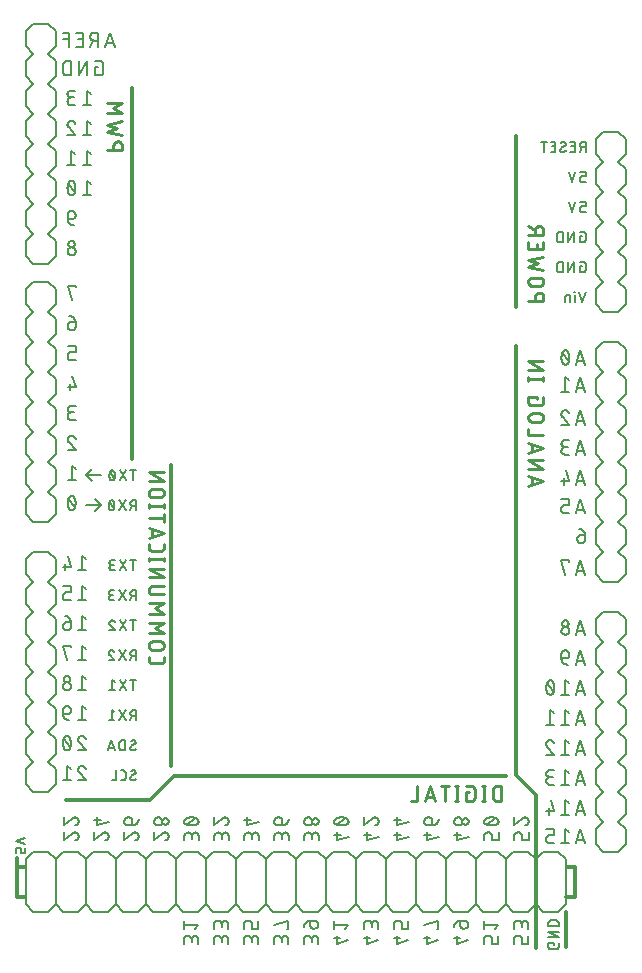
<source format=gbr>
G04 EAGLE Gerber RS-274X export*
G75*
%MOMM*%
%FSLAX34Y34*%
%LPD*%
%INSilkscreen Bottom*%
%IPPOS*%
%AMOC8*
5,1,8,0,0,1.08239X$1,22.5*%
G01*
%ADD10C,0.203200*%
%ADD11C,0.152400*%
%ADD12C,0.304800*%
%ADD13C,0.228600*%
%ADD14C,0.127000*%


D10*
X1282700Y311150D02*
X1282700Y298450D01*
X1289050Y292100D01*
X1301750Y292100D02*
X1308100Y298450D01*
X1282700Y336550D02*
X1289050Y342900D01*
X1282700Y336550D02*
X1282700Y323850D01*
X1289050Y317500D01*
X1301750Y317500D02*
X1308100Y323850D01*
X1308100Y336550D01*
X1301750Y342900D01*
X1289050Y317500D02*
X1282700Y311150D01*
X1301750Y317500D02*
X1308100Y311150D01*
X1308100Y298450D01*
X1282700Y374650D02*
X1282700Y387350D01*
X1282700Y374650D02*
X1289050Y368300D01*
X1301750Y368300D02*
X1308100Y374650D01*
X1289050Y368300D02*
X1282700Y361950D01*
X1282700Y349250D01*
X1289050Y342900D01*
X1301750Y342900D02*
X1308100Y349250D01*
X1308100Y361950D01*
X1301750Y368300D01*
X1282700Y412750D02*
X1289050Y419100D01*
X1282700Y412750D02*
X1282700Y400050D01*
X1289050Y393700D01*
X1301750Y393700D02*
X1308100Y400050D01*
X1308100Y412750D01*
X1301750Y419100D01*
X1289050Y393700D02*
X1282700Y387350D01*
X1301750Y393700D02*
X1308100Y387350D01*
X1308100Y374650D01*
X1282700Y450850D02*
X1282700Y463550D01*
X1282700Y450850D02*
X1289050Y444500D01*
X1301750Y444500D02*
X1308100Y450850D01*
X1289050Y444500D02*
X1282700Y438150D01*
X1282700Y425450D01*
X1289050Y419100D01*
X1301750Y419100D02*
X1308100Y425450D01*
X1308100Y438150D01*
X1301750Y444500D01*
X1301750Y469900D02*
X1289050Y469900D01*
X1282700Y463550D01*
X1301750Y469900D02*
X1308100Y463550D01*
X1308100Y450850D01*
X1282700Y285750D02*
X1282700Y273050D01*
X1289050Y266700D01*
X1301750Y266700D01*
X1308100Y273050D01*
X1289050Y292100D02*
X1282700Y285750D01*
X1301750Y292100D02*
X1308100Y285750D01*
X1308100Y273050D01*
X800100Y349250D02*
X800100Y361950D01*
X800100Y349250D02*
X806450Y342900D01*
X819150Y342900D02*
X825500Y349250D01*
X800100Y387350D02*
X806450Y393700D01*
X800100Y387350D02*
X800100Y374650D01*
X806450Y368300D01*
X819150Y368300D02*
X825500Y374650D01*
X825500Y387350D01*
X819150Y393700D01*
X806450Y368300D02*
X800100Y361950D01*
X819150Y368300D02*
X825500Y361950D01*
X825500Y349250D01*
X800100Y425450D02*
X800100Y438150D01*
X800100Y425450D02*
X806450Y419100D01*
X819150Y419100D02*
X825500Y425450D01*
X806450Y419100D02*
X800100Y412750D01*
X800100Y400050D01*
X806450Y393700D01*
X819150Y393700D02*
X825500Y400050D01*
X825500Y412750D01*
X819150Y419100D01*
X800100Y463550D02*
X806450Y469900D01*
X800100Y463550D02*
X800100Y450850D01*
X806450Y444500D01*
X819150Y444500D02*
X825500Y450850D01*
X825500Y463550D01*
X819150Y469900D01*
X806450Y444500D02*
X800100Y438150D01*
X819150Y444500D02*
X825500Y438150D01*
X825500Y425450D01*
X800100Y501650D02*
X800100Y514350D01*
X800100Y501650D02*
X806450Y495300D01*
X819150Y495300D02*
X825500Y501650D01*
X806450Y495300D02*
X800100Y488950D01*
X800100Y476250D01*
X806450Y469900D01*
X819150Y469900D02*
X825500Y476250D01*
X825500Y488950D01*
X819150Y495300D01*
X819150Y520700D02*
X806450Y520700D01*
X800100Y514350D01*
X819150Y520700D02*
X825500Y514350D01*
X825500Y501650D01*
X800100Y336550D02*
X800100Y323850D01*
X806450Y317500D01*
X819150Y317500D01*
X825500Y323850D01*
X806450Y342900D02*
X800100Y336550D01*
X819150Y342900D02*
X825500Y336550D01*
X825500Y323850D01*
X1282700Y527050D02*
X1282700Y539750D01*
X1282700Y527050D02*
X1289050Y520700D01*
X1301750Y520700D02*
X1308100Y527050D01*
X1282700Y565150D02*
X1289050Y571500D01*
X1282700Y565150D02*
X1282700Y552450D01*
X1289050Y546100D01*
X1301750Y546100D02*
X1308100Y552450D01*
X1308100Y565150D01*
X1301750Y571500D01*
X1289050Y546100D02*
X1282700Y539750D01*
X1301750Y546100D02*
X1308100Y539750D01*
X1308100Y527050D01*
X1282700Y603250D02*
X1282700Y615950D01*
X1282700Y603250D02*
X1289050Y596900D01*
X1301750Y596900D02*
X1308100Y603250D01*
X1289050Y596900D02*
X1282700Y590550D01*
X1282700Y577850D01*
X1289050Y571500D01*
X1301750Y571500D02*
X1308100Y577850D01*
X1308100Y590550D01*
X1301750Y596900D01*
X1282700Y641350D02*
X1289050Y647700D01*
X1282700Y641350D02*
X1282700Y628650D01*
X1289050Y622300D01*
X1301750Y622300D02*
X1308100Y628650D01*
X1308100Y641350D01*
X1301750Y647700D01*
X1289050Y622300D02*
X1282700Y615950D01*
X1301750Y622300D02*
X1308100Y615950D01*
X1308100Y603250D01*
X1282700Y679450D02*
X1282700Y692150D01*
X1282700Y679450D02*
X1289050Y673100D01*
X1301750Y673100D02*
X1308100Y679450D01*
X1289050Y673100D02*
X1282700Y666750D01*
X1282700Y654050D01*
X1289050Y647700D01*
X1301750Y647700D02*
X1308100Y654050D01*
X1308100Y666750D01*
X1301750Y673100D01*
X1301750Y698500D02*
X1289050Y698500D01*
X1282700Y692150D01*
X1301750Y698500D02*
X1308100Y692150D01*
X1308100Y679450D01*
X1282700Y514350D02*
X1282700Y501650D01*
X1289050Y495300D01*
X1301750Y495300D01*
X1308100Y501650D01*
X1289050Y520700D02*
X1282700Y514350D01*
X1301750Y520700D02*
X1308100Y514350D01*
X1308100Y501650D01*
X800100Y577850D02*
X800100Y590550D01*
X800100Y577850D02*
X806450Y571500D01*
X819150Y571500D02*
X825500Y577850D01*
X800100Y615950D02*
X806450Y622300D01*
X800100Y615950D02*
X800100Y603250D01*
X806450Y596900D01*
X819150Y596900D02*
X825500Y603250D01*
X825500Y615950D01*
X819150Y622300D01*
X806450Y596900D02*
X800100Y590550D01*
X819150Y596900D02*
X825500Y590550D01*
X825500Y577850D01*
X800100Y654050D02*
X800100Y666750D01*
X800100Y654050D02*
X806450Y647700D01*
X819150Y647700D02*
X825500Y654050D01*
X806450Y647700D02*
X800100Y641350D01*
X800100Y628650D01*
X806450Y622300D01*
X819150Y622300D02*
X825500Y628650D01*
X825500Y641350D01*
X819150Y647700D01*
X800100Y692150D02*
X806450Y698500D01*
X800100Y692150D02*
X800100Y679450D01*
X806450Y673100D01*
X819150Y673100D02*
X825500Y679450D01*
X825500Y692150D01*
X819150Y698500D01*
X806450Y673100D02*
X800100Y666750D01*
X819150Y673100D02*
X825500Y666750D01*
X825500Y654050D01*
X800100Y730250D02*
X800100Y742950D01*
X800100Y730250D02*
X806450Y723900D01*
X819150Y723900D02*
X825500Y730250D01*
X806450Y723900D02*
X800100Y717550D01*
X800100Y704850D01*
X806450Y698500D01*
X819150Y698500D02*
X825500Y704850D01*
X825500Y717550D01*
X819150Y723900D01*
X819150Y749300D02*
X806450Y749300D01*
X800100Y742950D01*
X819150Y749300D02*
X825500Y742950D01*
X825500Y730250D01*
X800100Y565150D02*
X800100Y552450D01*
X806450Y546100D01*
X819150Y546100D01*
X825500Y552450D01*
X806450Y571500D02*
X800100Y565150D01*
X819150Y571500D02*
X825500Y565150D01*
X825500Y552450D01*
X800100Y796290D02*
X800100Y808990D01*
X800100Y796290D02*
X806450Y789940D01*
X819150Y789940D02*
X825500Y796290D01*
X800100Y834390D02*
X806450Y840740D01*
X800100Y834390D02*
X800100Y821690D01*
X806450Y815340D01*
X819150Y815340D02*
X825500Y821690D01*
X825500Y834390D01*
X819150Y840740D01*
X806450Y815340D02*
X800100Y808990D01*
X819150Y815340D02*
X825500Y808990D01*
X825500Y796290D01*
X800100Y872490D02*
X800100Y885190D01*
X800100Y872490D02*
X806450Y866140D01*
X819150Y866140D02*
X825500Y872490D01*
X806450Y866140D02*
X800100Y859790D01*
X800100Y847090D01*
X806450Y840740D01*
X819150Y840740D02*
X825500Y847090D01*
X825500Y859790D01*
X819150Y866140D01*
X800100Y910590D02*
X806450Y916940D01*
X800100Y910590D02*
X800100Y897890D01*
X806450Y891540D01*
X819150Y891540D02*
X825500Y897890D01*
X825500Y910590D01*
X819150Y916940D01*
X806450Y891540D02*
X800100Y885190D01*
X819150Y891540D02*
X825500Y885190D01*
X825500Y872490D01*
X800100Y948690D02*
X800100Y961390D01*
X800100Y948690D02*
X806450Y942340D01*
X819150Y942340D02*
X825500Y948690D01*
X806450Y942340D02*
X800100Y935990D01*
X800100Y923290D01*
X806450Y916940D01*
X819150Y916940D02*
X825500Y923290D01*
X825500Y935990D01*
X819150Y942340D01*
X819150Y967740D02*
X806450Y967740D01*
X800100Y961390D01*
X819150Y967740D02*
X825500Y961390D01*
X825500Y948690D01*
X800100Y783590D02*
X800100Y770890D01*
X806450Y764540D01*
X819150Y764540D01*
X825500Y770890D01*
X806450Y789940D02*
X800100Y783590D01*
X819150Y789940D02*
X825500Y783590D01*
X825500Y770890D01*
D11*
X1028700Y222250D02*
X1022350Y215900D01*
X1009650Y215900D02*
X1003300Y222250D01*
X996950Y215900D01*
X984250Y215900D02*
X977900Y222250D01*
X971550Y215900D01*
X958850Y215900D02*
X952500Y222250D01*
X946150Y215900D01*
X933450Y215900D02*
X927100Y222250D01*
X920750Y215900D01*
X908050Y215900D02*
X901700Y222250D01*
X895350Y215900D01*
X882650Y215900D02*
X876300Y222250D01*
X1022350Y266700D02*
X1028700Y260350D01*
X1022350Y266700D02*
X1009650Y266700D01*
X1003300Y260350D01*
X996950Y266700D01*
X984250Y266700D01*
X977900Y260350D01*
X971550Y266700D01*
X958850Y266700D01*
X952500Y260350D01*
X946150Y266700D01*
X933450Y266700D01*
X927100Y260350D01*
X920750Y266700D01*
X908050Y266700D01*
X901700Y260350D01*
X895350Y266700D01*
X882650Y266700D01*
X876300Y260350D01*
X869950Y266700D01*
X857250Y266700D01*
X850900Y260350D01*
X844550Y266700D01*
X831850Y266700D01*
X825500Y260350D01*
X825500Y222250D02*
X831850Y215900D01*
X844550Y215900D02*
X850900Y222250D01*
X857250Y215900D01*
X869950Y215900D02*
X876300Y222250D01*
X1003300Y222250D02*
X1003300Y260350D01*
X977900Y260350D02*
X977900Y222250D01*
X952500Y222250D02*
X952500Y260350D01*
X927100Y260350D02*
X927100Y222250D01*
X901700Y222250D02*
X901700Y260350D01*
X876300Y260350D02*
X876300Y222250D01*
X850900Y222250D02*
X850900Y260350D01*
X844550Y215900D02*
X831850Y215900D01*
X857250Y215900D02*
X869950Y215900D01*
X882650Y215900D02*
X895350Y215900D01*
X908050Y215900D02*
X920750Y215900D01*
X933450Y215900D02*
X946150Y215900D01*
X958850Y215900D02*
X971550Y215900D01*
X984250Y215900D02*
X996950Y215900D01*
X1009650Y215900D02*
X1022350Y215900D01*
X1225550Y215900D02*
X1231900Y222250D01*
X1212850Y215900D02*
X1206500Y222250D01*
X1200150Y215900D01*
X1187450Y215900D02*
X1181100Y222250D01*
X1174750Y215900D01*
X1162050Y215900D02*
X1155700Y222250D01*
X1149350Y215900D01*
X1136650Y215900D02*
X1130300Y222250D01*
X1123950Y215900D01*
X1111250Y215900D02*
X1104900Y222250D01*
X1098550Y215900D01*
X1085850Y215900D02*
X1079500Y222250D01*
X1225550Y266700D02*
X1231900Y260350D01*
X1225550Y266700D02*
X1212850Y266700D01*
X1206500Y260350D01*
X1200150Y266700D01*
X1187450Y266700D01*
X1181100Y260350D01*
X1174750Y266700D01*
X1162050Y266700D01*
X1155700Y260350D01*
X1149350Y266700D01*
X1136650Y266700D01*
X1130300Y260350D01*
X1123950Y266700D01*
X1111250Y266700D01*
X1104900Y260350D01*
X1098550Y266700D01*
X1085850Y266700D01*
X1079500Y260350D01*
X1073150Y266700D01*
X1060450Y266700D01*
X1054100Y260350D01*
X1047750Y266700D01*
X1035050Y266700D01*
X1028700Y260350D01*
X1028700Y222250D02*
X1035050Y215900D01*
X1047750Y215900D02*
X1054100Y222250D01*
X1060450Y215900D01*
X1073150Y215900D02*
X1079500Y222250D01*
X1206500Y222250D02*
X1206500Y260350D01*
X1181100Y260350D02*
X1181100Y222250D01*
X1155700Y222250D02*
X1155700Y260350D01*
X1130300Y260350D02*
X1130300Y222250D01*
X1104900Y222250D02*
X1104900Y260350D01*
X1079500Y260350D02*
X1079500Y222250D01*
X1054100Y222250D02*
X1054100Y260350D01*
X1028700Y260350D02*
X1028700Y222250D01*
X1035050Y215900D02*
X1047750Y215900D01*
X1060450Y215900D02*
X1073150Y215900D01*
X1085850Y215900D02*
X1098550Y215900D01*
X1111250Y215900D02*
X1123950Y215900D01*
X1136650Y215900D02*
X1149350Y215900D01*
X1162050Y215900D02*
X1174750Y215900D01*
X1187450Y215900D02*
X1200150Y215900D01*
X1212850Y215900D02*
X1225550Y215900D01*
D10*
X1231900Y222250D02*
X1238250Y215900D01*
X1250950Y215900D02*
X1257300Y222250D01*
X1250950Y266700D02*
X1238250Y266700D01*
X1231900Y260350D01*
X1250950Y266700D02*
X1257300Y260350D01*
X1250950Y215900D02*
X1238250Y215900D01*
X1231900Y222250D02*
X1231900Y260350D01*
X1257300Y260350D02*
X1257300Y222250D01*
X806450Y215900D02*
X800100Y222250D01*
X819150Y215900D02*
X825500Y222250D01*
X819150Y266700D02*
X806450Y266700D01*
X800100Y260350D01*
X819150Y266700D02*
X825500Y260350D01*
X819150Y215900D02*
X806450Y215900D01*
X800100Y222250D02*
X800100Y260350D01*
X825500Y260350D02*
X825500Y222250D01*
D12*
X890270Y599440D02*
X890270Y913130D01*
X923290Y594360D02*
X923290Y339090D01*
X925322Y331216D02*
X1206500Y331216D01*
X905002Y310896D02*
X834390Y310896D01*
X799338Y254000D02*
X792988Y254000D01*
X792988Y228600D01*
X799592Y228600D01*
X1258062Y254000D02*
X1265428Y254000D01*
X1265428Y228600D01*
X1257808Y228600D01*
X1215136Y331470D02*
X1215136Y694690D01*
X1215136Y331470D02*
X1232154Y314452D01*
X1232154Y185674D01*
X925322Y331216D02*
X905002Y310896D01*
X1257300Y215900D02*
X1257300Y185928D01*
D10*
X863600Y585470D02*
X850900Y585470D01*
X855980Y590550D01*
X850900Y585470D02*
X855980Y580390D01*
X850900Y560070D02*
X863600Y560070D01*
X858520Y554990D01*
X863600Y560070D02*
X858520Y565150D01*
D12*
X1215136Y727710D02*
X1215136Y872490D01*
D10*
X1289050Y749300D02*
X1282700Y742950D01*
X1282700Y730250D01*
X1289050Y723900D01*
X1301750Y723900D02*
X1308100Y730250D01*
X1308100Y742950D01*
X1301750Y749300D01*
X1282700Y781050D02*
X1282700Y793750D01*
X1282700Y781050D02*
X1289050Y774700D01*
X1301750Y774700D02*
X1308100Y781050D01*
X1289050Y774700D02*
X1282700Y768350D01*
X1282700Y755650D01*
X1289050Y749300D01*
X1301750Y749300D02*
X1308100Y755650D01*
X1308100Y768350D01*
X1301750Y774700D01*
X1282700Y819150D02*
X1289050Y825500D01*
X1282700Y819150D02*
X1282700Y806450D01*
X1289050Y800100D01*
X1301750Y800100D02*
X1308100Y806450D01*
X1308100Y819150D01*
X1301750Y825500D01*
X1289050Y800100D02*
X1282700Y793750D01*
X1301750Y800100D02*
X1308100Y793750D01*
X1308100Y781050D01*
X1282700Y857250D02*
X1282700Y869950D01*
X1282700Y857250D02*
X1289050Y850900D01*
X1301750Y850900D02*
X1308100Y857250D01*
X1289050Y850900D02*
X1282700Y844550D01*
X1282700Y831850D01*
X1289050Y825500D01*
X1301750Y825500D02*
X1308100Y831850D01*
X1308100Y844550D01*
X1301750Y850900D01*
X1301750Y876300D02*
X1289050Y876300D01*
X1282700Y869950D01*
X1301750Y876300D02*
X1308100Y869950D01*
X1308100Y857250D01*
X1301750Y723900D02*
X1289050Y723900D01*
D12*
X792988Y261620D02*
X792988Y254000D01*
D10*
X842264Y562102D02*
X842261Y562342D01*
X842253Y562582D01*
X842238Y562821D01*
X842218Y563060D01*
X842193Y563298D01*
X842161Y563536D01*
X842124Y563773D01*
X842081Y564009D01*
X842033Y564244D01*
X841979Y564478D01*
X841920Y564710D01*
X841855Y564941D01*
X841784Y565170D01*
X841708Y565398D01*
X841627Y565623D01*
X841540Y565847D01*
X841448Y566069D01*
X841351Y566288D01*
X841248Y566505D01*
X841214Y566596D01*
X841177Y566686D01*
X841137Y566774D01*
X841094Y566861D01*
X841047Y566946D01*
X840996Y567029D01*
X840943Y567110D01*
X840886Y567189D01*
X840827Y567266D01*
X840764Y567341D01*
X840699Y567412D01*
X840631Y567482D01*
X840560Y567548D01*
X840487Y567612D01*
X840412Y567673D01*
X840334Y567731D01*
X840253Y567786D01*
X840171Y567838D01*
X840087Y567886D01*
X840001Y567932D01*
X839914Y567974D01*
X839824Y568012D01*
X839734Y568047D01*
X839642Y568078D01*
X839549Y568106D01*
X839455Y568131D01*
X839360Y568151D01*
X839264Y568168D01*
X839168Y568181D01*
X839071Y568190D01*
X838974Y568196D01*
X838877Y568198D01*
X838780Y568196D01*
X838683Y568190D01*
X838586Y568181D01*
X838490Y568168D01*
X838394Y568151D01*
X838299Y568131D01*
X838205Y568106D01*
X838112Y568078D01*
X838020Y568047D01*
X837930Y568012D01*
X837840Y567974D01*
X837753Y567932D01*
X837667Y567886D01*
X837583Y567838D01*
X837501Y567786D01*
X837420Y567731D01*
X837342Y567673D01*
X837267Y567612D01*
X837194Y567548D01*
X837123Y567482D01*
X837055Y567412D01*
X836990Y567341D01*
X836927Y567266D01*
X836868Y567189D01*
X836811Y567110D01*
X836758Y567029D01*
X836707Y566946D01*
X836660Y566861D01*
X836617Y566774D01*
X836577Y566686D01*
X836540Y566596D01*
X836506Y566505D01*
X836507Y566505D02*
X836404Y566288D01*
X836307Y566069D01*
X836215Y565847D01*
X836128Y565623D01*
X836047Y565398D01*
X835971Y565170D01*
X835900Y564941D01*
X835835Y564710D01*
X835776Y564478D01*
X835722Y564244D01*
X835674Y564009D01*
X835631Y563773D01*
X835594Y563536D01*
X835562Y563298D01*
X835537Y563060D01*
X835517Y562821D01*
X835502Y562582D01*
X835494Y562342D01*
X835491Y562102D01*
X842264Y562102D02*
X842261Y561862D01*
X842253Y561622D01*
X842238Y561383D01*
X842218Y561144D01*
X842193Y560906D01*
X842161Y560668D01*
X842124Y560431D01*
X842081Y560195D01*
X842033Y559960D01*
X841979Y559726D01*
X841920Y559494D01*
X841855Y559263D01*
X841784Y559034D01*
X841708Y558806D01*
X841627Y558581D01*
X841540Y558357D01*
X841448Y558135D01*
X841351Y557916D01*
X841248Y557699D01*
X841214Y557608D01*
X841177Y557518D01*
X841137Y557430D01*
X841094Y557343D01*
X841047Y557258D01*
X840996Y557175D01*
X840943Y557094D01*
X840886Y557015D01*
X840827Y556938D01*
X840764Y556863D01*
X840699Y556792D01*
X840631Y556722D01*
X840560Y556656D01*
X840487Y556592D01*
X840412Y556531D01*
X840334Y556473D01*
X840253Y556418D01*
X840171Y556366D01*
X840087Y556318D01*
X840001Y556272D01*
X839914Y556230D01*
X839824Y556192D01*
X839734Y556157D01*
X839642Y556126D01*
X839549Y556098D01*
X839455Y556073D01*
X839360Y556053D01*
X839264Y556036D01*
X839168Y556023D01*
X839071Y556014D01*
X838974Y556008D01*
X838877Y556006D01*
X836507Y557699D02*
X836404Y557916D01*
X836307Y558135D01*
X836215Y558357D01*
X836128Y558581D01*
X836047Y558806D01*
X835971Y559034D01*
X835900Y559263D01*
X835835Y559494D01*
X835776Y559726D01*
X835722Y559960D01*
X835674Y560195D01*
X835631Y560431D01*
X835594Y560668D01*
X835562Y560906D01*
X835537Y561144D01*
X835517Y561383D01*
X835502Y561622D01*
X835494Y561862D01*
X835491Y562102D01*
X836506Y557699D02*
X836540Y557608D01*
X836577Y557518D01*
X836617Y557430D01*
X836660Y557343D01*
X836707Y557258D01*
X836758Y557175D01*
X836811Y557094D01*
X836868Y557015D01*
X836927Y556938D01*
X836990Y556863D01*
X837055Y556792D01*
X837123Y556722D01*
X837194Y556656D01*
X837267Y556592D01*
X837342Y556531D01*
X837420Y556473D01*
X837501Y556418D01*
X837583Y556366D01*
X837667Y556318D01*
X837753Y556272D01*
X837840Y556230D01*
X837930Y556192D01*
X838020Y556157D01*
X838112Y556126D01*
X838205Y556098D01*
X838299Y556073D01*
X838394Y556053D01*
X838490Y556036D01*
X838586Y556023D01*
X838683Y556014D01*
X838780Y556008D01*
X838877Y556006D01*
X841587Y558715D02*
X836168Y565489D01*
X842264Y590889D02*
X838877Y593598D01*
X838877Y581406D01*
X835491Y581406D02*
X842264Y581406D01*
X835491Y615950D02*
X835493Y616059D01*
X835499Y616167D01*
X835508Y616276D01*
X835522Y616384D01*
X835539Y616491D01*
X835561Y616598D01*
X835586Y616704D01*
X835614Y616809D01*
X835647Y616913D01*
X835683Y617015D01*
X835723Y617116D01*
X835766Y617216D01*
X835813Y617314D01*
X835864Y617411D01*
X835918Y617505D01*
X835975Y617598D01*
X836035Y617688D01*
X836099Y617777D01*
X836166Y617863D01*
X836235Y617946D01*
X836308Y618027D01*
X836384Y618105D01*
X836462Y618181D01*
X836543Y618254D01*
X836626Y618323D01*
X836712Y618390D01*
X836801Y618454D01*
X836891Y618514D01*
X836984Y618571D01*
X837078Y618625D01*
X837175Y618676D01*
X837273Y618723D01*
X837373Y618766D01*
X837474Y618806D01*
X837576Y618842D01*
X837680Y618875D01*
X837785Y618903D01*
X837891Y618928D01*
X837998Y618950D01*
X838105Y618967D01*
X838213Y618981D01*
X838322Y618990D01*
X838430Y618996D01*
X838539Y618998D01*
X838662Y618996D01*
X838785Y618990D01*
X838908Y618981D01*
X839030Y618967D01*
X839152Y618950D01*
X839273Y618929D01*
X839394Y618904D01*
X839514Y618875D01*
X839632Y618842D01*
X839750Y618806D01*
X839866Y618766D01*
X839982Y618723D01*
X840095Y618675D01*
X840208Y618625D01*
X840318Y618571D01*
X840427Y618513D01*
X840534Y618452D01*
X840639Y618387D01*
X840742Y618320D01*
X840842Y618249D01*
X840941Y618175D01*
X841037Y618098D01*
X841130Y618018D01*
X841221Y617935D01*
X841310Y617849D01*
X841395Y617761D01*
X841478Y617670D01*
X841558Y617576D01*
X841635Y617480D01*
X841709Y617381D01*
X841779Y617281D01*
X841847Y617178D01*
X841911Y617073D01*
X841972Y616966D01*
X842030Y616857D01*
X842084Y616746D01*
X842134Y616634D01*
X842181Y616520D01*
X842225Y616405D01*
X842264Y616289D01*
X836507Y613579D02*
X836428Y613657D01*
X836352Y613737D01*
X836279Y613819D01*
X836209Y613905D01*
X836141Y613992D01*
X836076Y614082D01*
X836015Y614173D01*
X835957Y614267D01*
X835901Y614363D01*
X835850Y614460D01*
X835801Y614560D01*
X835756Y614660D01*
X835714Y614763D01*
X835676Y614866D01*
X835641Y614971D01*
X835610Y615077D01*
X835582Y615184D01*
X835558Y615292D01*
X835537Y615400D01*
X835521Y615509D01*
X835508Y615619D01*
X835498Y615729D01*
X835493Y615840D01*
X835491Y615950D01*
X836507Y613579D02*
X842264Y606806D01*
X835491Y606806D01*
X838877Y632206D02*
X842264Y632206D01*
X838877Y632206D02*
X838761Y632208D01*
X838646Y632214D01*
X838531Y632224D01*
X838416Y632238D01*
X838302Y632255D01*
X838188Y632277D01*
X838075Y632302D01*
X837963Y632332D01*
X837852Y632365D01*
X837743Y632402D01*
X837634Y632442D01*
X837528Y632486D01*
X837422Y632534D01*
X837319Y632586D01*
X837217Y632641D01*
X837117Y632699D01*
X837019Y632761D01*
X836924Y632826D01*
X836830Y632894D01*
X836740Y632966D01*
X836651Y633040D01*
X836565Y633118D01*
X836482Y633198D01*
X836402Y633281D01*
X836324Y633367D01*
X836250Y633456D01*
X836178Y633546D01*
X836110Y633640D01*
X836045Y633735D01*
X835983Y633833D01*
X835925Y633933D01*
X835870Y634035D01*
X835818Y634138D01*
X835770Y634244D01*
X835726Y634350D01*
X835686Y634459D01*
X835649Y634568D01*
X835616Y634679D01*
X835586Y634791D01*
X835561Y634904D01*
X835539Y635018D01*
X835522Y635132D01*
X835508Y635247D01*
X835498Y635362D01*
X835492Y635477D01*
X835490Y635593D01*
X835492Y635709D01*
X835498Y635824D01*
X835508Y635939D01*
X835522Y636054D01*
X835539Y636168D01*
X835561Y636282D01*
X835586Y636395D01*
X835616Y636507D01*
X835649Y636618D01*
X835686Y636727D01*
X835726Y636836D01*
X835770Y636942D01*
X835818Y637048D01*
X835870Y637151D01*
X835925Y637253D01*
X835983Y637353D01*
X836045Y637451D01*
X836110Y637546D01*
X836178Y637640D01*
X836250Y637730D01*
X836324Y637819D01*
X836402Y637905D01*
X836482Y637988D01*
X836565Y638068D01*
X836651Y638146D01*
X836740Y638220D01*
X836830Y638292D01*
X836924Y638360D01*
X837019Y638425D01*
X837117Y638487D01*
X837217Y638545D01*
X837319Y638600D01*
X837422Y638652D01*
X837528Y638700D01*
X837634Y638744D01*
X837743Y638784D01*
X837852Y638821D01*
X837963Y638854D01*
X838075Y638884D01*
X838188Y638909D01*
X838302Y638931D01*
X838416Y638948D01*
X838531Y638962D01*
X838646Y638972D01*
X838761Y638978D01*
X838877Y638980D01*
X838200Y644398D02*
X842264Y644398D01*
X838200Y644398D02*
X838097Y644396D01*
X837995Y644390D01*
X837893Y644381D01*
X837791Y644367D01*
X837690Y644350D01*
X837590Y644328D01*
X837491Y644303D01*
X837392Y644275D01*
X837295Y644242D01*
X837199Y644206D01*
X837104Y644167D01*
X837011Y644123D01*
X836920Y644077D01*
X836831Y644026D01*
X836743Y643973D01*
X836658Y643916D01*
X836575Y643856D01*
X836494Y643793D01*
X836415Y643727D01*
X836340Y643658D01*
X836266Y643586D01*
X836196Y643512D01*
X836128Y643435D01*
X836064Y643355D01*
X836002Y643273D01*
X835944Y643189D01*
X835889Y643102D01*
X835837Y643014D01*
X835789Y642923D01*
X835744Y642831D01*
X835702Y642738D01*
X835664Y642642D01*
X835630Y642546D01*
X835599Y642448D01*
X835573Y642349D01*
X835549Y642249D01*
X835530Y642148D01*
X835515Y642047D01*
X835503Y641945D01*
X835495Y641843D01*
X835491Y641740D01*
X835491Y641638D01*
X835495Y641535D01*
X835503Y641433D01*
X835515Y641331D01*
X835530Y641230D01*
X835549Y641129D01*
X835573Y641029D01*
X835599Y640930D01*
X835630Y640832D01*
X835664Y640736D01*
X835702Y640640D01*
X835744Y640547D01*
X835789Y640455D01*
X835837Y640364D01*
X835889Y640276D01*
X835944Y640189D01*
X836002Y640105D01*
X836064Y640023D01*
X836128Y639943D01*
X836196Y639866D01*
X836266Y639792D01*
X836340Y639720D01*
X836415Y639651D01*
X836494Y639585D01*
X836575Y639522D01*
X836658Y639462D01*
X836743Y639405D01*
X836831Y639352D01*
X836920Y639301D01*
X837011Y639255D01*
X837104Y639211D01*
X837199Y639172D01*
X837295Y639136D01*
X837392Y639103D01*
X837491Y639075D01*
X837590Y639050D01*
X837690Y639028D01*
X837791Y639011D01*
X837893Y638997D01*
X837995Y638988D01*
X838097Y638982D01*
X838200Y638980D01*
X838200Y638979D02*
X840909Y638979D01*
X842264Y660315D02*
X839555Y669798D01*
X842264Y660315D02*
X835491Y660315D01*
X837523Y657606D02*
X837523Y663025D01*
X838200Y683006D02*
X842264Y683006D01*
X838200Y683006D02*
X838099Y683008D01*
X837998Y683014D01*
X837897Y683023D01*
X837796Y683036D01*
X837696Y683053D01*
X837597Y683074D01*
X837499Y683098D01*
X837402Y683126D01*
X837305Y683158D01*
X837210Y683193D01*
X837117Y683232D01*
X837025Y683274D01*
X836934Y683320D01*
X836846Y683369D01*
X836759Y683421D01*
X836674Y683477D01*
X836591Y683535D01*
X836511Y683597D01*
X836433Y683662D01*
X836357Y683729D01*
X836284Y683799D01*
X836214Y683872D01*
X836147Y683948D01*
X836082Y684026D01*
X836020Y684106D01*
X835962Y684189D01*
X835906Y684274D01*
X835854Y684361D01*
X835805Y684449D01*
X835759Y684540D01*
X835717Y684632D01*
X835678Y684725D01*
X835643Y684820D01*
X835611Y684917D01*
X835583Y685014D01*
X835559Y685112D01*
X835538Y685211D01*
X835521Y685311D01*
X835508Y685412D01*
X835499Y685513D01*
X835493Y685614D01*
X835491Y685715D01*
X835491Y687070D01*
X835493Y687171D01*
X835499Y687272D01*
X835508Y687373D01*
X835521Y687474D01*
X835538Y687574D01*
X835559Y687673D01*
X835583Y687771D01*
X835611Y687868D01*
X835643Y687965D01*
X835678Y688060D01*
X835717Y688153D01*
X835759Y688245D01*
X835805Y688336D01*
X835854Y688425D01*
X835906Y688511D01*
X835962Y688596D01*
X836020Y688679D01*
X836082Y688759D01*
X836147Y688837D01*
X836214Y688913D01*
X836284Y688986D01*
X836357Y689056D01*
X836433Y689123D01*
X836511Y689188D01*
X836591Y689250D01*
X836674Y689308D01*
X836759Y689364D01*
X836846Y689416D01*
X836934Y689465D01*
X837025Y689511D01*
X837117Y689553D01*
X837210Y689592D01*
X837305Y689627D01*
X837402Y689659D01*
X837499Y689687D01*
X837597Y689711D01*
X837696Y689732D01*
X837796Y689749D01*
X837897Y689762D01*
X837998Y689771D01*
X838099Y689777D01*
X838200Y689779D01*
X842264Y689779D01*
X842264Y695198D01*
X835491Y695198D01*
X838200Y715179D02*
X842264Y715179D01*
X838200Y715179D02*
X838099Y715177D01*
X837998Y715171D01*
X837897Y715162D01*
X837796Y715149D01*
X837696Y715132D01*
X837597Y715111D01*
X837499Y715087D01*
X837402Y715059D01*
X837305Y715027D01*
X837210Y714992D01*
X837117Y714953D01*
X837025Y714911D01*
X836934Y714865D01*
X836846Y714816D01*
X836759Y714764D01*
X836674Y714708D01*
X836591Y714650D01*
X836511Y714588D01*
X836433Y714523D01*
X836357Y714456D01*
X836284Y714386D01*
X836214Y714313D01*
X836147Y714237D01*
X836082Y714159D01*
X836020Y714079D01*
X835962Y713996D01*
X835906Y713911D01*
X835854Y713825D01*
X835805Y713736D01*
X835759Y713645D01*
X835717Y713553D01*
X835678Y713460D01*
X835643Y713365D01*
X835611Y713268D01*
X835583Y713171D01*
X835559Y713073D01*
X835538Y712974D01*
X835521Y712874D01*
X835508Y712773D01*
X835499Y712672D01*
X835493Y712571D01*
X835491Y712470D01*
X835491Y711793D01*
X835490Y711793D02*
X835492Y711677D01*
X835498Y711562D01*
X835508Y711447D01*
X835522Y711332D01*
X835539Y711218D01*
X835561Y711104D01*
X835586Y710991D01*
X835616Y710879D01*
X835649Y710768D01*
X835686Y710659D01*
X835726Y710550D01*
X835770Y710444D01*
X835818Y710338D01*
X835870Y710235D01*
X835925Y710133D01*
X835983Y710033D01*
X836045Y709935D01*
X836110Y709840D01*
X836178Y709746D01*
X836250Y709656D01*
X836324Y709567D01*
X836402Y709481D01*
X836482Y709398D01*
X836565Y709318D01*
X836651Y709240D01*
X836740Y709166D01*
X836830Y709094D01*
X836924Y709026D01*
X837019Y708961D01*
X837117Y708899D01*
X837217Y708841D01*
X837319Y708786D01*
X837422Y708734D01*
X837528Y708686D01*
X837634Y708642D01*
X837743Y708602D01*
X837852Y708565D01*
X837963Y708532D01*
X838075Y708502D01*
X838188Y708477D01*
X838302Y708455D01*
X838416Y708438D01*
X838531Y708424D01*
X838646Y708414D01*
X838761Y708408D01*
X838877Y708406D01*
X838993Y708408D01*
X839108Y708414D01*
X839223Y708424D01*
X839338Y708438D01*
X839452Y708455D01*
X839566Y708477D01*
X839679Y708502D01*
X839791Y708532D01*
X839902Y708565D01*
X840011Y708602D01*
X840120Y708642D01*
X840226Y708686D01*
X840332Y708734D01*
X840435Y708786D01*
X840537Y708841D01*
X840637Y708899D01*
X840735Y708961D01*
X840830Y709026D01*
X840924Y709094D01*
X841014Y709166D01*
X841103Y709240D01*
X841189Y709318D01*
X841272Y709398D01*
X841352Y709481D01*
X841430Y709567D01*
X841504Y709656D01*
X841576Y709746D01*
X841644Y709840D01*
X841709Y709935D01*
X841771Y710033D01*
X841829Y710133D01*
X841884Y710235D01*
X841936Y710338D01*
X841984Y710444D01*
X842028Y710550D01*
X842068Y710659D01*
X842105Y710768D01*
X842138Y710879D01*
X842168Y710991D01*
X842193Y711104D01*
X842215Y711218D01*
X842232Y711332D01*
X842246Y711447D01*
X842256Y711562D01*
X842262Y711677D01*
X842264Y711793D01*
X842264Y715179D01*
X842262Y715326D01*
X842256Y715472D01*
X842246Y715619D01*
X842232Y715765D01*
X842214Y715911D01*
X842193Y716056D01*
X842167Y716200D01*
X842137Y716344D01*
X842104Y716487D01*
X842066Y716629D01*
X842025Y716770D01*
X841980Y716909D01*
X841932Y717048D01*
X841879Y717185D01*
X841823Y717320D01*
X841763Y717454D01*
X841700Y717587D01*
X841633Y717717D01*
X841562Y717846D01*
X841488Y717973D01*
X841411Y718097D01*
X841330Y718220D01*
X841246Y718340D01*
X841159Y718458D01*
X841069Y718574D01*
X840975Y718687D01*
X840879Y718798D01*
X840779Y718906D01*
X840677Y719011D01*
X840572Y719113D01*
X840464Y719213D01*
X840353Y719309D01*
X840240Y719403D01*
X840124Y719493D01*
X840006Y719580D01*
X839886Y719664D01*
X839764Y719745D01*
X839639Y719822D01*
X839512Y719896D01*
X839383Y719967D01*
X839253Y720034D01*
X839120Y720097D01*
X838986Y720157D01*
X838851Y720213D01*
X838714Y720266D01*
X838575Y720314D01*
X838436Y720359D01*
X838295Y720400D01*
X838153Y720438D01*
X838010Y720471D01*
X837866Y720501D01*
X837722Y720527D01*
X837577Y720548D01*
X837431Y720566D01*
X837285Y720580D01*
X837138Y720590D01*
X836992Y720596D01*
X836845Y720598D01*
X842264Y744643D02*
X842264Y745998D01*
X835491Y745998D01*
X838877Y733806D01*
X842264Y775293D02*
X842262Y775409D01*
X842256Y775524D01*
X842246Y775639D01*
X842232Y775754D01*
X842215Y775868D01*
X842193Y775982D01*
X842168Y776095D01*
X842138Y776207D01*
X842105Y776318D01*
X842068Y776427D01*
X842028Y776536D01*
X841984Y776642D01*
X841936Y776748D01*
X841884Y776851D01*
X841829Y776953D01*
X841771Y777053D01*
X841709Y777151D01*
X841644Y777246D01*
X841576Y777340D01*
X841504Y777430D01*
X841430Y777519D01*
X841352Y777605D01*
X841272Y777688D01*
X841189Y777768D01*
X841103Y777846D01*
X841014Y777920D01*
X840924Y777992D01*
X840830Y778060D01*
X840735Y778125D01*
X840637Y778187D01*
X840537Y778245D01*
X840435Y778300D01*
X840332Y778352D01*
X840226Y778400D01*
X840120Y778444D01*
X840011Y778484D01*
X839902Y778521D01*
X839791Y778554D01*
X839679Y778584D01*
X839566Y778609D01*
X839452Y778631D01*
X839338Y778648D01*
X839223Y778662D01*
X839108Y778672D01*
X838993Y778678D01*
X838877Y778680D01*
X838761Y778678D01*
X838646Y778672D01*
X838531Y778662D01*
X838416Y778648D01*
X838302Y778631D01*
X838188Y778609D01*
X838075Y778584D01*
X837963Y778554D01*
X837852Y778521D01*
X837743Y778484D01*
X837634Y778444D01*
X837528Y778400D01*
X837422Y778352D01*
X837319Y778300D01*
X837217Y778245D01*
X837117Y778187D01*
X837019Y778125D01*
X836924Y778060D01*
X836830Y777992D01*
X836740Y777920D01*
X836651Y777846D01*
X836565Y777768D01*
X836482Y777688D01*
X836402Y777605D01*
X836324Y777519D01*
X836250Y777430D01*
X836178Y777340D01*
X836110Y777246D01*
X836045Y777151D01*
X835983Y777053D01*
X835925Y776953D01*
X835870Y776851D01*
X835818Y776748D01*
X835770Y776642D01*
X835726Y776536D01*
X835686Y776427D01*
X835649Y776318D01*
X835616Y776207D01*
X835586Y776095D01*
X835561Y775982D01*
X835539Y775868D01*
X835522Y775754D01*
X835508Y775639D01*
X835498Y775524D01*
X835492Y775409D01*
X835490Y775293D01*
X835492Y775177D01*
X835498Y775062D01*
X835508Y774947D01*
X835522Y774832D01*
X835539Y774718D01*
X835561Y774604D01*
X835586Y774491D01*
X835616Y774379D01*
X835649Y774268D01*
X835686Y774159D01*
X835726Y774050D01*
X835770Y773944D01*
X835818Y773838D01*
X835870Y773735D01*
X835925Y773633D01*
X835983Y773533D01*
X836045Y773435D01*
X836110Y773340D01*
X836178Y773246D01*
X836250Y773156D01*
X836324Y773067D01*
X836402Y772981D01*
X836482Y772898D01*
X836565Y772818D01*
X836651Y772740D01*
X836740Y772666D01*
X836830Y772594D01*
X836924Y772526D01*
X837019Y772461D01*
X837117Y772399D01*
X837217Y772341D01*
X837319Y772286D01*
X837422Y772234D01*
X837528Y772186D01*
X837634Y772142D01*
X837743Y772102D01*
X837852Y772065D01*
X837963Y772032D01*
X838075Y772002D01*
X838188Y771977D01*
X838302Y771955D01*
X838416Y771938D01*
X838531Y771924D01*
X838646Y771914D01*
X838761Y771908D01*
X838877Y771906D01*
X838993Y771908D01*
X839108Y771914D01*
X839223Y771924D01*
X839338Y771938D01*
X839452Y771955D01*
X839566Y771977D01*
X839679Y772002D01*
X839791Y772032D01*
X839902Y772065D01*
X840011Y772102D01*
X840120Y772142D01*
X840226Y772186D01*
X840332Y772234D01*
X840435Y772286D01*
X840537Y772341D01*
X840637Y772399D01*
X840735Y772461D01*
X840830Y772526D01*
X840924Y772594D01*
X841014Y772666D01*
X841103Y772740D01*
X841189Y772818D01*
X841272Y772898D01*
X841352Y772981D01*
X841430Y773067D01*
X841504Y773156D01*
X841576Y773246D01*
X841644Y773340D01*
X841709Y773435D01*
X841771Y773533D01*
X841829Y773633D01*
X841884Y773735D01*
X841936Y773838D01*
X841984Y773944D01*
X842028Y774050D01*
X842068Y774159D01*
X842105Y774268D01*
X842138Y774379D01*
X842168Y774491D01*
X842193Y774604D01*
X842215Y774718D01*
X842232Y774832D01*
X842246Y774947D01*
X842256Y775062D01*
X842262Y775177D01*
X842264Y775293D01*
X841586Y781389D02*
X841584Y781492D01*
X841578Y781594D01*
X841569Y781696D01*
X841555Y781798D01*
X841538Y781899D01*
X841516Y781999D01*
X841491Y782098D01*
X841463Y782197D01*
X841430Y782294D01*
X841394Y782390D01*
X841355Y782485D01*
X841311Y782578D01*
X841265Y782669D01*
X841214Y782758D01*
X841161Y782846D01*
X841104Y782931D01*
X841044Y783014D01*
X840981Y783095D01*
X840915Y783174D01*
X840846Y783249D01*
X840774Y783323D01*
X840700Y783393D01*
X840623Y783461D01*
X840543Y783525D01*
X840461Y783587D01*
X840377Y783645D01*
X840290Y783700D01*
X840202Y783752D01*
X840111Y783800D01*
X840019Y783845D01*
X839926Y783887D01*
X839830Y783925D01*
X839734Y783959D01*
X839636Y783990D01*
X839537Y784016D01*
X839437Y784040D01*
X839336Y784059D01*
X839235Y784074D01*
X839133Y784086D01*
X839031Y784094D01*
X838928Y784098D01*
X838826Y784098D01*
X838723Y784094D01*
X838621Y784086D01*
X838519Y784074D01*
X838418Y784059D01*
X838317Y784040D01*
X838217Y784016D01*
X838118Y783990D01*
X838020Y783959D01*
X837924Y783925D01*
X837828Y783887D01*
X837735Y783845D01*
X837643Y783800D01*
X837552Y783752D01*
X837464Y783700D01*
X837377Y783645D01*
X837293Y783587D01*
X837211Y783525D01*
X837131Y783461D01*
X837054Y783393D01*
X836980Y783323D01*
X836908Y783249D01*
X836839Y783174D01*
X836773Y783095D01*
X836710Y783014D01*
X836650Y782931D01*
X836593Y782846D01*
X836540Y782758D01*
X836489Y782669D01*
X836443Y782578D01*
X836399Y782485D01*
X836360Y782390D01*
X836324Y782294D01*
X836291Y782197D01*
X836263Y782098D01*
X836238Y781999D01*
X836216Y781899D01*
X836199Y781798D01*
X836185Y781696D01*
X836176Y781594D01*
X836170Y781492D01*
X836168Y781389D01*
X836170Y781286D01*
X836176Y781184D01*
X836185Y781082D01*
X836199Y780980D01*
X836216Y780879D01*
X836238Y780779D01*
X836263Y780680D01*
X836291Y780581D01*
X836324Y780484D01*
X836360Y780388D01*
X836399Y780293D01*
X836443Y780200D01*
X836489Y780109D01*
X836540Y780020D01*
X836593Y779932D01*
X836650Y779847D01*
X836710Y779764D01*
X836773Y779683D01*
X836839Y779604D01*
X836908Y779529D01*
X836980Y779455D01*
X837054Y779385D01*
X837131Y779317D01*
X837211Y779253D01*
X837293Y779191D01*
X837377Y779133D01*
X837464Y779078D01*
X837552Y779026D01*
X837643Y778978D01*
X837735Y778933D01*
X837828Y778891D01*
X837924Y778853D01*
X838020Y778819D01*
X838118Y778788D01*
X838217Y778762D01*
X838317Y778738D01*
X838418Y778719D01*
X838519Y778704D01*
X838621Y778692D01*
X838723Y778684D01*
X838826Y778680D01*
X838928Y778680D01*
X839031Y778684D01*
X839133Y778692D01*
X839235Y778704D01*
X839336Y778719D01*
X839437Y778738D01*
X839537Y778762D01*
X839636Y778788D01*
X839734Y778819D01*
X839830Y778853D01*
X839926Y778891D01*
X840019Y778933D01*
X840111Y778978D01*
X840202Y779026D01*
X840290Y779078D01*
X840377Y779133D01*
X840461Y779191D01*
X840543Y779253D01*
X840623Y779317D01*
X840700Y779385D01*
X840774Y779455D01*
X840846Y779529D01*
X840915Y779604D01*
X840981Y779683D01*
X841044Y779764D01*
X841104Y779847D01*
X841161Y779932D01*
X841214Y780020D01*
X841265Y780109D01*
X841311Y780200D01*
X841355Y780293D01*
X841394Y780388D01*
X841430Y780484D01*
X841463Y780581D01*
X841491Y780680D01*
X841516Y780779D01*
X841538Y780879D01*
X841555Y780980D01*
X841569Y781082D01*
X841578Y781184D01*
X841584Y781286D01*
X841586Y781389D01*
X839555Y802725D02*
X835491Y802725D01*
X839555Y802725D02*
X839656Y802727D01*
X839757Y802733D01*
X839858Y802742D01*
X839959Y802755D01*
X840059Y802772D01*
X840158Y802793D01*
X840256Y802817D01*
X840353Y802845D01*
X840450Y802877D01*
X840545Y802912D01*
X840638Y802951D01*
X840730Y802993D01*
X840821Y803039D01*
X840910Y803088D01*
X840996Y803140D01*
X841081Y803196D01*
X841164Y803254D01*
X841244Y803316D01*
X841322Y803381D01*
X841398Y803448D01*
X841471Y803518D01*
X841541Y803591D01*
X841608Y803667D01*
X841673Y803745D01*
X841735Y803825D01*
X841793Y803908D01*
X841849Y803993D01*
X841901Y804080D01*
X841950Y804168D01*
X841996Y804259D01*
X842038Y804351D01*
X842077Y804444D01*
X842112Y804539D01*
X842144Y804636D01*
X842172Y804733D01*
X842196Y804831D01*
X842217Y804930D01*
X842234Y805030D01*
X842247Y805131D01*
X842256Y805232D01*
X842262Y805333D01*
X842264Y805434D01*
X842264Y806111D01*
X842262Y806227D01*
X842256Y806342D01*
X842246Y806457D01*
X842232Y806572D01*
X842215Y806686D01*
X842193Y806800D01*
X842168Y806913D01*
X842138Y807025D01*
X842105Y807136D01*
X842068Y807245D01*
X842028Y807354D01*
X841984Y807460D01*
X841936Y807566D01*
X841884Y807669D01*
X841829Y807771D01*
X841771Y807871D01*
X841709Y807969D01*
X841644Y808064D01*
X841576Y808158D01*
X841504Y808248D01*
X841430Y808337D01*
X841352Y808423D01*
X841272Y808506D01*
X841189Y808586D01*
X841103Y808664D01*
X841014Y808738D01*
X840924Y808810D01*
X840830Y808878D01*
X840735Y808943D01*
X840637Y809005D01*
X840537Y809063D01*
X840435Y809118D01*
X840332Y809170D01*
X840226Y809218D01*
X840120Y809262D01*
X840011Y809302D01*
X839902Y809339D01*
X839791Y809372D01*
X839679Y809402D01*
X839566Y809427D01*
X839452Y809449D01*
X839338Y809466D01*
X839223Y809480D01*
X839108Y809490D01*
X838993Y809496D01*
X838877Y809498D01*
X838761Y809496D01*
X838646Y809490D01*
X838531Y809480D01*
X838416Y809466D01*
X838302Y809449D01*
X838188Y809427D01*
X838075Y809402D01*
X837963Y809372D01*
X837852Y809339D01*
X837743Y809302D01*
X837634Y809262D01*
X837528Y809218D01*
X837422Y809170D01*
X837319Y809118D01*
X837217Y809063D01*
X837117Y809005D01*
X837019Y808943D01*
X836924Y808878D01*
X836830Y808810D01*
X836740Y808738D01*
X836651Y808664D01*
X836565Y808586D01*
X836482Y808506D01*
X836402Y808423D01*
X836324Y808337D01*
X836250Y808248D01*
X836178Y808158D01*
X836110Y808064D01*
X836045Y807969D01*
X835983Y807871D01*
X835925Y807771D01*
X835870Y807669D01*
X835818Y807566D01*
X835770Y807460D01*
X835726Y807354D01*
X835686Y807245D01*
X835649Y807136D01*
X835616Y807025D01*
X835586Y806913D01*
X835561Y806800D01*
X835539Y806686D01*
X835522Y806572D01*
X835508Y806457D01*
X835498Y806342D01*
X835492Y806227D01*
X835490Y806111D01*
X835491Y806111D02*
X835491Y802725D01*
X835490Y802725D02*
X835492Y802581D01*
X835498Y802437D01*
X835507Y802293D01*
X835521Y802149D01*
X835538Y802006D01*
X835559Y801863D01*
X835584Y801721D01*
X835612Y801580D01*
X835645Y801439D01*
X835681Y801299D01*
X835721Y801161D01*
X835764Y801023D01*
X835811Y800887D01*
X835862Y800752D01*
X835916Y800618D01*
X835974Y800486D01*
X836036Y800355D01*
X836100Y800226D01*
X836169Y800099D01*
X836240Y799974D01*
X836315Y799851D01*
X836393Y799729D01*
X836475Y799610D01*
X836559Y799493D01*
X836647Y799379D01*
X836737Y799266D01*
X836831Y799157D01*
X836927Y799049D01*
X837027Y798945D01*
X837129Y798843D01*
X837233Y798743D01*
X837341Y798647D01*
X837450Y798553D01*
X837563Y798463D01*
X837677Y798375D01*
X837794Y798291D01*
X837913Y798209D01*
X838035Y798131D01*
X838158Y798056D01*
X838283Y797985D01*
X838410Y797916D01*
X838539Y797852D01*
X838670Y797790D01*
X838802Y797732D01*
X838936Y797678D01*
X839071Y797627D01*
X839207Y797580D01*
X839345Y797537D01*
X839483Y797497D01*
X839623Y797461D01*
X839764Y797428D01*
X839905Y797400D01*
X840047Y797375D01*
X840190Y797354D01*
X840333Y797337D01*
X840477Y797323D01*
X840621Y797314D01*
X840765Y797308D01*
X840909Y797306D01*
X854964Y832189D02*
X851577Y834898D01*
X851577Y822706D01*
X848191Y822706D02*
X854964Y822706D01*
X842162Y828802D02*
X842159Y829042D01*
X842151Y829282D01*
X842136Y829521D01*
X842116Y829760D01*
X842091Y829998D01*
X842059Y830236D01*
X842022Y830473D01*
X841979Y830709D01*
X841931Y830944D01*
X841877Y831178D01*
X841818Y831410D01*
X841753Y831641D01*
X841682Y831870D01*
X841606Y832098D01*
X841525Y832323D01*
X841438Y832547D01*
X841346Y832769D01*
X841249Y832988D01*
X841146Y833205D01*
X841147Y833205D02*
X841113Y833296D01*
X841076Y833386D01*
X841036Y833474D01*
X840993Y833561D01*
X840946Y833646D01*
X840895Y833729D01*
X840842Y833810D01*
X840785Y833889D01*
X840726Y833966D01*
X840663Y834041D01*
X840598Y834112D01*
X840530Y834182D01*
X840459Y834248D01*
X840386Y834312D01*
X840311Y834373D01*
X840233Y834431D01*
X840152Y834486D01*
X840070Y834538D01*
X839986Y834586D01*
X839900Y834632D01*
X839813Y834674D01*
X839723Y834712D01*
X839633Y834747D01*
X839541Y834778D01*
X839448Y834806D01*
X839354Y834831D01*
X839259Y834851D01*
X839163Y834868D01*
X839067Y834881D01*
X838970Y834890D01*
X838873Y834896D01*
X838776Y834898D01*
X838679Y834896D01*
X838582Y834890D01*
X838485Y834881D01*
X838389Y834868D01*
X838293Y834851D01*
X838198Y834831D01*
X838104Y834806D01*
X838011Y834778D01*
X837919Y834747D01*
X837829Y834712D01*
X837739Y834674D01*
X837652Y834632D01*
X837566Y834586D01*
X837482Y834538D01*
X837400Y834486D01*
X837319Y834431D01*
X837241Y834373D01*
X837166Y834312D01*
X837093Y834248D01*
X837022Y834182D01*
X836954Y834112D01*
X836889Y834041D01*
X836826Y833966D01*
X836767Y833889D01*
X836710Y833810D01*
X836657Y833729D01*
X836606Y833646D01*
X836559Y833561D01*
X836516Y833474D01*
X836476Y833386D01*
X836439Y833296D01*
X836405Y833205D01*
X836302Y832988D01*
X836205Y832769D01*
X836113Y832547D01*
X836026Y832323D01*
X835945Y832098D01*
X835869Y831870D01*
X835798Y831641D01*
X835733Y831410D01*
X835674Y831178D01*
X835620Y830944D01*
X835572Y830709D01*
X835529Y830473D01*
X835492Y830236D01*
X835460Y829998D01*
X835435Y829760D01*
X835415Y829521D01*
X835400Y829282D01*
X835392Y829042D01*
X835389Y828802D01*
X842162Y828802D02*
X842159Y828562D01*
X842151Y828322D01*
X842136Y828083D01*
X842116Y827844D01*
X842091Y827606D01*
X842059Y827368D01*
X842022Y827131D01*
X841979Y826895D01*
X841931Y826660D01*
X841877Y826426D01*
X841818Y826194D01*
X841753Y825963D01*
X841682Y825734D01*
X841606Y825506D01*
X841525Y825281D01*
X841438Y825057D01*
X841346Y824835D01*
X841249Y824616D01*
X841146Y824399D01*
X841147Y824399D02*
X841113Y824308D01*
X841076Y824218D01*
X841036Y824130D01*
X840993Y824043D01*
X840946Y823958D01*
X840895Y823875D01*
X840842Y823794D01*
X840785Y823715D01*
X840726Y823638D01*
X840663Y823563D01*
X840598Y823492D01*
X840530Y823422D01*
X840459Y823356D01*
X840386Y823292D01*
X840311Y823231D01*
X840233Y823173D01*
X840152Y823118D01*
X840070Y823066D01*
X839986Y823018D01*
X839900Y822972D01*
X839813Y822930D01*
X839723Y822892D01*
X839633Y822857D01*
X839541Y822826D01*
X839448Y822798D01*
X839354Y822773D01*
X839259Y822753D01*
X839163Y822736D01*
X839067Y822723D01*
X838970Y822714D01*
X838873Y822708D01*
X838776Y822706D01*
X836405Y824399D02*
X836302Y824616D01*
X836205Y824835D01*
X836113Y825057D01*
X836026Y825281D01*
X835945Y825506D01*
X835869Y825734D01*
X835798Y825963D01*
X835733Y826194D01*
X835674Y826426D01*
X835620Y826660D01*
X835572Y826895D01*
X835529Y827131D01*
X835492Y827368D01*
X835460Y827606D01*
X835435Y827844D01*
X835415Y828083D01*
X835400Y828322D01*
X835392Y828562D01*
X835389Y828802D01*
X836405Y824399D02*
X836439Y824308D01*
X836476Y824218D01*
X836516Y824130D01*
X836559Y824043D01*
X836606Y823958D01*
X836657Y823875D01*
X836710Y823794D01*
X836767Y823715D01*
X836826Y823638D01*
X836889Y823563D01*
X836954Y823492D01*
X837022Y823422D01*
X837093Y823356D01*
X837166Y823292D01*
X837241Y823231D01*
X837319Y823173D01*
X837400Y823118D01*
X837482Y823066D01*
X837566Y823018D01*
X837652Y822972D01*
X837739Y822930D01*
X837829Y822892D01*
X837919Y822857D01*
X838011Y822826D01*
X838104Y822798D01*
X838198Y822773D01*
X838293Y822753D01*
X838389Y822736D01*
X838485Y822723D01*
X838582Y822714D01*
X838679Y822708D01*
X838776Y822706D01*
X841485Y825415D02*
X836066Y832189D01*
X854964Y857589D02*
X851577Y860298D01*
X851577Y848106D01*
X848191Y848106D02*
X854964Y848106D01*
X842162Y857589D02*
X838776Y860298D01*
X838776Y848106D01*
X842162Y848106D02*
X835389Y848106D01*
X854964Y882989D02*
X851577Y885698D01*
X851577Y873506D01*
X848191Y873506D02*
X854964Y873506D01*
X838437Y885698D02*
X838328Y885696D01*
X838220Y885690D01*
X838111Y885681D01*
X838003Y885667D01*
X837896Y885650D01*
X837789Y885628D01*
X837683Y885603D01*
X837578Y885575D01*
X837474Y885542D01*
X837372Y885506D01*
X837271Y885466D01*
X837171Y885423D01*
X837073Y885376D01*
X836976Y885325D01*
X836882Y885271D01*
X836789Y885214D01*
X836699Y885154D01*
X836610Y885090D01*
X836524Y885023D01*
X836441Y884954D01*
X836360Y884881D01*
X836282Y884805D01*
X836206Y884727D01*
X836133Y884646D01*
X836064Y884563D01*
X835997Y884477D01*
X835933Y884388D01*
X835873Y884298D01*
X835816Y884205D01*
X835762Y884111D01*
X835711Y884014D01*
X835664Y883916D01*
X835621Y883816D01*
X835581Y883715D01*
X835545Y883613D01*
X835512Y883509D01*
X835484Y883404D01*
X835459Y883298D01*
X835437Y883191D01*
X835420Y883084D01*
X835406Y882976D01*
X835397Y882867D01*
X835391Y882759D01*
X835389Y882650D01*
X838437Y885698D02*
X838560Y885696D01*
X838683Y885690D01*
X838806Y885681D01*
X838928Y885667D01*
X839050Y885650D01*
X839171Y885629D01*
X839292Y885604D01*
X839412Y885575D01*
X839530Y885542D01*
X839648Y885506D01*
X839764Y885466D01*
X839880Y885423D01*
X839993Y885375D01*
X840106Y885325D01*
X840216Y885271D01*
X840325Y885213D01*
X840432Y885152D01*
X840537Y885087D01*
X840640Y885020D01*
X840740Y884949D01*
X840839Y884875D01*
X840935Y884798D01*
X841028Y884718D01*
X841119Y884635D01*
X841208Y884549D01*
X841293Y884461D01*
X841376Y884370D01*
X841456Y884276D01*
X841533Y884180D01*
X841607Y884081D01*
X841677Y883981D01*
X841745Y883878D01*
X841809Y883773D01*
X841870Y883666D01*
X841928Y883557D01*
X841982Y883446D01*
X842032Y883334D01*
X842079Y883220D01*
X842123Y883105D01*
X842162Y882989D01*
X836405Y880279D02*
X836326Y880357D01*
X836250Y880437D01*
X836177Y880519D01*
X836107Y880605D01*
X836039Y880692D01*
X835974Y880782D01*
X835913Y880873D01*
X835855Y880967D01*
X835799Y881063D01*
X835748Y881160D01*
X835699Y881260D01*
X835654Y881360D01*
X835612Y881463D01*
X835574Y881566D01*
X835539Y881671D01*
X835508Y881777D01*
X835480Y881884D01*
X835456Y881992D01*
X835435Y882100D01*
X835419Y882209D01*
X835406Y882319D01*
X835396Y882429D01*
X835391Y882540D01*
X835389Y882650D01*
X836405Y880279D02*
X842162Y873506D01*
X835389Y873506D01*
X854964Y908389D02*
X851577Y911098D01*
X851577Y898906D01*
X848191Y898906D02*
X854964Y898906D01*
X842162Y898906D02*
X838776Y898906D01*
X838660Y898908D01*
X838545Y898914D01*
X838430Y898924D01*
X838315Y898938D01*
X838201Y898955D01*
X838087Y898977D01*
X837974Y899002D01*
X837862Y899032D01*
X837751Y899065D01*
X837642Y899102D01*
X837533Y899142D01*
X837427Y899186D01*
X837321Y899234D01*
X837218Y899286D01*
X837116Y899341D01*
X837016Y899399D01*
X836918Y899461D01*
X836823Y899526D01*
X836729Y899594D01*
X836639Y899666D01*
X836550Y899740D01*
X836464Y899818D01*
X836381Y899898D01*
X836301Y899981D01*
X836223Y900067D01*
X836149Y900156D01*
X836077Y900246D01*
X836009Y900340D01*
X835944Y900435D01*
X835882Y900533D01*
X835824Y900633D01*
X835769Y900735D01*
X835717Y900838D01*
X835669Y900944D01*
X835625Y901050D01*
X835585Y901159D01*
X835548Y901268D01*
X835515Y901379D01*
X835485Y901491D01*
X835460Y901604D01*
X835438Y901718D01*
X835421Y901832D01*
X835407Y901947D01*
X835397Y902062D01*
X835391Y902177D01*
X835389Y902293D01*
X835391Y902409D01*
X835397Y902524D01*
X835407Y902639D01*
X835421Y902754D01*
X835438Y902868D01*
X835460Y902982D01*
X835485Y903095D01*
X835515Y903207D01*
X835548Y903318D01*
X835585Y903427D01*
X835625Y903536D01*
X835669Y903642D01*
X835717Y903748D01*
X835769Y903851D01*
X835824Y903953D01*
X835882Y904053D01*
X835944Y904151D01*
X836009Y904246D01*
X836077Y904340D01*
X836149Y904430D01*
X836223Y904519D01*
X836301Y904605D01*
X836381Y904688D01*
X836464Y904768D01*
X836550Y904846D01*
X836639Y904920D01*
X836729Y904992D01*
X836823Y905060D01*
X836918Y905125D01*
X837016Y905187D01*
X837116Y905245D01*
X837218Y905300D01*
X837321Y905352D01*
X837427Y905400D01*
X837533Y905444D01*
X837642Y905484D01*
X837751Y905521D01*
X837862Y905554D01*
X837974Y905584D01*
X838087Y905609D01*
X838201Y905631D01*
X838315Y905648D01*
X838430Y905662D01*
X838545Y905672D01*
X838660Y905678D01*
X838776Y905680D01*
X838098Y911098D02*
X842162Y911098D01*
X838098Y911098D02*
X837995Y911096D01*
X837893Y911090D01*
X837791Y911081D01*
X837689Y911067D01*
X837588Y911050D01*
X837488Y911028D01*
X837389Y911003D01*
X837290Y910975D01*
X837193Y910942D01*
X837097Y910906D01*
X837002Y910867D01*
X836909Y910823D01*
X836818Y910777D01*
X836729Y910726D01*
X836641Y910673D01*
X836556Y910616D01*
X836473Y910556D01*
X836392Y910493D01*
X836313Y910427D01*
X836238Y910358D01*
X836164Y910286D01*
X836094Y910212D01*
X836026Y910135D01*
X835962Y910055D01*
X835900Y909973D01*
X835842Y909889D01*
X835787Y909802D01*
X835735Y909714D01*
X835687Y909623D01*
X835642Y909531D01*
X835600Y909438D01*
X835562Y909342D01*
X835528Y909246D01*
X835497Y909148D01*
X835471Y909049D01*
X835447Y908949D01*
X835428Y908848D01*
X835413Y908747D01*
X835401Y908645D01*
X835393Y908543D01*
X835389Y908440D01*
X835389Y908338D01*
X835393Y908235D01*
X835401Y908133D01*
X835413Y908031D01*
X835428Y907930D01*
X835447Y907829D01*
X835471Y907729D01*
X835497Y907630D01*
X835528Y907532D01*
X835562Y907436D01*
X835600Y907340D01*
X835642Y907247D01*
X835687Y907155D01*
X835735Y907064D01*
X835787Y906976D01*
X835842Y906889D01*
X835900Y906805D01*
X835962Y906723D01*
X836026Y906643D01*
X836094Y906566D01*
X836164Y906492D01*
X836238Y906420D01*
X836313Y906351D01*
X836392Y906285D01*
X836473Y906222D01*
X836556Y906162D01*
X836641Y906105D01*
X836729Y906052D01*
X836818Y906001D01*
X836909Y905955D01*
X837002Y905911D01*
X837097Y905872D01*
X837193Y905836D01*
X837290Y905803D01*
X837389Y905775D01*
X837488Y905750D01*
X837588Y905728D01*
X837689Y905711D01*
X837791Y905697D01*
X837893Y905688D01*
X837995Y905682D01*
X838098Y905680D01*
X838098Y905679D02*
X840808Y905679D01*
X847767Y517398D02*
X851154Y514689D01*
X847767Y517398D02*
X847767Y505206D01*
X844381Y505206D02*
X851154Y505206D01*
X838352Y507915D02*
X835643Y517398D01*
X838352Y507915D02*
X831579Y507915D01*
X833611Y505206D02*
X833611Y510625D01*
X847767Y491998D02*
X851154Y489289D01*
X847767Y491998D02*
X847767Y479806D01*
X844381Y479806D02*
X851154Y479806D01*
X838352Y479806D02*
X834288Y479806D01*
X834187Y479808D01*
X834086Y479814D01*
X833985Y479823D01*
X833884Y479836D01*
X833784Y479853D01*
X833685Y479874D01*
X833587Y479898D01*
X833490Y479926D01*
X833393Y479958D01*
X833298Y479993D01*
X833205Y480032D01*
X833113Y480074D01*
X833022Y480120D01*
X832934Y480169D01*
X832847Y480221D01*
X832762Y480277D01*
X832679Y480335D01*
X832599Y480397D01*
X832521Y480462D01*
X832445Y480529D01*
X832372Y480599D01*
X832302Y480672D01*
X832235Y480748D01*
X832170Y480826D01*
X832108Y480906D01*
X832050Y480989D01*
X831994Y481074D01*
X831942Y481161D01*
X831893Y481249D01*
X831847Y481340D01*
X831805Y481432D01*
X831766Y481525D01*
X831731Y481620D01*
X831699Y481717D01*
X831671Y481814D01*
X831647Y481912D01*
X831626Y482011D01*
X831609Y482111D01*
X831596Y482212D01*
X831587Y482313D01*
X831581Y482414D01*
X831579Y482515D01*
X831579Y483870D01*
X831581Y483971D01*
X831587Y484072D01*
X831596Y484173D01*
X831609Y484274D01*
X831626Y484374D01*
X831647Y484473D01*
X831671Y484571D01*
X831699Y484668D01*
X831731Y484765D01*
X831766Y484860D01*
X831805Y484953D01*
X831847Y485045D01*
X831893Y485136D01*
X831942Y485225D01*
X831994Y485311D01*
X832050Y485396D01*
X832108Y485479D01*
X832170Y485559D01*
X832235Y485637D01*
X832302Y485713D01*
X832372Y485786D01*
X832445Y485856D01*
X832521Y485923D01*
X832599Y485988D01*
X832679Y486050D01*
X832762Y486108D01*
X832847Y486164D01*
X832934Y486216D01*
X833022Y486265D01*
X833113Y486311D01*
X833205Y486353D01*
X833298Y486392D01*
X833393Y486427D01*
X833490Y486459D01*
X833587Y486487D01*
X833685Y486511D01*
X833784Y486532D01*
X833884Y486549D01*
X833985Y486562D01*
X834086Y486571D01*
X834187Y486577D01*
X834288Y486579D01*
X838352Y486579D01*
X838352Y491998D01*
X831579Y491998D01*
X847767Y466598D02*
X851154Y463889D01*
X847767Y466598D02*
X847767Y454406D01*
X844381Y454406D02*
X851154Y454406D01*
X838352Y461179D02*
X834288Y461179D01*
X834187Y461177D01*
X834086Y461171D01*
X833985Y461162D01*
X833884Y461149D01*
X833784Y461132D01*
X833685Y461111D01*
X833587Y461087D01*
X833490Y461059D01*
X833393Y461027D01*
X833298Y460992D01*
X833205Y460953D01*
X833113Y460911D01*
X833022Y460865D01*
X832934Y460816D01*
X832847Y460764D01*
X832762Y460708D01*
X832679Y460650D01*
X832599Y460588D01*
X832521Y460523D01*
X832445Y460456D01*
X832372Y460386D01*
X832302Y460313D01*
X832235Y460237D01*
X832170Y460159D01*
X832108Y460079D01*
X832050Y459996D01*
X831994Y459911D01*
X831942Y459825D01*
X831893Y459736D01*
X831847Y459645D01*
X831805Y459553D01*
X831766Y459460D01*
X831731Y459365D01*
X831699Y459268D01*
X831671Y459171D01*
X831647Y459073D01*
X831626Y458974D01*
X831609Y458874D01*
X831596Y458773D01*
X831587Y458672D01*
X831581Y458571D01*
X831579Y458470D01*
X831579Y457793D01*
X831581Y457677D01*
X831587Y457562D01*
X831597Y457447D01*
X831611Y457332D01*
X831628Y457218D01*
X831650Y457104D01*
X831675Y456991D01*
X831705Y456879D01*
X831738Y456768D01*
X831775Y456659D01*
X831815Y456550D01*
X831859Y456444D01*
X831907Y456338D01*
X831959Y456235D01*
X832014Y456133D01*
X832072Y456033D01*
X832134Y455935D01*
X832199Y455840D01*
X832267Y455746D01*
X832339Y455656D01*
X832413Y455567D01*
X832491Y455481D01*
X832571Y455398D01*
X832654Y455318D01*
X832740Y455240D01*
X832829Y455166D01*
X832919Y455094D01*
X833013Y455026D01*
X833108Y454961D01*
X833206Y454899D01*
X833306Y454841D01*
X833408Y454786D01*
X833511Y454734D01*
X833617Y454686D01*
X833723Y454642D01*
X833832Y454602D01*
X833941Y454565D01*
X834052Y454532D01*
X834164Y454502D01*
X834277Y454477D01*
X834391Y454455D01*
X834505Y454438D01*
X834620Y454424D01*
X834735Y454414D01*
X834850Y454408D01*
X834966Y454406D01*
X835082Y454408D01*
X835197Y454414D01*
X835312Y454424D01*
X835427Y454438D01*
X835541Y454455D01*
X835655Y454477D01*
X835768Y454502D01*
X835880Y454532D01*
X835991Y454565D01*
X836100Y454602D01*
X836209Y454642D01*
X836315Y454686D01*
X836421Y454734D01*
X836524Y454786D01*
X836626Y454841D01*
X836726Y454899D01*
X836824Y454961D01*
X836919Y455026D01*
X837013Y455094D01*
X837103Y455166D01*
X837192Y455240D01*
X837278Y455318D01*
X837361Y455398D01*
X837441Y455481D01*
X837519Y455567D01*
X837593Y455656D01*
X837665Y455746D01*
X837733Y455840D01*
X837798Y455935D01*
X837860Y456033D01*
X837918Y456133D01*
X837973Y456235D01*
X838025Y456338D01*
X838073Y456444D01*
X838117Y456550D01*
X838157Y456659D01*
X838194Y456768D01*
X838227Y456879D01*
X838257Y456991D01*
X838282Y457104D01*
X838304Y457218D01*
X838321Y457332D01*
X838335Y457447D01*
X838345Y457562D01*
X838351Y457677D01*
X838353Y457793D01*
X838352Y457793D02*
X838352Y461179D01*
X838353Y461179D02*
X838351Y461326D01*
X838345Y461472D01*
X838335Y461619D01*
X838321Y461765D01*
X838303Y461911D01*
X838282Y462056D01*
X838256Y462200D01*
X838226Y462344D01*
X838193Y462487D01*
X838155Y462629D01*
X838114Y462770D01*
X838069Y462909D01*
X838021Y463048D01*
X837968Y463185D01*
X837912Y463320D01*
X837852Y463454D01*
X837789Y463587D01*
X837722Y463717D01*
X837651Y463846D01*
X837577Y463973D01*
X837500Y464097D01*
X837419Y464220D01*
X837335Y464340D01*
X837248Y464458D01*
X837158Y464574D01*
X837064Y464687D01*
X836968Y464798D01*
X836868Y464906D01*
X836766Y465011D01*
X836661Y465113D01*
X836553Y465213D01*
X836442Y465309D01*
X836329Y465403D01*
X836213Y465493D01*
X836095Y465580D01*
X835975Y465664D01*
X835853Y465745D01*
X835728Y465822D01*
X835601Y465896D01*
X835472Y465967D01*
X835342Y466034D01*
X835209Y466097D01*
X835075Y466157D01*
X834940Y466213D01*
X834803Y466266D01*
X834664Y466314D01*
X834525Y466359D01*
X834384Y466400D01*
X834242Y466438D01*
X834099Y466471D01*
X833955Y466501D01*
X833811Y466527D01*
X833666Y466548D01*
X833520Y466566D01*
X833374Y466580D01*
X833227Y466590D01*
X833081Y466596D01*
X832934Y466598D01*
X847767Y441198D02*
X851154Y438489D01*
X847767Y441198D02*
X847767Y429006D01*
X844381Y429006D02*
X851154Y429006D01*
X838352Y439843D02*
X838352Y441198D01*
X831579Y441198D01*
X834966Y429006D01*
X847767Y415798D02*
X851154Y413089D01*
X847767Y415798D02*
X847767Y403606D01*
X844381Y403606D02*
X851154Y403606D01*
X838353Y406993D02*
X838351Y407109D01*
X838345Y407224D01*
X838335Y407339D01*
X838321Y407454D01*
X838304Y407568D01*
X838282Y407682D01*
X838257Y407795D01*
X838227Y407907D01*
X838194Y408018D01*
X838157Y408127D01*
X838117Y408236D01*
X838073Y408342D01*
X838025Y408448D01*
X837973Y408551D01*
X837918Y408653D01*
X837860Y408753D01*
X837798Y408851D01*
X837733Y408946D01*
X837665Y409040D01*
X837593Y409130D01*
X837519Y409219D01*
X837441Y409305D01*
X837361Y409388D01*
X837278Y409468D01*
X837192Y409546D01*
X837103Y409620D01*
X837013Y409692D01*
X836919Y409760D01*
X836824Y409825D01*
X836726Y409887D01*
X836626Y409945D01*
X836524Y410000D01*
X836421Y410052D01*
X836315Y410100D01*
X836209Y410144D01*
X836100Y410184D01*
X835991Y410221D01*
X835880Y410254D01*
X835768Y410284D01*
X835655Y410309D01*
X835541Y410331D01*
X835427Y410348D01*
X835312Y410362D01*
X835197Y410372D01*
X835082Y410378D01*
X834966Y410380D01*
X834850Y410378D01*
X834735Y410372D01*
X834620Y410362D01*
X834505Y410348D01*
X834391Y410331D01*
X834277Y410309D01*
X834164Y410284D01*
X834052Y410254D01*
X833941Y410221D01*
X833832Y410184D01*
X833723Y410144D01*
X833617Y410100D01*
X833511Y410052D01*
X833408Y410000D01*
X833306Y409945D01*
X833206Y409887D01*
X833108Y409825D01*
X833013Y409760D01*
X832919Y409692D01*
X832829Y409620D01*
X832740Y409546D01*
X832654Y409468D01*
X832571Y409388D01*
X832491Y409305D01*
X832413Y409219D01*
X832339Y409130D01*
X832267Y409040D01*
X832199Y408946D01*
X832134Y408851D01*
X832072Y408753D01*
X832014Y408653D01*
X831959Y408551D01*
X831907Y408448D01*
X831859Y408342D01*
X831815Y408236D01*
X831775Y408127D01*
X831738Y408018D01*
X831705Y407907D01*
X831675Y407795D01*
X831650Y407682D01*
X831628Y407568D01*
X831611Y407454D01*
X831597Y407339D01*
X831587Y407224D01*
X831581Y407109D01*
X831579Y406993D01*
X831581Y406877D01*
X831587Y406762D01*
X831597Y406647D01*
X831611Y406532D01*
X831628Y406418D01*
X831650Y406304D01*
X831675Y406191D01*
X831705Y406079D01*
X831738Y405968D01*
X831775Y405859D01*
X831815Y405750D01*
X831859Y405644D01*
X831907Y405538D01*
X831959Y405435D01*
X832014Y405333D01*
X832072Y405233D01*
X832134Y405135D01*
X832199Y405040D01*
X832267Y404946D01*
X832339Y404856D01*
X832413Y404767D01*
X832491Y404681D01*
X832571Y404598D01*
X832654Y404518D01*
X832740Y404440D01*
X832829Y404366D01*
X832919Y404294D01*
X833013Y404226D01*
X833108Y404161D01*
X833206Y404099D01*
X833306Y404041D01*
X833408Y403986D01*
X833511Y403934D01*
X833617Y403886D01*
X833723Y403842D01*
X833832Y403802D01*
X833941Y403765D01*
X834052Y403732D01*
X834164Y403702D01*
X834277Y403677D01*
X834391Y403655D01*
X834505Y403638D01*
X834620Y403624D01*
X834735Y403614D01*
X834850Y403608D01*
X834966Y403606D01*
X835082Y403608D01*
X835197Y403614D01*
X835312Y403624D01*
X835427Y403638D01*
X835541Y403655D01*
X835655Y403677D01*
X835768Y403702D01*
X835880Y403732D01*
X835991Y403765D01*
X836100Y403802D01*
X836209Y403842D01*
X836315Y403886D01*
X836421Y403934D01*
X836524Y403986D01*
X836626Y404041D01*
X836726Y404099D01*
X836824Y404161D01*
X836919Y404226D01*
X837013Y404294D01*
X837103Y404366D01*
X837192Y404440D01*
X837278Y404518D01*
X837361Y404598D01*
X837441Y404681D01*
X837519Y404767D01*
X837593Y404856D01*
X837665Y404946D01*
X837733Y405040D01*
X837798Y405135D01*
X837860Y405233D01*
X837918Y405333D01*
X837973Y405435D01*
X838025Y405538D01*
X838073Y405644D01*
X838117Y405750D01*
X838157Y405859D01*
X838194Y405968D01*
X838227Y406079D01*
X838257Y406191D01*
X838282Y406304D01*
X838304Y406418D01*
X838321Y406532D01*
X838335Y406647D01*
X838345Y406762D01*
X838351Y406877D01*
X838353Y406993D01*
X837675Y413089D02*
X837673Y413192D01*
X837667Y413294D01*
X837658Y413396D01*
X837644Y413498D01*
X837627Y413599D01*
X837605Y413699D01*
X837580Y413798D01*
X837552Y413897D01*
X837519Y413994D01*
X837483Y414090D01*
X837444Y414185D01*
X837400Y414278D01*
X837354Y414369D01*
X837303Y414458D01*
X837250Y414546D01*
X837193Y414631D01*
X837133Y414714D01*
X837070Y414795D01*
X837004Y414874D01*
X836935Y414949D01*
X836863Y415023D01*
X836789Y415093D01*
X836712Y415161D01*
X836632Y415225D01*
X836550Y415287D01*
X836466Y415345D01*
X836379Y415400D01*
X836291Y415452D01*
X836200Y415500D01*
X836108Y415545D01*
X836015Y415587D01*
X835919Y415625D01*
X835823Y415659D01*
X835725Y415690D01*
X835626Y415716D01*
X835526Y415740D01*
X835425Y415759D01*
X835324Y415774D01*
X835222Y415786D01*
X835120Y415794D01*
X835017Y415798D01*
X834915Y415798D01*
X834812Y415794D01*
X834710Y415786D01*
X834608Y415774D01*
X834507Y415759D01*
X834406Y415740D01*
X834306Y415716D01*
X834207Y415690D01*
X834109Y415659D01*
X834013Y415625D01*
X833917Y415587D01*
X833824Y415545D01*
X833732Y415500D01*
X833641Y415452D01*
X833553Y415400D01*
X833466Y415345D01*
X833382Y415287D01*
X833300Y415225D01*
X833220Y415161D01*
X833143Y415093D01*
X833069Y415023D01*
X832997Y414949D01*
X832928Y414874D01*
X832862Y414795D01*
X832799Y414714D01*
X832739Y414631D01*
X832682Y414546D01*
X832629Y414458D01*
X832578Y414369D01*
X832532Y414278D01*
X832488Y414185D01*
X832449Y414090D01*
X832413Y413994D01*
X832380Y413897D01*
X832352Y413798D01*
X832327Y413699D01*
X832305Y413599D01*
X832288Y413498D01*
X832274Y413396D01*
X832265Y413294D01*
X832259Y413192D01*
X832257Y413089D01*
X832259Y412986D01*
X832265Y412884D01*
X832274Y412782D01*
X832288Y412680D01*
X832305Y412579D01*
X832327Y412479D01*
X832352Y412380D01*
X832380Y412281D01*
X832413Y412184D01*
X832449Y412088D01*
X832488Y411993D01*
X832532Y411900D01*
X832578Y411809D01*
X832629Y411720D01*
X832682Y411632D01*
X832739Y411547D01*
X832799Y411464D01*
X832862Y411383D01*
X832928Y411304D01*
X832997Y411229D01*
X833069Y411155D01*
X833143Y411085D01*
X833220Y411017D01*
X833300Y410953D01*
X833382Y410891D01*
X833466Y410833D01*
X833553Y410778D01*
X833641Y410726D01*
X833732Y410678D01*
X833824Y410633D01*
X833917Y410591D01*
X834013Y410553D01*
X834109Y410519D01*
X834207Y410488D01*
X834306Y410462D01*
X834406Y410438D01*
X834507Y410419D01*
X834608Y410404D01*
X834710Y410392D01*
X834812Y410384D01*
X834915Y410380D01*
X835017Y410380D01*
X835120Y410384D01*
X835222Y410392D01*
X835324Y410404D01*
X835425Y410419D01*
X835526Y410438D01*
X835626Y410462D01*
X835725Y410488D01*
X835823Y410519D01*
X835919Y410553D01*
X836015Y410591D01*
X836108Y410633D01*
X836200Y410678D01*
X836291Y410726D01*
X836379Y410778D01*
X836466Y410833D01*
X836550Y410891D01*
X836632Y410953D01*
X836712Y411017D01*
X836789Y411085D01*
X836863Y411155D01*
X836935Y411229D01*
X837004Y411304D01*
X837070Y411383D01*
X837133Y411464D01*
X837193Y411547D01*
X837250Y411632D01*
X837303Y411720D01*
X837354Y411809D01*
X837400Y411900D01*
X837444Y411993D01*
X837483Y412088D01*
X837519Y412184D01*
X837552Y412281D01*
X837580Y412380D01*
X837605Y412479D01*
X837627Y412579D01*
X837644Y412680D01*
X837658Y412782D01*
X837667Y412884D01*
X837673Y412986D01*
X837675Y413089D01*
X847767Y390398D02*
X851154Y387689D01*
X847767Y390398D02*
X847767Y378206D01*
X844381Y378206D02*
X851154Y378206D01*
X835643Y383625D02*
X831579Y383625D01*
X835643Y383625D02*
X835744Y383627D01*
X835845Y383633D01*
X835946Y383642D01*
X836047Y383655D01*
X836147Y383672D01*
X836246Y383693D01*
X836344Y383717D01*
X836441Y383745D01*
X836538Y383777D01*
X836633Y383812D01*
X836726Y383851D01*
X836818Y383893D01*
X836909Y383939D01*
X836998Y383988D01*
X837084Y384040D01*
X837169Y384096D01*
X837252Y384154D01*
X837332Y384216D01*
X837410Y384281D01*
X837486Y384348D01*
X837559Y384418D01*
X837629Y384491D01*
X837696Y384567D01*
X837761Y384645D01*
X837823Y384725D01*
X837881Y384808D01*
X837937Y384893D01*
X837989Y384980D01*
X838038Y385068D01*
X838084Y385159D01*
X838126Y385251D01*
X838165Y385344D01*
X838200Y385439D01*
X838232Y385536D01*
X838260Y385633D01*
X838284Y385731D01*
X838305Y385830D01*
X838322Y385930D01*
X838335Y386031D01*
X838344Y386132D01*
X838350Y386233D01*
X838352Y386334D01*
X838352Y387011D01*
X838353Y387011D02*
X838351Y387127D01*
X838345Y387242D01*
X838335Y387357D01*
X838321Y387472D01*
X838304Y387586D01*
X838282Y387700D01*
X838257Y387813D01*
X838227Y387925D01*
X838194Y388036D01*
X838157Y388145D01*
X838117Y388254D01*
X838073Y388360D01*
X838025Y388466D01*
X837973Y388569D01*
X837918Y388671D01*
X837860Y388771D01*
X837798Y388869D01*
X837733Y388964D01*
X837665Y389058D01*
X837593Y389148D01*
X837519Y389237D01*
X837441Y389323D01*
X837361Y389406D01*
X837278Y389486D01*
X837192Y389564D01*
X837103Y389638D01*
X837013Y389710D01*
X836919Y389778D01*
X836824Y389843D01*
X836726Y389905D01*
X836626Y389963D01*
X836524Y390018D01*
X836421Y390070D01*
X836315Y390118D01*
X836209Y390162D01*
X836100Y390202D01*
X835991Y390239D01*
X835880Y390272D01*
X835768Y390302D01*
X835655Y390327D01*
X835541Y390349D01*
X835427Y390366D01*
X835312Y390380D01*
X835197Y390390D01*
X835082Y390396D01*
X834966Y390398D01*
X834850Y390396D01*
X834735Y390390D01*
X834620Y390380D01*
X834505Y390366D01*
X834391Y390349D01*
X834277Y390327D01*
X834164Y390302D01*
X834052Y390272D01*
X833941Y390239D01*
X833832Y390202D01*
X833723Y390162D01*
X833617Y390118D01*
X833511Y390070D01*
X833408Y390018D01*
X833306Y389963D01*
X833206Y389905D01*
X833108Y389843D01*
X833013Y389778D01*
X832919Y389710D01*
X832829Y389638D01*
X832740Y389564D01*
X832654Y389486D01*
X832571Y389406D01*
X832491Y389323D01*
X832413Y389237D01*
X832339Y389148D01*
X832267Y389058D01*
X832199Y388964D01*
X832134Y388869D01*
X832072Y388771D01*
X832014Y388671D01*
X831959Y388569D01*
X831907Y388466D01*
X831859Y388360D01*
X831815Y388254D01*
X831775Y388145D01*
X831738Y388036D01*
X831705Y387925D01*
X831675Y387813D01*
X831650Y387700D01*
X831628Y387586D01*
X831611Y387472D01*
X831597Y387357D01*
X831587Y387242D01*
X831581Y387127D01*
X831579Y387011D01*
X831579Y383625D01*
X831581Y383481D01*
X831587Y383337D01*
X831596Y383193D01*
X831610Y383049D01*
X831627Y382906D01*
X831648Y382763D01*
X831673Y382621D01*
X831701Y382480D01*
X831734Y382339D01*
X831770Y382199D01*
X831810Y382061D01*
X831853Y381923D01*
X831900Y381787D01*
X831951Y381652D01*
X832005Y381518D01*
X832063Y381386D01*
X832125Y381255D01*
X832189Y381126D01*
X832258Y380999D01*
X832329Y380874D01*
X832404Y380751D01*
X832482Y380629D01*
X832564Y380510D01*
X832648Y380393D01*
X832736Y380279D01*
X832826Y380166D01*
X832920Y380057D01*
X833016Y379949D01*
X833116Y379845D01*
X833218Y379743D01*
X833322Y379643D01*
X833430Y379547D01*
X833539Y379453D01*
X833652Y379363D01*
X833766Y379275D01*
X833883Y379191D01*
X834002Y379109D01*
X834124Y379031D01*
X834247Y378956D01*
X834372Y378885D01*
X834499Y378816D01*
X834628Y378752D01*
X834759Y378690D01*
X834891Y378632D01*
X835025Y378578D01*
X835160Y378527D01*
X835296Y378480D01*
X835434Y378437D01*
X835572Y378397D01*
X835712Y378361D01*
X835853Y378328D01*
X835994Y378300D01*
X836136Y378275D01*
X836279Y378254D01*
X836422Y378237D01*
X836566Y378223D01*
X836710Y378214D01*
X836854Y378208D01*
X836998Y378206D01*
X847429Y364998D02*
X847320Y364996D01*
X847212Y364990D01*
X847103Y364981D01*
X846995Y364967D01*
X846888Y364950D01*
X846781Y364928D01*
X846675Y364903D01*
X846570Y364875D01*
X846466Y364842D01*
X846364Y364806D01*
X846263Y364766D01*
X846163Y364723D01*
X846065Y364676D01*
X845968Y364625D01*
X845874Y364571D01*
X845781Y364514D01*
X845691Y364454D01*
X845602Y364390D01*
X845516Y364323D01*
X845433Y364254D01*
X845352Y364181D01*
X845274Y364105D01*
X845198Y364027D01*
X845125Y363946D01*
X845056Y363863D01*
X844989Y363777D01*
X844925Y363688D01*
X844865Y363598D01*
X844808Y363505D01*
X844754Y363411D01*
X844703Y363314D01*
X844656Y363216D01*
X844613Y363116D01*
X844573Y363015D01*
X844537Y362913D01*
X844504Y362809D01*
X844476Y362704D01*
X844451Y362598D01*
X844429Y362491D01*
X844412Y362384D01*
X844398Y362276D01*
X844389Y362167D01*
X844383Y362059D01*
X844381Y361950D01*
X847429Y364998D02*
X847552Y364996D01*
X847675Y364990D01*
X847798Y364981D01*
X847920Y364967D01*
X848042Y364950D01*
X848163Y364929D01*
X848284Y364904D01*
X848404Y364875D01*
X848522Y364842D01*
X848640Y364806D01*
X848756Y364766D01*
X848872Y364723D01*
X848985Y364675D01*
X849098Y364625D01*
X849208Y364571D01*
X849317Y364513D01*
X849424Y364452D01*
X849529Y364387D01*
X849632Y364320D01*
X849732Y364249D01*
X849831Y364175D01*
X849927Y364098D01*
X850020Y364018D01*
X850111Y363935D01*
X850200Y363849D01*
X850285Y363761D01*
X850368Y363670D01*
X850448Y363576D01*
X850525Y363480D01*
X850599Y363381D01*
X850669Y363281D01*
X850737Y363178D01*
X850801Y363073D01*
X850862Y362966D01*
X850920Y362857D01*
X850974Y362746D01*
X851024Y362634D01*
X851071Y362520D01*
X851115Y362405D01*
X851154Y362289D01*
X845397Y359579D02*
X845318Y359657D01*
X845242Y359737D01*
X845169Y359819D01*
X845099Y359905D01*
X845031Y359992D01*
X844966Y360082D01*
X844905Y360173D01*
X844847Y360267D01*
X844791Y360363D01*
X844740Y360460D01*
X844691Y360560D01*
X844646Y360660D01*
X844604Y360763D01*
X844566Y360866D01*
X844531Y360971D01*
X844500Y361077D01*
X844472Y361184D01*
X844448Y361292D01*
X844427Y361400D01*
X844411Y361509D01*
X844398Y361619D01*
X844388Y361729D01*
X844383Y361840D01*
X844381Y361950D01*
X845397Y359579D02*
X851154Y352806D01*
X844381Y352806D01*
X838352Y358902D02*
X838349Y359142D01*
X838341Y359382D01*
X838326Y359621D01*
X838306Y359860D01*
X838281Y360098D01*
X838249Y360336D01*
X838212Y360573D01*
X838169Y360809D01*
X838121Y361044D01*
X838067Y361278D01*
X838008Y361510D01*
X837943Y361741D01*
X837872Y361970D01*
X837796Y362198D01*
X837715Y362423D01*
X837628Y362647D01*
X837536Y362869D01*
X837439Y363088D01*
X837336Y363305D01*
X837337Y363305D02*
X837303Y363396D01*
X837266Y363486D01*
X837226Y363574D01*
X837183Y363661D01*
X837136Y363746D01*
X837085Y363829D01*
X837032Y363910D01*
X836975Y363989D01*
X836916Y364066D01*
X836853Y364141D01*
X836788Y364212D01*
X836720Y364282D01*
X836649Y364348D01*
X836576Y364412D01*
X836501Y364473D01*
X836423Y364531D01*
X836342Y364586D01*
X836260Y364638D01*
X836176Y364686D01*
X836090Y364732D01*
X836003Y364774D01*
X835913Y364812D01*
X835823Y364847D01*
X835731Y364878D01*
X835638Y364906D01*
X835544Y364931D01*
X835449Y364951D01*
X835353Y364968D01*
X835257Y364981D01*
X835160Y364990D01*
X835063Y364996D01*
X834966Y364998D01*
X834869Y364996D01*
X834772Y364990D01*
X834675Y364981D01*
X834579Y364968D01*
X834483Y364951D01*
X834388Y364931D01*
X834294Y364906D01*
X834201Y364878D01*
X834109Y364847D01*
X834019Y364812D01*
X833929Y364774D01*
X833842Y364732D01*
X833756Y364686D01*
X833672Y364638D01*
X833590Y364586D01*
X833509Y364531D01*
X833431Y364473D01*
X833356Y364412D01*
X833283Y364348D01*
X833212Y364282D01*
X833144Y364212D01*
X833079Y364141D01*
X833016Y364066D01*
X832957Y363989D01*
X832900Y363910D01*
X832847Y363829D01*
X832796Y363746D01*
X832749Y363661D01*
X832706Y363574D01*
X832666Y363486D01*
X832629Y363396D01*
X832595Y363305D01*
X832492Y363088D01*
X832395Y362869D01*
X832303Y362647D01*
X832216Y362423D01*
X832135Y362198D01*
X832059Y361970D01*
X831988Y361741D01*
X831923Y361510D01*
X831864Y361278D01*
X831810Y361044D01*
X831762Y360809D01*
X831719Y360573D01*
X831682Y360336D01*
X831650Y360098D01*
X831625Y359860D01*
X831605Y359621D01*
X831590Y359382D01*
X831582Y359142D01*
X831579Y358902D01*
X838352Y358902D02*
X838349Y358662D01*
X838341Y358422D01*
X838326Y358183D01*
X838306Y357944D01*
X838281Y357706D01*
X838249Y357468D01*
X838212Y357231D01*
X838169Y356995D01*
X838121Y356760D01*
X838067Y356526D01*
X838008Y356294D01*
X837943Y356063D01*
X837872Y355834D01*
X837796Y355606D01*
X837715Y355381D01*
X837628Y355157D01*
X837536Y354935D01*
X837439Y354716D01*
X837336Y354499D01*
X837337Y354499D02*
X837303Y354408D01*
X837266Y354318D01*
X837226Y354230D01*
X837183Y354143D01*
X837136Y354058D01*
X837085Y353975D01*
X837032Y353894D01*
X836975Y353815D01*
X836916Y353738D01*
X836853Y353663D01*
X836788Y353592D01*
X836720Y353522D01*
X836649Y353456D01*
X836576Y353392D01*
X836501Y353331D01*
X836423Y353273D01*
X836342Y353218D01*
X836260Y353166D01*
X836176Y353118D01*
X836090Y353072D01*
X836003Y353030D01*
X835913Y352992D01*
X835823Y352957D01*
X835731Y352926D01*
X835638Y352898D01*
X835544Y352873D01*
X835449Y352853D01*
X835353Y352836D01*
X835257Y352823D01*
X835160Y352814D01*
X835063Y352808D01*
X834966Y352806D01*
X832595Y354499D02*
X832492Y354716D01*
X832395Y354935D01*
X832303Y355157D01*
X832216Y355381D01*
X832135Y355606D01*
X832059Y355834D01*
X831988Y356063D01*
X831923Y356294D01*
X831864Y356526D01*
X831810Y356760D01*
X831762Y356995D01*
X831719Y357231D01*
X831682Y357468D01*
X831650Y357706D01*
X831625Y357944D01*
X831605Y358183D01*
X831590Y358422D01*
X831582Y358662D01*
X831579Y358902D01*
X832595Y354499D02*
X832629Y354408D01*
X832666Y354318D01*
X832706Y354230D01*
X832749Y354143D01*
X832796Y354058D01*
X832847Y353975D01*
X832900Y353894D01*
X832957Y353815D01*
X833016Y353738D01*
X833079Y353663D01*
X833144Y353592D01*
X833212Y353522D01*
X833283Y353456D01*
X833356Y353392D01*
X833431Y353331D01*
X833509Y353273D01*
X833590Y353218D01*
X833672Y353166D01*
X833756Y353118D01*
X833842Y353072D01*
X833929Y353030D01*
X834019Y352992D01*
X834109Y352957D01*
X834201Y352926D01*
X834294Y352898D01*
X834388Y352873D01*
X834483Y352853D01*
X834579Y352836D01*
X834675Y352823D01*
X834772Y352814D01*
X834869Y352808D01*
X834966Y352806D01*
X837675Y355515D02*
X832256Y362289D01*
X847429Y339598D02*
X847320Y339596D01*
X847212Y339590D01*
X847103Y339581D01*
X846995Y339567D01*
X846888Y339550D01*
X846781Y339528D01*
X846675Y339503D01*
X846570Y339475D01*
X846466Y339442D01*
X846364Y339406D01*
X846263Y339366D01*
X846163Y339323D01*
X846065Y339276D01*
X845968Y339225D01*
X845874Y339171D01*
X845781Y339114D01*
X845691Y339054D01*
X845602Y338990D01*
X845516Y338923D01*
X845433Y338854D01*
X845352Y338781D01*
X845274Y338705D01*
X845198Y338627D01*
X845125Y338546D01*
X845056Y338463D01*
X844989Y338377D01*
X844925Y338288D01*
X844865Y338198D01*
X844808Y338105D01*
X844754Y338011D01*
X844703Y337914D01*
X844656Y337816D01*
X844613Y337716D01*
X844573Y337615D01*
X844537Y337513D01*
X844504Y337409D01*
X844476Y337304D01*
X844451Y337198D01*
X844429Y337091D01*
X844412Y336984D01*
X844398Y336876D01*
X844389Y336767D01*
X844383Y336659D01*
X844381Y336550D01*
X847429Y339598D02*
X847552Y339596D01*
X847675Y339590D01*
X847798Y339581D01*
X847920Y339567D01*
X848042Y339550D01*
X848163Y339529D01*
X848284Y339504D01*
X848404Y339475D01*
X848522Y339442D01*
X848640Y339406D01*
X848756Y339366D01*
X848872Y339323D01*
X848985Y339275D01*
X849098Y339225D01*
X849208Y339171D01*
X849317Y339113D01*
X849424Y339052D01*
X849529Y338987D01*
X849632Y338920D01*
X849732Y338849D01*
X849831Y338775D01*
X849927Y338698D01*
X850020Y338618D01*
X850111Y338535D01*
X850200Y338449D01*
X850285Y338361D01*
X850368Y338270D01*
X850448Y338176D01*
X850525Y338080D01*
X850599Y337981D01*
X850669Y337881D01*
X850737Y337778D01*
X850801Y337673D01*
X850862Y337566D01*
X850920Y337457D01*
X850974Y337346D01*
X851024Y337234D01*
X851071Y337120D01*
X851115Y337005D01*
X851154Y336889D01*
X845397Y334179D02*
X845318Y334257D01*
X845242Y334337D01*
X845169Y334419D01*
X845099Y334505D01*
X845031Y334592D01*
X844966Y334682D01*
X844905Y334773D01*
X844847Y334867D01*
X844791Y334963D01*
X844740Y335060D01*
X844691Y335160D01*
X844646Y335260D01*
X844604Y335363D01*
X844566Y335466D01*
X844531Y335571D01*
X844500Y335677D01*
X844472Y335784D01*
X844448Y335892D01*
X844427Y336000D01*
X844411Y336109D01*
X844398Y336219D01*
X844388Y336329D01*
X844383Y336440D01*
X844381Y336550D01*
X845397Y334179D02*
X851154Y327406D01*
X844381Y327406D01*
X838352Y336889D02*
X834966Y339598D01*
X834966Y327406D01*
X838352Y327406D02*
X831579Y327406D01*
X841756Y283108D02*
X841865Y283106D01*
X841973Y283100D01*
X842082Y283091D01*
X842190Y283077D01*
X842297Y283060D01*
X842404Y283038D01*
X842510Y283013D01*
X842615Y282985D01*
X842719Y282952D01*
X842821Y282916D01*
X842922Y282876D01*
X843022Y282833D01*
X843120Y282786D01*
X843217Y282735D01*
X843311Y282681D01*
X843404Y282624D01*
X843494Y282564D01*
X843583Y282500D01*
X843669Y282433D01*
X843752Y282364D01*
X843833Y282291D01*
X843911Y282215D01*
X843987Y282137D01*
X844060Y282056D01*
X844129Y281973D01*
X844196Y281887D01*
X844260Y281798D01*
X844320Y281708D01*
X844377Y281615D01*
X844431Y281521D01*
X844482Y281424D01*
X844529Y281326D01*
X844572Y281226D01*
X844612Y281125D01*
X844648Y281023D01*
X844681Y280919D01*
X844709Y280814D01*
X844734Y280708D01*
X844756Y280601D01*
X844773Y280494D01*
X844787Y280386D01*
X844796Y280277D01*
X844802Y280169D01*
X844804Y280060D01*
X844802Y279937D01*
X844796Y279814D01*
X844787Y279691D01*
X844773Y279569D01*
X844756Y279447D01*
X844735Y279326D01*
X844710Y279205D01*
X844681Y279085D01*
X844648Y278967D01*
X844612Y278849D01*
X844572Y278733D01*
X844529Y278617D01*
X844481Y278504D01*
X844431Y278391D01*
X844377Y278281D01*
X844319Y278172D01*
X844258Y278065D01*
X844193Y277960D01*
X844126Y277857D01*
X844055Y277757D01*
X843981Y277658D01*
X843904Y277562D01*
X843824Y277469D01*
X843741Y277378D01*
X843655Y277289D01*
X843567Y277204D01*
X843476Y277121D01*
X843382Y277041D01*
X843286Y276964D01*
X843187Y276890D01*
X843087Y276820D01*
X842984Y276752D01*
X842879Y276688D01*
X842772Y276627D01*
X842663Y276569D01*
X842552Y276515D01*
X842440Y276465D01*
X842326Y276418D01*
X842211Y276374D01*
X842095Y276335D01*
X839385Y282093D02*
X839463Y282172D01*
X839543Y282248D01*
X839625Y282321D01*
X839711Y282391D01*
X839798Y282459D01*
X839888Y282524D01*
X839979Y282585D01*
X840073Y282643D01*
X840169Y282699D01*
X840266Y282750D01*
X840366Y282799D01*
X840466Y282844D01*
X840569Y282886D01*
X840672Y282924D01*
X840777Y282959D01*
X840883Y282990D01*
X840990Y283018D01*
X841098Y283042D01*
X841206Y283063D01*
X841315Y283079D01*
X841425Y283092D01*
X841535Y283102D01*
X841646Y283107D01*
X841756Y283109D01*
X839385Y282092D02*
X832612Y276335D01*
X832612Y283108D01*
X844804Y292862D02*
X844802Y292971D01*
X844796Y293079D01*
X844787Y293188D01*
X844773Y293296D01*
X844756Y293403D01*
X844734Y293510D01*
X844709Y293616D01*
X844681Y293721D01*
X844648Y293825D01*
X844612Y293927D01*
X844572Y294028D01*
X844529Y294128D01*
X844482Y294226D01*
X844431Y294323D01*
X844377Y294417D01*
X844320Y294510D01*
X844260Y294600D01*
X844196Y294689D01*
X844129Y294775D01*
X844060Y294858D01*
X843987Y294939D01*
X843911Y295017D01*
X843833Y295093D01*
X843752Y295166D01*
X843669Y295235D01*
X843583Y295302D01*
X843494Y295366D01*
X843404Y295426D01*
X843311Y295483D01*
X843217Y295537D01*
X843120Y295588D01*
X843022Y295635D01*
X842922Y295678D01*
X842821Y295718D01*
X842719Y295754D01*
X842615Y295787D01*
X842510Y295815D01*
X842404Y295840D01*
X842297Y295862D01*
X842190Y295879D01*
X842082Y295893D01*
X841973Y295902D01*
X841865Y295908D01*
X841756Y295910D01*
X844804Y292862D02*
X844802Y292739D01*
X844796Y292616D01*
X844787Y292493D01*
X844773Y292371D01*
X844756Y292249D01*
X844735Y292128D01*
X844710Y292007D01*
X844681Y291887D01*
X844648Y291769D01*
X844612Y291651D01*
X844572Y291535D01*
X844529Y291419D01*
X844481Y291306D01*
X844431Y291193D01*
X844377Y291083D01*
X844319Y290974D01*
X844258Y290867D01*
X844193Y290762D01*
X844126Y290659D01*
X844055Y290559D01*
X843981Y290460D01*
X843904Y290364D01*
X843824Y290271D01*
X843741Y290180D01*
X843655Y290091D01*
X843567Y290006D01*
X843476Y289923D01*
X843382Y289843D01*
X843286Y289766D01*
X843187Y289692D01*
X843087Y289622D01*
X842984Y289554D01*
X842879Y289490D01*
X842772Y289429D01*
X842663Y289371D01*
X842552Y289317D01*
X842440Y289267D01*
X842326Y289220D01*
X842211Y289176D01*
X842095Y289137D01*
X839385Y294894D02*
X839463Y294973D01*
X839543Y295049D01*
X839625Y295122D01*
X839711Y295192D01*
X839798Y295260D01*
X839888Y295325D01*
X839979Y295386D01*
X840073Y295444D01*
X840169Y295500D01*
X840266Y295551D01*
X840366Y295600D01*
X840466Y295645D01*
X840569Y295687D01*
X840672Y295725D01*
X840777Y295760D01*
X840883Y295791D01*
X840990Y295819D01*
X841098Y295843D01*
X841206Y295864D01*
X841315Y295880D01*
X841425Y295893D01*
X841535Y295903D01*
X841646Y295908D01*
X841756Y295910D01*
X839385Y294894D02*
X832612Y289137D01*
X832612Y295910D01*
X867156Y283108D02*
X867265Y283106D01*
X867373Y283100D01*
X867482Y283091D01*
X867590Y283077D01*
X867697Y283060D01*
X867804Y283038D01*
X867910Y283013D01*
X868015Y282985D01*
X868119Y282952D01*
X868221Y282916D01*
X868322Y282876D01*
X868422Y282833D01*
X868520Y282786D01*
X868617Y282735D01*
X868711Y282681D01*
X868804Y282624D01*
X868894Y282564D01*
X868983Y282500D01*
X869069Y282433D01*
X869152Y282364D01*
X869233Y282291D01*
X869311Y282215D01*
X869387Y282137D01*
X869460Y282056D01*
X869529Y281973D01*
X869596Y281887D01*
X869660Y281798D01*
X869720Y281708D01*
X869777Y281615D01*
X869831Y281521D01*
X869882Y281424D01*
X869929Y281326D01*
X869972Y281226D01*
X870012Y281125D01*
X870048Y281023D01*
X870081Y280919D01*
X870109Y280814D01*
X870134Y280708D01*
X870156Y280601D01*
X870173Y280494D01*
X870187Y280386D01*
X870196Y280277D01*
X870202Y280169D01*
X870204Y280060D01*
X870202Y279937D01*
X870196Y279814D01*
X870187Y279691D01*
X870173Y279569D01*
X870156Y279447D01*
X870135Y279326D01*
X870110Y279205D01*
X870081Y279085D01*
X870048Y278967D01*
X870012Y278849D01*
X869972Y278733D01*
X869929Y278617D01*
X869881Y278504D01*
X869831Y278391D01*
X869777Y278281D01*
X869719Y278172D01*
X869658Y278065D01*
X869593Y277960D01*
X869526Y277857D01*
X869455Y277757D01*
X869381Y277658D01*
X869304Y277562D01*
X869224Y277469D01*
X869141Y277378D01*
X869055Y277289D01*
X868967Y277204D01*
X868876Y277121D01*
X868782Y277041D01*
X868686Y276964D01*
X868587Y276890D01*
X868487Y276820D01*
X868384Y276752D01*
X868279Y276688D01*
X868172Y276627D01*
X868063Y276569D01*
X867952Y276515D01*
X867840Y276465D01*
X867726Y276418D01*
X867611Y276374D01*
X867495Y276335D01*
X864785Y282093D02*
X864863Y282172D01*
X864943Y282248D01*
X865025Y282321D01*
X865111Y282391D01*
X865198Y282459D01*
X865288Y282524D01*
X865379Y282585D01*
X865473Y282643D01*
X865569Y282699D01*
X865666Y282750D01*
X865766Y282799D01*
X865866Y282844D01*
X865969Y282886D01*
X866072Y282924D01*
X866177Y282959D01*
X866283Y282990D01*
X866390Y283018D01*
X866498Y283042D01*
X866606Y283063D01*
X866715Y283079D01*
X866825Y283092D01*
X866935Y283102D01*
X867046Y283107D01*
X867156Y283109D01*
X864785Y282092D02*
X858012Y276335D01*
X858012Y283108D01*
X860721Y289137D02*
X870204Y291846D01*
X860721Y289137D02*
X860721Y295910D01*
X858012Y293878D02*
X863431Y293878D01*
X892556Y283108D02*
X892665Y283106D01*
X892773Y283100D01*
X892882Y283091D01*
X892990Y283077D01*
X893097Y283060D01*
X893204Y283038D01*
X893310Y283013D01*
X893415Y282985D01*
X893519Y282952D01*
X893621Y282916D01*
X893722Y282876D01*
X893822Y282833D01*
X893920Y282786D01*
X894017Y282735D01*
X894111Y282681D01*
X894204Y282624D01*
X894294Y282564D01*
X894383Y282500D01*
X894469Y282433D01*
X894552Y282364D01*
X894633Y282291D01*
X894711Y282215D01*
X894787Y282137D01*
X894860Y282056D01*
X894929Y281973D01*
X894996Y281887D01*
X895060Y281798D01*
X895120Y281708D01*
X895177Y281615D01*
X895231Y281521D01*
X895282Y281424D01*
X895329Y281326D01*
X895372Y281226D01*
X895412Y281125D01*
X895448Y281023D01*
X895481Y280919D01*
X895509Y280814D01*
X895534Y280708D01*
X895556Y280601D01*
X895573Y280494D01*
X895587Y280386D01*
X895596Y280277D01*
X895602Y280169D01*
X895604Y280060D01*
X895602Y279937D01*
X895596Y279814D01*
X895587Y279691D01*
X895573Y279569D01*
X895556Y279447D01*
X895535Y279326D01*
X895510Y279205D01*
X895481Y279085D01*
X895448Y278967D01*
X895412Y278849D01*
X895372Y278733D01*
X895329Y278617D01*
X895281Y278504D01*
X895231Y278391D01*
X895177Y278281D01*
X895119Y278172D01*
X895058Y278065D01*
X894993Y277960D01*
X894926Y277857D01*
X894855Y277757D01*
X894781Y277658D01*
X894704Y277562D01*
X894624Y277469D01*
X894541Y277378D01*
X894455Y277289D01*
X894367Y277204D01*
X894276Y277121D01*
X894182Y277041D01*
X894086Y276964D01*
X893987Y276890D01*
X893887Y276820D01*
X893784Y276752D01*
X893679Y276688D01*
X893572Y276627D01*
X893463Y276569D01*
X893352Y276515D01*
X893240Y276465D01*
X893126Y276418D01*
X893011Y276374D01*
X892895Y276335D01*
X890185Y282093D02*
X890263Y282172D01*
X890343Y282248D01*
X890425Y282321D01*
X890511Y282391D01*
X890598Y282459D01*
X890688Y282524D01*
X890779Y282585D01*
X890873Y282643D01*
X890969Y282699D01*
X891066Y282750D01*
X891166Y282799D01*
X891266Y282844D01*
X891369Y282886D01*
X891472Y282924D01*
X891577Y282959D01*
X891683Y282990D01*
X891790Y283018D01*
X891898Y283042D01*
X892006Y283063D01*
X892115Y283079D01*
X892225Y283092D01*
X892335Y283102D01*
X892446Y283107D01*
X892556Y283109D01*
X890185Y282092D02*
X883412Y276335D01*
X883412Y283108D01*
X890185Y289137D02*
X890185Y293201D01*
X890183Y293302D01*
X890177Y293403D01*
X890168Y293504D01*
X890155Y293605D01*
X890138Y293705D01*
X890117Y293804D01*
X890093Y293902D01*
X890065Y293999D01*
X890033Y294096D01*
X889998Y294191D01*
X889959Y294284D01*
X889917Y294376D01*
X889871Y294467D01*
X889822Y294556D01*
X889770Y294642D01*
X889714Y294727D01*
X889656Y294810D01*
X889594Y294890D01*
X889529Y294968D01*
X889462Y295044D01*
X889392Y295117D01*
X889319Y295187D01*
X889243Y295254D01*
X889165Y295319D01*
X889085Y295381D01*
X889002Y295439D01*
X888917Y295495D01*
X888831Y295547D01*
X888742Y295596D01*
X888651Y295642D01*
X888559Y295684D01*
X888466Y295723D01*
X888371Y295758D01*
X888274Y295790D01*
X888177Y295818D01*
X888079Y295842D01*
X887980Y295863D01*
X887880Y295880D01*
X887779Y295893D01*
X887678Y295902D01*
X887577Y295908D01*
X887476Y295910D01*
X886799Y295910D01*
X886683Y295908D01*
X886568Y295902D01*
X886453Y295892D01*
X886338Y295878D01*
X886224Y295861D01*
X886110Y295839D01*
X885997Y295814D01*
X885885Y295784D01*
X885774Y295751D01*
X885665Y295714D01*
X885556Y295674D01*
X885450Y295630D01*
X885344Y295582D01*
X885241Y295530D01*
X885139Y295475D01*
X885039Y295417D01*
X884941Y295355D01*
X884846Y295290D01*
X884752Y295222D01*
X884662Y295150D01*
X884573Y295076D01*
X884487Y294998D01*
X884404Y294918D01*
X884324Y294835D01*
X884246Y294749D01*
X884172Y294660D01*
X884100Y294570D01*
X884032Y294476D01*
X883967Y294381D01*
X883905Y294283D01*
X883847Y294183D01*
X883792Y294081D01*
X883740Y293978D01*
X883692Y293872D01*
X883648Y293766D01*
X883608Y293657D01*
X883571Y293548D01*
X883538Y293437D01*
X883508Y293325D01*
X883483Y293212D01*
X883461Y293098D01*
X883444Y292984D01*
X883430Y292869D01*
X883420Y292754D01*
X883414Y292639D01*
X883412Y292523D01*
X883414Y292407D01*
X883420Y292292D01*
X883430Y292177D01*
X883444Y292062D01*
X883461Y291948D01*
X883483Y291834D01*
X883508Y291721D01*
X883538Y291609D01*
X883571Y291498D01*
X883608Y291389D01*
X883648Y291280D01*
X883692Y291174D01*
X883740Y291068D01*
X883792Y290965D01*
X883847Y290863D01*
X883905Y290763D01*
X883967Y290665D01*
X884032Y290570D01*
X884100Y290476D01*
X884172Y290386D01*
X884246Y290297D01*
X884324Y290211D01*
X884404Y290128D01*
X884487Y290048D01*
X884573Y289970D01*
X884662Y289896D01*
X884752Y289824D01*
X884846Y289756D01*
X884941Y289691D01*
X885039Y289629D01*
X885139Y289571D01*
X885241Y289516D01*
X885344Y289464D01*
X885450Y289416D01*
X885556Y289372D01*
X885665Y289332D01*
X885774Y289295D01*
X885885Y289262D01*
X885997Y289232D01*
X886110Y289207D01*
X886224Y289185D01*
X886338Y289168D01*
X886453Y289154D01*
X886568Y289144D01*
X886683Y289138D01*
X886799Y289136D01*
X886799Y289137D02*
X890185Y289137D01*
X890185Y289136D02*
X890332Y289138D01*
X890478Y289144D01*
X890625Y289154D01*
X890771Y289168D01*
X890917Y289186D01*
X891062Y289207D01*
X891206Y289233D01*
X891350Y289263D01*
X891493Y289296D01*
X891635Y289334D01*
X891776Y289375D01*
X891915Y289420D01*
X892054Y289468D01*
X892191Y289521D01*
X892326Y289577D01*
X892460Y289637D01*
X892593Y289700D01*
X892723Y289767D01*
X892852Y289838D01*
X892979Y289912D01*
X893103Y289989D01*
X893226Y290070D01*
X893346Y290154D01*
X893464Y290241D01*
X893580Y290331D01*
X893693Y290425D01*
X893804Y290521D01*
X893912Y290621D01*
X894017Y290723D01*
X894119Y290828D01*
X894219Y290936D01*
X894315Y291047D01*
X894409Y291160D01*
X894499Y291276D01*
X894586Y291394D01*
X894670Y291514D01*
X894751Y291636D01*
X894828Y291761D01*
X894902Y291888D01*
X894973Y292017D01*
X895040Y292147D01*
X895103Y292280D01*
X895163Y292414D01*
X895219Y292549D01*
X895272Y292686D01*
X895320Y292825D01*
X895365Y292964D01*
X895406Y293105D01*
X895444Y293247D01*
X895477Y293390D01*
X895507Y293534D01*
X895533Y293678D01*
X895554Y293823D01*
X895572Y293969D01*
X895586Y294115D01*
X895596Y294262D01*
X895602Y294408D01*
X895604Y294555D01*
X917956Y283108D02*
X918065Y283106D01*
X918173Y283100D01*
X918282Y283091D01*
X918390Y283077D01*
X918497Y283060D01*
X918604Y283038D01*
X918710Y283013D01*
X918815Y282985D01*
X918919Y282952D01*
X919021Y282916D01*
X919122Y282876D01*
X919222Y282833D01*
X919320Y282786D01*
X919417Y282735D01*
X919511Y282681D01*
X919604Y282624D01*
X919694Y282564D01*
X919783Y282500D01*
X919869Y282433D01*
X919952Y282364D01*
X920033Y282291D01*
X920111Y282215D01*
X920187Y282137D01*
X920260Y282056D01*
X920329Y281973D01*
X920396Y281887D01*
X920460Y281798D01*
X920520Y281708D01*
X920577Y281615D01*
X920631Y281521D01*
X920682Y281424D01*
X920729Y281326D01*
X920772Y281226D01*
X920812Y281125D01*
X920848Y281023D01*
X920881Y280919D01*
X920909Y280814D01*
X920934Y280708D01*
X920956Y280601D01*
X920973Y280494D01*
X920987Y280386D01*
X920996Y280277D01*
X921002Y280169D01*
X921004Y280060D01*
X921002Y279937D01*
X920996Y279814D01*
X920987Y279691D01*
X920973Y279569D01*
X920956Y279447D01*
X920935Y279326D01*
X920910Y279205D01*
X920881Y279085D01*
X920848Y278967D01*
X920812Y278849D01*
X920772Y278733D01*
X920729Y278617D01*
X920681Y278504D01*
X920631Y278391D01*
X920577Y278281D01*
X920519Y278172D01*
X920458Y278065D01*
X920393Y277960D01*
X920326Y277857D01*
X920255Y277757D01*
X920181Y277658D01*
X920104Y277562D01*
X920024Y277469D01*
X919941Y277378D01*
X919855Y277289D01*
X919767Y277204D01*
X919676Y277121D01*
X919582Y277041D01*
X919486Y276964D01*
X919387Y276890D01*
X919287Y276820D01*
X919184Y276752D01*
X919079Y276688D01*
X918972Y276627D01*
X918863Y276569D01*
X918752Y276515D01*
X918640Y276465D01*
X918526Y276418D01*
X918411Y276374D01*
X918295Y276335D01*
X915585Y282093D02*
X915663Y282172D01*
X915743Y282248D01*
X915825Y282321D01*
X915911Y282391D01*
X915998Y282459D01*
X916088Y282524D01*
X916179Y282585D01*
X916273Y282643D01*
X916369Y282699D01*
X916466Y282750D01*
X916566Y282799D01*
X916666Y282844D01*
X916769Y282886D01*
X916872Y282924D01*
X916977Y282959D01*
X917083Y282990D01*
X917190Y283018D01*
X917298Y283042D01*
X917406Y283063D01*
X917515Y283079D01*
X917625Y283092D01*
X917735Y283102D01*
X917846Y283107D01*
X917956Y283109D01*
X915585Y282092D02*
X908812Y276335D01*
X908812Y283108D01*
X912199Y289136D02*
X912315Y289138D01*
X912430Y289144D01*
X912545Y289154D01*
X912660Y289168D01*
X912774Y289185D01*
X912888Y289207D01*
X913001Y289232D01*
X913113Y289262D01*
X913224Y289295D01*
X913333Y289332D01*
X913442Y289372D01*
X913548Y289416D01*
X913654Y289464D01*
X913757Y289516D01*
X913859Y289571D01*
X913959Y289629D01*
X914057Y289691D01*
X914152Y289756D01*
X914246Y289824D01*
X914336Y289896D01*
X914425Y289970D01*
X914511Y290048D01*
X914594Y290128D01*
X914674Y290211D01*
X914752Y290297D01*
X914826Y290386D01*
X914898Y290476D01*
X914966Y290570D01*
X915031Y290665D01*
X915093Y290763D01*
X915151Y290863D01*
X915206Y290965D01*
X915258Y291068D01*
X915306Y291174D01*
X915350Y291280D01*
X915390Y291389D01*
X915427Y291498D01*
X915460Y291609D01*
X915490Y291721D01*
X915515Y291834D01*
X915537Y291948D01*
X915554Y292062D01*
X915568Y292177D01*
X915578Y292292D01*
X915584Y292407D01*
X915586Y292523D01*
X915584Y292639D01*
X915578Y292754D01*
X915568Y292869D01*
X915554Y292984D01*
X915537Y293098D01*
X915515Y293212D01*
X915490Y293325D01*
X915460Y293437D01*
X915427Y293548D01*
X915390Y293657D01*
X915350Y293766D01*
X915306Y293872D01*
X915258Y293978D01*
X915206Y294081D01*
X915151Y294183D01*
X915093Y294283D01*
X915031Y294381D01*
X914966Y294476D01*
X914898Y294570D01*
X914826Y294660D01*
X914752Y294749D01*
X914674Y294835D01*
X914594Y294918D01*
X914511Y294998D01*
X914425Y295076D01*
X914336Y295150D01*
X914246Y295222D01*
X914152Y295290D01*
X914057Y295355D01*
X913959Y295417D01*
X913859Y295475D01*
X913757Y295530D01*
X913654Y295582D01*
X913548Y295630D01*
X913442Y295674D01*
X913333Y295714D01*
X913224Y295751D01*
X913113Y295784D01*
X913001Y295814D01*
X912888Y295839D01*
X912774Y295861D01*
X912660Y295878D01*
X912545Y295892D01*
X912430Y295902D01*
X912315Y295908D01*
X912199Y295910D01*
X912083Y295908D01*
X911968Y295902D01*
X911853Y295892D01*
X911738Y295878D01*
X911624Y295861D01*
X911510Y295839D01*
X911397Y295814D01*
X911285Y295784D01*
X911174Y295751D01*
X911065Y295714D01*
X910956Y295674D01*
X910850Y295630D01*
X910744Y295582D01*
X910641Y295530D01*
X910539Y295475D01*
X910439Y295417D01*
X910341Y295355D01*
X910246Y295290D01*
X910152Y295222D01*
X910062Y295150D01*
X909973Y295076D01*
X909887Y294998D01*
X909804Y294918D01*
X909724Y294835D01*
X909646Y294749D01*
X909572Y294660D01*
X909500Y294570D01*
X909432Y294476D01*
X909367Y294381D01*
X909305Y294283D01*
X909247Y294183D01*
X909192Y294081D01*
X909140Y293978D01*
X909092Y293872D01*
X909048Y293766D01*
X909008Y293657D01*
X908971Y293548D01*
X908938Y293437D01*
X908908Y293325D01*
X908883Y293212D01*
X908861Y293098D01*
X908844Y292984D01*
X908830Y292869D01*
X908820Y292754D01*
X908814Y292639D01*
X908812Y292523D01*
X908814Y292407D01*
X908820Y292292D01*
X908830Y292177D01*
X908844Y292062D01*
X908861Y291948D01*
X908883Y291834D01*
X908908Y291721D01*
X908938Y291609D01*
X908971Y291498D01*
X909008Y291389D01*
X909048Y291280D01*
X909092Y291174D01*
X909140Y291068D01*
X909192Y290965D01*
X909247Y290863D01*
X909305Y290763D01*
X909367Y290665D01*
X909432Y290570D01*
X909500Y290476D01*
X909572Y290386D01*
X909646Y290297D01*
X909724Y290211D01*
X909804Y290128D01*
X909887Y290048D01*
X909973Y289970D01*
X910062Y289896D01*
X910152Y289824D01*
X910246Y289756D01*
X910341Y289691D01*
X910439Y289629D01*
X910539Y289571D01*
X910641Y289516D01*
X910744Y289464D01*
X910850Y289416D01*
X910956Y289372D01*
X911065Y289332D01*
X911174Y289295D01*
X911285Y289262D01*
X911397Y289232D01*
X911510Y289207D01*
X911624Y289185D01*
X911738Y289168D01*
X911853Y289154D01*
X911968Y289144D01*
X912083Y289138D01*
X912199Y289136D01*
X918295Y289814D02*
X918398Y289816D01*
X918500Y289822D01*
X918602Y289831D01*
X918704Y289845D01*
X918805Y289862D01*
X918905Y289884D01*
X919004Y289909D01*
X919103Y289937D01*
X919200Y289970D01*
X919296Y290006D01*
X919391Y290045D01*
X919484Y290089D01*
X919575Y290135D01*
X919664Y290186D01*
X919752Y290239D01*
X919837Y290296D01*
X919920Y290356D01*
X920001Y290419D01*
X920080Y290485D01*
X920155Y290554D01*
X920229Y290626D01*
X920299Y290700D01*
X920367Y290777D01*
X920431Y290857D01*
X920493Y290939D01*
X920551Y291023D01*
X920606Y291110D01*
X920658Y291198D01*
X920706Y291289D01*
X920751Y291381D01*
X920793Y291474D01*
X920831Y291570D01*
X920865Y291666D01*
X920896Y291764D01*
X920922Y291863D01*
X920946Y291963D01*
X920965Y292064D01*
X920980Y292165D01*
X920992Y292267D01*
X921000Y292369D01*
X921004Y292472D01*
X921004Y292574D01*
X921000Y292677D01*
X920992Y292779D01*
X920980Y292881D01*
X920965Y292982D01*
X920946Y293083D01*
X920922Y293183D01*
X920896Y293282D01*
X920865Y293380D01*
X920831Y293476D01*
X920793Y293572D01*
X920751Y293665D01*
X920706Y293757D01*
X920658Y293848D01*
X920606Y293936D01*
X920551Y294023D01*
X920493Y294107D01*
X920431Y294189D01*
X920367Y294269D01*
X920299Y294346D01*
X920229Y294420D01*
X920155Y294492D01*
X920080Y294561D01*
X920001Y294627D01*
X919920Y294690D01*
X919837Y294750D01*
X919752Y294807D01*
X919664Y294860D01*
X919575Y294911D01*
X919484Y294957D01*
X919391Y295001D01*
X919296Y295040D01*
X919200Y295076D01*
X919103Y295109D01*
X919004Y295137D01*
X918905Y295162D01*
X918805Y295184D01*
X918704Y295201D01*
X918602Y295215D01*
X918500Y295224D01*
X918398Y295230D01*
X918295Y295232D01*
X918192Y295230D01*
X918090Y295224D01*
X917988Y295215D01*
X917886Y295201D01*
X917785Y295184D01*
X917685Y295162D01*
X917586Y295137D01*
X917487Y295109D01*
X917390Y295076D01*
X917294Y295040D01*
X917199Y295001D01*
X917106Y294957D01*
X917015Y294911D01*
X916926Y294860D01*
X916838Y294807D01*
X916753Y294750D01*
X916670Y294690D01*
X916589Y294627D01*
X916510Y294561D01*
X916435Y294492D01*
X916361Y294420D01*
X916291Y294346D01*
X916223Y294269D01*
X916159Y294189D01*
X916097Y294107D01*
X916039Y294023D01*
X915984Y293936D01*
X915932Y293848D01*
X915884Y293757D01*
X915839Y293665D01*
X915797Y293572D01*
X915759Y293476D01*
X915725Y293380D01*
X915694Y293282D01*
X915668Y293183D01*
X915644Y293083D01*
X915625Y292982D01*
X915610Y292881D01*
X915598Y292779D01*
X915590Y292677D01*
X915586Y292574D01*
X915586Y292472D01*
X915590Y292369D01*
X915598Y292267D01*
X915610Y292165D01*
X915625Y292064D01*
X915644Y291963D01*
X915668Y291863D01*
X915694Y291764D01*
X915725Y291666D01*
X915759Y291570D01*
X915797Y291474D01*
X915839Y291381D01*
X915884Y291289D01*
X915932Y291198D01*
X915984Y291110D01*
X916039Y291023D01*
X916097Y290939D01*
X916159Y290857D01*
X916223Y290777D01*
X916291Y290700D01*
X916361Y290626D01*
X916435Y290554D01*
X916510Y290485D01*
X916589Y290419D01*
X916670Y290356D01*
X916753Y290296D01*
X916838Y290239D01*
X916926Y290186D01*
X917015Y290135D01*
X917106Y290089D01*
X917199Y290045D01*
X917294Y290006D01*
X917390Y289970D01*
X917487Y289937D01*
X917586Y289909D01*
X917685Y289884D01*
X917785Y289862D01*
X917886Y289845D01*
X917988Y289831D01*
X918090Y289822D01*
X918192Y289816D01*
X918295Y289814D01*
X934212Y279722D02*
X934212Y276335D01*
X934212Y279722D02*
X934214Y279838D01*
X934220Y279953D01*
X934230Y280068D01*
X934244Y280183D01*
X934261Y280297D01*
X934283Y280411D01*
X934308Y280524D01*
X934338Y280636D01*
X934371Y280747D01*
X934408Y280856D01*
X934448Y280965D01*
X934492Y281071D01*
X934540Y281177D01*
X934592Y281280D01*
X934647Y281382D01*
X934705Y281482D01*
X934767Y281580D01*
X934832Y281675D01*
X934900Y281769D01*
X934972Y281859D01*
X935046Y281948D01*
X935124Y282034D01*
X935204Y282117D01*
X935287Y282197D01*
X935373Y282275D01*
X935462Y282349D01*
X935552Y282421D01*
X935646Y282489D01*
X935741Y282554D01*
X935839Y282616D01*
X935939Y282674D01*
X936041Y282729D01*
X936144Y282781D01*
X936250Y282829D01*
X936356Y282873D01*
X936465Y282913D01*
X936574Y282950D01*
X936685Y282983D01*
X936797Y283013D01*
X936910Y283038D01*
X937024Y283060D01*
X937138Y283077D01*
X937253Y283091D01*
X937368Y283101D01*
X937483Y283107D01*
X937599Y283109D01*
X937715Y283107D01*
X937830Y283101D01*
X937945Y283091D01*
X938060Y283077D01*
X938174Y283060D01*
X938288Y283038D01*
X938401Y283013D01*
X938513Y282983D01*
X938624Y282950D01*
X938733Y282913D01*
X938842Y282873D01*
X938948Y282829D01*
X939054Y282781D01*
X939157Y282729D01*
X939259Y282674D01*
X939359Y282616D01*
X939457Y282554D01*
X939552Y282489D01*
X939646Y282421D01*
X939736Y282349D01*
X939825Y282275D01*
X939911Y282197D01*
X939994Y282117D01*
X940074Y282034D01*
X940152Y281948D01*
X940226Y281859D01*
X940298Y281769D01*
X940366Y281675D01*
X940431Y281580D01*
X940493Y281482D01*
X940551Y281382D01*
X940606Y281280D01*
X940658Y281177D01*
X940706Y281071D01*
X940750Y280965D01*
X940790Y280856D01*
X940827Y280747D01*
X940860Y280636D01*
X940890Y280524D01*
X940915Y280411D01*
X940937Y280297D01*
X940954Y280183D01*
X940968Y280068D01*
X940978Y279953D01*
X940984Y279838D01*
X940986Y279722D01*
X946404Y280399D02*
X946404Y276335D01*
X946404Y280399D02*
X946402Y280502D01*
X946396Y280604D01*
X946387Y280706D01*
X946373Y280808D01*
X946356Y280909D01*
X946334Y281009D01*
X946309Y281108D01*
X946281Y281207D01*
X946248Y281304D01*
X946212Y281400D01*
X946173Y281495D01*
X946129Y281588D01*
X946083Y281679D01*
X946032Y281768D01*
X945979Y281856D01*
X945922Y281941D01*
X945862Y282024D01*
X945799Y282105D01*
X945733Y282184D01*
X945664Y282259D01*
X945592Y282333D01*
X945518Y282403D01*
X945441Y282471D01*
X945361Y282535D01*
X945279Y282597D01*
X945195Y282655D01*
X945108Y282710D01*
X945020Y282762D01*
X944929Y282810D01*
X944837Y282855D01*
X944744Y282897D01*
X944648Y282935D01*
X944552Y282969D01*
X944454Y283000D01*
X944355Y283026D01*
X944255Y283050D01*
X944154Y283069D01*
X944053Y283084D01*
X943951Y283096D01*
X943849Y283104D01*
X943746Y283108D01*
X943644Y283108D01*
X943541Y283104D01*
X943439Y283096D01*
X943337Y283084D01*
X943236Y283069D01*
X943135Y283050D01*
X943035Y283026D01*
X942936Y283000D01*
X942838Y282969D01*
X942742Y282935D01*
X942646Y282897D01*
X942553Y282855D01*
X942461Y282810D01*
X942370Y282762D01*
X942282Y282710D01*
X942195Y282655D01*
X942111Y282597D01*
X942029Y282535D01*
X941949Y282471D01*
X941872Y282403D01*
X941798Y282333D01*
X941726Y282259D01*
X941657Y282184D01*
X941591Y282105D01*
X941528Y282024D01*
X941468Y281941D01*
X941411Y281856D01*
X941358Y281768D01*
X941307Y281679D01*
X941261Y281588D01*
X941217Y281495D01*
X941178Y281400D01*
X941142Y281304D01*
X941109Y281207D01*
X941081Y281108D01*
X941056Y281009D01*
X941034Y280909D01*
X941017Y280808D01*
X941003Y280706D01*
X940994Y280604D01*
X940988Y280502D01*
X940986Y280399D01*
X940985Y280399D02*
X940985Y277690D01*
X940308Y289137D02*
X940548Y289140D01*
X940788Y289148D01*
X941027Y289163D01*
X941266Y289183D01*
X941504Y289208D01*
X941742Y289240D01*
X941979Y289277D01*
X942215Y289320D01*
X942450Y289368D01*
X942684Y289422D01*
X942916Y289481D01*
X943147Y289546D01*
X943376Y289617D01*
X943604Y289693D01*
X943829Y289774D01*
X944053Y289861D01*
X944275Y289953D01*
X944494Y290050D01*
X944711Y290153D01*
X944711Y290152D02*
X944802Y290186D01*
X944892Y290223D01*
X944980Y290263D01*
X945067Y290306D01*
X945152Y290353D01*
X945235Y290404D01*
X945316Y290457D01*
X945395Y290514D01*
X945472Y290573D01*
X945547Y290636D01*
X945618Y290701D01*
X945688Y290769D01*
X945754Y290840D01*
X945818Y290913D01*
X945879Y290988D01*
X945937Y291066D01*
X945992Y291147D01*
X946044Y291229D01*
X946092Y291313D01*
X946138Y291399D01*
X946180Y291486D01*
X946218Y291576D01*
X946253Y291666D01*
X946284Y291758D01*
X946312Y291851D01*
X946337Y291945D01*
X946357Y292040D01*
X946374Y292136D01*
X946387Y292232D01*
X946396Y292329D01*
X946402Y292426D01*
X946404Y292523D01*
X946402Y292620D01*
X946396Y292717D01*
X946387Y292814D01*
X946374Y292910D01*
X946357Y293006D01*
X946337Y293101D01*
X946312Y293195D01*
X946284Y293288D01*
X946253Y293380D01*
X946218Y293470D01*
X946180Y293560D01*
X946138Y293647D01*
X946092Y293733D01*
X946044Y293817D01*
X945992Y293899D01*
X945937Y293980D01*
X945879Y294058D01*
X945818Y294133D01*
X945754Y294206D01*
X945688Y294277D01*
X945618Y294345D01*
X945547Y294410D01*
X945472Y294473D01*
X945395Y294532D01*
X945316Y294589D01*
X945235Y294642D01*
X945152Y294693D01*
X945067Y294740D01*
X944980Y294783D01*
X944892Y294823D01*
X944802Y294860D01*
X944711Y294894D01*
X944494Y294997D01*
X944275Y295094D01*
X944053Y295186D01*
X943829Y295273D01*
X943604Y295354D01*
X943376Y295430D01*
X943147Y295501D01*
X942916Y295566D01*
X942684Y295625D01*
X942450Y295679D01*
X942215Y295727D01*
X941979Y295770D01*
X941742Y295807D01*
X941504Y295839D01*
X941266Y295864D01*
X941027Y295884D01*
X940788Y295899D01*
X940548Y295907D01*
X940308Y295910D01*
X940308Y289137D02*
X940068Y289140D01*
X939828Y289148D01*
X939589Y289163D01*
X939350Y289183D01*
X939112Y289208D01*
X938874Y289240D01*
X938637Y289277D01*
X938401Y289320D01*
X938166Y289368D01*
X937932Y289422D01*
X937700Y289481D01*
X937469Y289546D01*
X937240Y289617D01*
X937012Y289693D01*
X936787Y289774D01*
X936563Y289861D01*
X936341Y289953D01*
X936122Y290050D01*
X935905Y290153D01*
X935905Y290152D02*
X935814Y290186D01*
X935724Y290223D01*
X935636Y290263D01*
X935549Y290306D01*
X935464Y290353D01*
X935381Y290404D01*
X935300Y290457D01*
X935221Y290514D01*
X935144Y290573D01*
X935069Y290636D01*
X934998Y290701D01*
X934928Y290769D01*
X934862Y290840D01*
X934798Y290913D01*
X934737Y290988D01*
X934679Y291066D01*
X934624Y291147D01*
X934572Y291229D01*
X934524Y291313D01*
X934478Y291399D01*
X934436Y291486D01*
X934398Y291576D01*
X934363Y291666D01*
X934332Y291758D01*
X934304Y291851D01*
X934279Y291945D01*
X934259Y292040D01*
X934242Y292136D01*
X934229Y292232D01*
X934220Y292329D01*
X934214Y292426D01*
X934212Y292523D01*
X935905Y294894D02*
X936122Y294997D01*
X936341Y295094D01*
X936563Y295186D01*
X936787Y295273D01*
X937012Y295354D01*
X937240Y295430D01*
X937469Y295501D01*
X937700Y295566D01*
X937932Y295625D01*
X938166Y295679D01*
X938401Y295727D01*
X938637Y295770D01*
X938874Y295807D01*
X939112Y295839D01*
X939350Y295864D01*
X939589Y295884D01*
X939828Y295899D01*
X940068Y295907D01*
X940308Y295910D01*
X935905Y294894D02*
X935814Y294860D01*
X935724Y294823D01*
X935636Y294783D01*
X935549Y294740D01*
X935464Y294693D01*
X935381Y294642D01*
X935300Y294589D01*
X935221Y294532D01*
X935144Y294473D01*
X935069Y294410D01*
X934998Y294345D01*
X934928Y294277D01*
X934862Y294206D01*
X934798Y294133D01*
X934737Y294058D01*
X934679Y293980D01*
X934624Y293899D01*
X934572Y293817D01*
X934524Y293733D01*
X934478Y293647D01*
X934436Y293560D01*
X934398Y293470D01*
X934363Y293380D01*
X934332Y293288D01*
X934304Y293195D01*
X934279Y293101D01*
X934259Y293006D01*
X934242Y292910D01*
X934229Y292814D01*
X934220Y292717D01*
X934214Y292620D01*
X934212Y292523D01*
X936921Y289814D02*
X943695Y295233D01*
X959612Y279722D02*
X959612Y276335D01*
X959612Y279722D02*
X959614Y279838D01*
X959620Y279953D01*
X959630Y280068D01*
X959644Y280183D01*
X959661Y280297D01*
X959683Y280411D01*
X959708Y280524D01*
X959738Y280636D01*
X959771Y280747D01*
X959808Y280856D01*
X959848Y280965D01*
X959892Y281071D01*
X959940Y281177D01*
X959992Y281280D01*
X960047Y281382D01*
X960105Y281482D01*
X960167Y281580D01*
X960232Y281675D01*
X960300Y281769D01*
X960372Y281859D01*
X960446Y281948D01*
X960524Y282034D01*
X960604Y282117D01*
X960687Y282197D01*
X960773Y282275D01*
X960862Y282349D01*
X960952Y282421D01*
X961046Y282489D01*
X961141Y282554D01*
X961239Y282616D01*
X961339Y282674D01*
X961441Y282729D01*
X961544Y282781D01*
X961650Y282829D01*
X961756Y282873D01*
X961865Y282913D01*
X961974Y282950D01*
X962085Y282983D01*
X962197Y283013D01*
X962310Y283038D01*
X962424Y283060D01*
X962538Y283077D01*
X962653Y283091D01*
X962768Y283101D01*
X962883Y283107D01*
X962999Y283109D01*
X963115Y283107D01*
X963230Y283101D01*
X963345Y283091D01*
X963460Y283077D01*
X963574Y283060D01*
X963688Y283038D01*
X963801Y283013D01*
X963913Y282983D01*
X964024Y282950D01*
X964133Y282913D01*
X964242Y282873D01*
X964348Y282829D01*
X964454Y282781D01*
X964557Y282729D01*
X964659Y282674D01*
X964759Y282616D01*
X964857Y282554D01*
X964952Y282489D01*
X965046Y282421D01*
X965136Y282349D01*
X965225Y282275D01*
X965311Y282197D01*
X965394Y282117D01*
X965474Y282034D01*
X965552Y281948D01*
X965626Y281859D01*
X965698Y281769D01*
X965766Y281675D01*
X965831Y281580D01*
X965893Y281482D01*
X965951Y281382D01*
X966006Y281280D01*
X966058Y281177D01*
X966106Y281071D01*
X966150Y280965D01*
X966190Y280856D01*
X966227Y280747D01*
X966260Y280636D01*
X966290Y280524D01*
X966315Y280411D01*
X966337Y280297D01*
X966354Y280183D01*
X966368Y280068D01*
X966378Y279953D01*
X966384Y279838D01*
X966386Y279722D01*
X971804Y280399D02*
X971804Y276335D01*
X971804Y280399D02*
X971802Y280502D01*
X971796Y280604D01*
X971787Y280706D01*
X971773Y280808D01*
X971756Y280909D01*
X971734Y281009D01*
X971709Y281108D01*
X971681Y281207D01*
X971648Y281304D01*
X971612Y281400D01*
X971573Y281495D01*
X971529Y281588D01*
X971483Y281679D01*
X971432Y281768D01*
X971379Y281856D01*
X971322Y281941D01*
X971262Y282024D01*
X971199Y282105D01*
X971133Y282184D01*
X971064Y282259D01*
X970992Y282333D01*
X970918Y282403D01*
X970841Y282471D01*
X970761Y282535D01*
X970679Y282597D01*
X970595Y282655D01*
X970508Y282710D01*
X970420Y282762D01*
X970329Y282810D01*
X970237Y282855D01*
X970144Y282897D01*
X970048Y282935D01*
X969952Y282969D01*
X969854Y283000D01*
X969755Y283026D01*
X969655Y283050D01*
X969554Y283069D01*
X969453Y283084D01*
X969351Y283096D01*
X969249Y283104D01*
X969146Y283108D01*
X969044Y283108D01*
X968941Y283104D01*
X968839Y283096D01*
X968737Y283084D01*
X968636Y283069D01*
X968535Y283050D01*
X968435Y283026D01*
X968336Y283000D01*
X968238Y282969D01*
X968142Y282935D01*
X968046Y282897D01*
X967953Y282855D01*
X967861Y282810D01*
X967770Y282762D01*
X967682Y282710D01*
X967595Y282655D01*
X967511Y282597D01*
X967429Y282535D01*
X967349Y282471D01*
X967272Y282403D01*
X967198Y282333D01*
X967126Y282259D01*
X967057Y282184D01*
X966991Y282105D01*
X966928Y282024D01*
X966868Y281941D01*
X966811Y281856D01*
X966758Y281768D01*
X966707Y281679D01*
X966661Y281588D01*
X966617Y281495D01*
X966578Y281400D01*
X966542Y281304D01*
X966509Y281207D01*
X966481Y281108D01*
X966456Y281009D01*
X966434Y280909D01*
X966417Y280808D01*
X966403Y280706D01*
X966394Y280604D01*
X966388Y280502D01*
X966386Y280399D01*
X966385Y280399D02*
X966385Y277690D01*
X971804Y292862D02*
X971802Y292971D01*
X971796Y293079D01*
X971787Y293188D01*
X971773Y293296D01*
X971756Y293403D01*
X971734Y293510D01*
X971709Y293616D01*
X971681Y293721D01*
X971648Y293825D01*
X971612Y293927D01*
X971572Y294028D01*
X971529Y294128D01*
X971482Y294226D01*
X971431Y294323D01*
X971377Y294417D01*
X971320Y294510D01*
X971260Y294600D01*
X971196Y294689D01*
X971129Y294775D01*
X971060Y294858D01*
X970987Y294939D01*
X970911Y295017D01*
X970833Y295093D01*
X970752Y295166D01*
X970669Y295235D01*
X970583Y295302D01*
X970494Y295366D01*
X970404Y295426D01*
X970311Y295483D01*
X970217Y295537D01*
X970120Y295588D01*
X970022Y295635D01*
X969922Y295678D01*
X969821Y295718D01*
X969719Y295754D01*
X969615Y295787D01*
X969510Y295815D01*
X969404Y295840D01*
X969297Y295862D01*
X969190Y295879D01*
X969082Y295893D01*
X968973Y295902D01*
X968865Y295908D01*
X968756Y295910D01*
X971804Y292862D02*
X971802Y292739D01*
X971796Y292616D01*
X971787Y292493D01*
X971773Y292371D01*
X971756Y292249D01*
X971735Y292128D01*
X971710Y292007D01*
X971681Y291887D01*
X971648Y291769D01*
X971612Y291651D01*
X971572Y291535D01*
X971529Y291419D01*
X971481Y291306D01*
X971431Y291193D01*
X971377Y291083D01*
X971319Y290974D01*
X971258Y290867D01*
X971193Y290762D01*
X971126Y290659D01*
X971055Y290559D01*
X970981Y290460D01*
X970904Y290364D01*
X970824Y290271D01*
X970741Y290180D01*
X970655Y290091D01*
X970567Y290006D01*
X970476Y289923D01*
X970382Y289843D01*
X970286Y289766D01*
X970187Y289692D01*
X970087Y289622D01*
X969984Y289554D01*
X969879Y289490D01*
X969772Y289429D01*
X969663Y289371D01*
X969552Y289317D01*
X969440Y289267D01*
X969326Y289220D01*
X969211Y289176D01*
X969095Y289137D01*
X966385Y294894D02*
X966463Y294973D01*
X966543Y295049D01*
X966625Y295122D01*
X966711Y295192D01*
X966798Y295260D01*
X966888Y295325D01*
X966979Y295386D01*
X967073Y295444D01*
X967169Y295500D01*
X967266Y295551D01*
X967366Y295600D01*
X967466Y295645D01*
X967569Y295687D01*
X967672Y295725D01*
X967777Y295760D01*
X967883Y295791D01*
X967990Y295819D01*
X968098Y295843D01*
X968206Y295864D01*
X968315Y295880D01*
X968425Y295893D01*
X968535Y295903D01*
X968646Y295908D01*
X968756Y295910D01*
X966385Y294894D02*
X959612Y289137D01*
X959612Y295910D01*
X985012Y279722D02*
X985012Y276335D01*
X985012Y279722D02*
X985014Y279838D01*
X985020Y279953D01*
X985030Y280068D01*
X985044Y280183D01*
X985061Y280297D01*
X985083Y280411D01*
X985108Y280524D01*
X985138Y280636D01*
X985171Y280747D01*
X985208Y280856D01*
X985248Y280965D01*
X985292Y281071D01*
X985340Y281177D01*
X985392Y281280D01*
X985447Y281382D01*
X985505Y281482D01*
X985567Y281580D01*
X985632Y281675D01*
X985700Y281769D01*
X985772Y281859D01*
X985846Y281948D01*
X985924Y282034D01*
X986004Y282117D01*
X986087Y282197D01*
X986173Y282275D01*
X986262Y282349D01*
X986352Y282421D01*
X986446Y282489D01*
X986541Y282554D01*
X986639Y282616D01*
X986739Y282674D01*
X986841Y282729D01*
X986944Y282781D01*
X987050Y282829D01*
X987156Y282873D01*
X987265Y282913D01*
X987374Y282950D01*
X987485Y282983D01*
X987597Y283013D01*
X987710Y283038D01*
X987824Y283060D01*
X987938Y283077D01*
X988053Y283091D01*
X988168Y283101D01*
X988283Y283107D01*
X988399Y283109D01*
X988515Y283107D01*
X988630Y283101D01*
X988745Y283091D01*
X988860Y283077D01*
X988974Y283060D01*
X989088Y283038D01*
X989201Y283013D01*
X989313Y282983D01*
X989424Y282950D01*
X989533Y282913D01*
X989642Y282873D01*
X989748Y282829D01*
X989854Y282781D01*
X989957Y282729D01*
X990059Y282674D01*
X990159Y282616D01*
X990257Y282554D01*
X990352Y282489D01*
X990446Y282421D01*
X990536Y282349D01*
X990625Y282275D01*
X990711Y282197D01*
X990794Y282117D01*
X990874Y282034D01*
X990952Y281948D01*
X991026Y281859D01*
X991098Y281769D01*
X991166Y281675D01*
X991231Y281580D01*
X991293Y281482D01*
X991351Y281382D01*
X991406Y281280D01*
X991458Y281177D01*
X991506Y281071D01*
X991550Y280965D01*
X991590Y280856D01*
X991627Y280747D01*
X991660Y280636D01*
X991690Y280524D01*
X991715Y280411D01*
X991737Y280297D01*
X991754Y280183D01*
X991768Y280068D01*
X991778Y279953D01*
X991784Y279838D01*
X991786Y279722D01*
X997204Y280399D02*
X997204Y276335D01*
X997204Y280399D02*
X997202Y280502D01*
X997196Y280604D01*
X997187Y280706D01*
X997173Y280808D01*
X997156Y280909D01*
X997134Y281009D01*
X997109Y281108D01*
X997081Y281207D01*
X997048Y281304D01*
X997012Y281400D01*
X996973Y281495D01*
X996929Y281588D01*
X996883Y281679D01*
X996832Y281768D01*
X996779Y281856D01*
X996722Y281941D01*
X996662Y282024D01*
X996599Y282105D01*
X996533Y282184D01*
X996464Y282259D01*
X996392Y282333D01*
X996318Y282403D01*
X996241Y282471D01*
X996161Y282535D01*
X996079Y282597D01*
X995995Y282655D01*
X995908Y282710D01*
X995820Y282762D01*
X995729Y282810D01*
X995637Y282855D01*
X995544Y282897D01*
X995448Y282935D01*
X995352Y282969D01*
X995254Y283000D01*
X995155Y283026D01*
X995055Y283050D01*
X994954Y283069D01*
X994853Y283084D01*
X994751Y283096D01*
X994649Y283104D01*
X994546Y283108D01*
X994444Y283108D01*
X994341Y283104D01*
X994239Y283096D01*
X994137Y283084D01*
X994036Y283069D01*
X993935Y283050D01*
X993835Y283026D01*
X993736Y283000D01*
X993638Y282969D01*
X993542Y282935D01*
X993446Y282897D01*
X993353Y282855D01*
X993261Y282810D01*
X993170Y282762D01*
X993082Y282710D01*
X992995Y282655D01*
X992911Y282597D01*
X992829Y282535D01*
X992749Y282471D01*
X992672Y282403D01*
X992598Y282333D01*
X992526Y282259D01*
X992457Y282184D01*
X992391Y282105D01*
X992328Y282024D01*
X992268Y281941D01*
X992211Y281856D01*
X992158Y281768D01*
X992107Y281679D01*
X992061Y281588D01*
X992017Y281495D01*
X991978Y281400D01*
X991942Y281304D01*
X991909Y281207D01*
X991881Y281108D01*
X991856Y281009D01*
X991834Y280909D01*
X991817Y280808D01*
X991803Y280706D01*
X991794Y280604D01*
X991788Y280502D01*
X991786Y280399D01*
X991785Y280399D02*
X991785Y277690D01*
X987721Y289137D02*
X997204Y291846D01*
X987721Y289137D02*
X987721Y295910D01*
X985012Y293878D02*
X990431Y293878D01*
X1010412Y279722D02*
X1010412Y276335D01*
X1010412Y279722D02*
X1010414Y279838D01*
X1010420Y279953D01*
X1010430Y280068D01*
X1010444Y280183D01*
X1010461Y280297D01*
X1010483Y280411D01*
X1010508Y280524D01*
X1010538Y280636D01*
X1010571Y280747D01*
X1010608Y280856D01*
X1010648Y280965D01*
X1010692Y281071D01*
X1010740Y281177D01*
X1010792Y281280D01*
X1010847Y281382D01*
X1010905Y281482D01*
X1010967Y281580D01*
X1011032Y281675D01*
X1011100Y281769D01*
X1011172Y281859D01*
X1011246Y281948D01*
X1011324Y282034D01*
X1011404Y282117D01*
X1011487Y282197D01*
X1011573Y282275D01*
X1011662Y282349D01*
X1011752Y282421D01*
X1011846Y282489D01*
X1011941Y282554D01*
X1012039Y282616D01*
X1012139Y282674D01*
X1012241Y282729D01*
X1012344Y282781D01*
X1012450Y282829D01*
X1012556Y282873D01*
X1012665Y282913D01*
X1012774Y282950D01*
X1012885Y282983D01*
X1012997Y283013D01*
X1013110Y283038D01*
X1013224Y283060D01*
X1013338Y283077D01*
X1013453Y283091D01*
X1013568Y283101D01*
X1013683Y283107D01*
X1013799Y283109D01*
X1013915Y283107D01*
X1014030Y283101D01*
X1014145Y283091D01*
X1014260Y283077D01*
X1014374Y283060D01*
X1014488Y283038D01*
X1014601Y283013D01*
X1014713Y282983D01*
X1014824Y282950D01*
X1014933Y282913D01*
X1015042Y282873D01*
X1015148Y282829D01*
X1015254Y282781D01*
X1015357Y282729D01*
X1015459Y282674D01*
X1015559Y282616D01*
X1015657Y282554D01*
X1015752Y282489D01*
X1015846Y282421D01*
X1015936Y282349D01*
X1016025Y282275D01*
X1016111Y282197D01*
X1016194Y282117D01*
X1016274Y282034D01*
X1016352Y281948D01*
X1016426Y281859D01*
X1016498Y281769D01*
X1016566Y281675D01*
X1016631Y281580D01*
X1016693Y281482D01*
X1016751Y281382D01*
X1016806Y281280D01*
X1016858Y281177D01*
X1016906Y281071D01*
X1016950Y280965D01*
X1016990Y280856D01*
X1017027Y280747D01*
X1017060Y280636D01*
X1017090Y280524D01*
X1017115Y280411D01*
X1017137Y280297D01*
X1017154Y280183D01*
X1017168Y280068D01*
X1017178Y279953D01*
X1017184Y279838D01*
X1017186Y279722D01*
X1022604Y280399D02*
X1022604Y276335D01*
X1022604Y280399D02*
X1022602Y280502D01*
X1022596Y280604D01*
X1022587Y280706D01*
X1022573Y280808D01*
X1022556Y280909D01*
X1022534Y281009D01*
X1022509Y281108D01*
X1022481Y281207D01*
X1022448Y281304D01*
X1022412Y281400D01*
X1022373Y281495D01*
X1022329Y281588D01*
X1022283Y281679D01*
X1022232Y281768D01*
X1022179Y281856D01*
X1022122Y281941D01*
X1022062Y282024D01*
X1021999Y282105D01*
X1021933Y282184D01*
X1021864Y282259D01*
X1021792Y282333D01*
X1021718Y282403D01*
X1021641Y282471D01*
X1021561Y282535D01*
X1021479Y282597D01*
X1021395Y282655D01*
X1021308Y282710D01*
X1021220Y282762D01*
X1021129Y282810D01*
X1021037Y282855D01*
X1020944Y282897D01*
X1020848Y282935D01*
X1020752Y282969D01*
X1020654Y283000D01*
X1020555Y283026D01*
X1020455Y283050D01*
X1020354Y283069D01*
X1020253Y283084D01*
X1020151Y283096D01*
X1020049Y283104D01*
X1019946Y283108D01*
X1019844Y283108D01*
X1019741Y283104D01*
X1019639Y283096D01*
X1019537Y283084D01*
X1019436Y283069D01*
X1019335Y283050D01*
X1019235Y283026D01*
X1019136Y283000D01*
X1019038Y282969D01*
X1018942Y282935D01*
X1018846Y282897D01*
X1018753Y282855D01*
X1018661Y282810D01*
X1018570Y282762D01*
X1018482Y282710D01*
X1018395Y282655D01*
X1018311Y282597D01*
X1018229Y282535D01*
X1018149Y282471D01*
X1018072Y282403D01*
X1017998Y282333D01*
X1017926Y282259D01*
X1017857Y282184D01*
X1017791Y282105D01*
X1017728Y282024D01*
X1017668Y281941D01*
X1017611Y281856D01*
X1017558Y281768D01*
X1017507Y281679D01*
X1017461Y281588D01*
X1017417Y281495D01*
X1017378Y281400D01*
X1017342Y281304D01*
X1017309Y281207D01*
X1017281Y281108D01*
X1017256Y281009D01*
X1017234Y280909D01*
X1017217Y280808D01*
X1017203Y280706D01*
X1017194Y280604D01*
X1017188Y280502D01*
X1017186Y280399D01*
X1017185Y280399D02*
X1017185Y277690D01*
X1017185Y289137D02*
X1017185Y293201D01*
X1017183Y293302D01*
X1017177Y293403D01*
X1017168Y293504D01*
X1017155Y293605D01*
X1017138Y293705D01*
X1017117Y293804D01*
X1017093Y293902D01*
X1017065Y293999D01*
X1017033Y294096D01*
X1016998Y294191D01*
X1016959Y294284D01*
X1016917Y294376D01*
X1016871Y294467D01*
X1016822Y294556D01*
X1016770Y294642D01*
X1016714Y294727D01*
X1016656Y294810D01*
X1016594Y294890D01*
X1016529Y294968D01*
X1016462Y295044D01*
X1016392Y295117D01*
X1016319Y295187D01*
X1016243Y295254D01*
X1016165Y295319D01*
X1016085Y295381D01*
X1016002Y295439D01*
X1015917Y295495D01*
X1015831Y295547D01*
X1015742Y295596D01*
X1015651Y295642D01*
X1015559Y295684D01*
X1015466Y295723D01*
X1015371Y295758D01*
X1015274Y295790D01*
X1015177Y295818D01*
X1015079Y295842D01*
X1014980Y295863D01*
X1014880Y295880D01*
X1014779Y295893D01*
X1014678Y295902D01*
X1014577Y295908D01*
X1014476Y295910D01*
X1013799Y295910D01*
X1013683Y295908D01*
X1013568Y295902D01*
X1013453Y295892D01*
X1013338Y295878D01*
X1013224Y295861D01*
X1013110Y295839D01*
X1012997Y295814D01*
X1012885Y295784D01*
X1012774Y295751D01*
X1012665Y295714D01*
X1012556Y295674D01*
X1012450Y295630D01*
X1012344Y295582D01*
X1012241Y295530D01*
X1012139Y295475D01*
X1012039Y295417D01*
X1011941Y295355D01*
X1011846Y295290D01*
X1011752Y295222D01*
X1011662Y295150D01*
X1011573Y295076D01*
X1011487Y294998D01*
X1011404Y294918D01*
X1011324Y294835D01*
X1011246Y294749D01*
X1011172Y294660D01*
X1011100Y294570D01*
X1011032Y294476D01*
X1010967Y294381D01*
X1010905Y294283D01*
X1010847Y294183D01*
X1010792Y294081D01*
X1010740Y293978D01*
X1010692Y293872D01*
X1010648Y293766D01*
X1010608Y293657D01*
X1010571Y293548D01*
X1010538Y293437D01*
X1010508Y293325D01*
X1010483Y293212D01*
X1010461Y293098D01*
X1010444Y292984D01*
X1010430Y292869D01*
X1010420Y292754D01*
X1010414Y292639D01*
X1010412Y292523D01*
X1010414Y292407D01*
X1010420Y292292D01*
X1010430Y292177D01*
X1010444Y292062D01*
X1010461Y291948D01*
X1010483Y291834D01*
X1010508Y291721D01*
X1010538Y291609D01*
X1010571Y291498D01*
X1010608Y291389D01*
X1010648Y291280D01*
X1010692Y291174D01*
X1010740Y291068D01*
X1010792Y290965D01*
X1010847Y290863D01*
X1010905Y290763D01*
X1010967Y290665D01*
X1011032Y290570D01*
X1011100Y290476D01*
X1011172Y290386D01*
X1011246Y290297D01*
X1011324Y290211D01*
X1011404Y290128D01*
X1011487Y290048D01*
X1011573Y289970D01*
X1011662Y289896D01*
X1011752Y289824D01*
X1011846Y289756D01*
X1011941Y289691D01*
X1012039Y289629D01*
X1012139Y289571D01*
X1012241Y289516D01*
X1012344Y289464D01*
X1012450Y289416D01*
X1012556Y289372D01*
X1012665Y289332D01*
X1012774Y289295D01*
X1012885Y289262D01*
X1012997Y289232D01*
X1013110Y289207D01*
X1013224Y289185D01*
X1013338Y289168D01*
X1013453Y289154D01*
X1013568Y289144D01*
X1013683Y289138D01*
X1013799Y289136D01*
X1013799Y289137D02*
X1017185Y289137D01*
X1017185Y289136D02*
X1017332Y289138D01*
X1017478Y289144D01*
X1017625Y289154D01*
X1017771Y289168D01*
X1017917Y289186D01*
X1018062Y289207D01*
X1018206Y289233D01*
X1018350Y289263D01*
X1018493Y289296D01*
X1018635Y289334D01*
X1018776Y289375D01*
X1018915Y289420D01*
X1019054Y289468D01*
X1019191Y289521D01*
X1019326Y289577D01*
X1019460Y289637D01*
X1019593Y289700D01*
X1019723Y289767D01*
X1019852Y289838D01*
X1019979Y289912D01*
X1020103Y289989D01*
X1020226Y290070D01*
X1020346Y290154D01*
X1020464Y290241D01*
X1020580Y290331D01*
X1020693Y290425D01*
X1020804Y290521D01*
X1020912Y290621D01*
X1021017Y290723D01*
X1021119Y290828D01*
X1021219Y290936D01*
X1021315Y291047D01*
X1021409Y291160D01*
X1021499Y291276D01*
X1021586Y291394D01*
X1021670Y291514D01*
X1021751Y291636D01*
X1021828Y291761D01*
X1021902Y291888D01*
X1021973Y292017D01*
X1022040Y292147D01*
X1022103Y292280D01*
X1022163Y292414D01*
X1022219Y292549D01*
X1022272Y292686D01*
X1022320Y292825D01*
X1022365Y292964D01*
X1022406Y293105D01*
X1022444Y293247D01*
X1022477Y293390D01*
X1022507Y293534D01*
X1022533Y293678D01*
X1022554Y293823D01*
X1022572Y293969D01*
X1022586Y294115D01*
X1022596Y294262D01*
X1022602Y294408D01*
X1022604Y294555D01*
X1035812Y279722D02*
X1035812Y276335D01*
X1035812Y279722D02*
X1035814Y279838D01*
X1035820Y279953D01*
X1035830Y280068D01*
X1035844Y280183D01*
X1035861Y280297D01*
X1035883Y280411D01*
X1035908Y280524D01*
X1035938Y280636D01*
X1035971Y280747D01*
X1036008Y280856D01*
X1036048Y280965D01*
X1036092Y281071D01*
X1036140Y281177D01*
X1036192Y281280D01*
X1036247Y281382D01*
X1036305Y281482D01*
X1036367Y281580D01*
X1036432Y281675D01*
X1036500Y281769D01*
X1036572Y281859D01*
X1036646Y281948D01*
X1036724Y282034D01*
X1036804Y282117D01*
X1036887Y282197D01*
X1036973Y282275D01*
X1037062Y282349D01*
X1037152Y282421D01*
X1037246Y282489D01*
X1037341Y282554D01*
X1037439Y282616D01*
X1037539Y282674D01*
X1037641Y282729D01*
X1037744Y282781D01*
X1037850Y282829D01*
X1037956Y282873D01*
X1038065Y282913D01*
X1038174Y282950D01*
X1038285Y282983D01*
X1038397Y283013D01*
X1038510Y283038D01*
X1038624Y283060D01*
X1038738Y283077D01*
X1038853Y283091D01*
X1038968Y283101D01*
X1039083Y283107D01*
X1039199Y283109D01*
X1039315Y283107D01*
X1039430Y283101D01*
X1039545Y283091D01*
X1039660Y283077D01*
X1039774Y283060D01*
X1039888Y283038D01*
X1040001Y283013D01*
X1040113Y282983D01*
X1040224Y282950D01*
X1040333Y282913D01*
X1040442Y282873D01*
X1040548Y282829D01*
X1040654Y282781D01*
X1040757Y282729D01*
X1040859Y282674D01*
X1040959Y282616D01*
X1041057Y282554D01*
X1041152Y282489D01*
X1041246Y282421D01*
X1041336Y282349D01*
X1041425Y282275D01*
X1041511Y282197D01*
X1041594Y282117D01*
X1041674Y282034D01*
X1041752Y281948D01*
X1041826Y281859D01*
X1041898Y281769D01*
X1041966Y281675D01*
X1042031Y281580D01*
X1042093Y281482D01*
X1042151Y281382D01*
X1042206Y281280D01*
X1042258Y281177D01*
X1042306Y281071D01*
X1042350Y280965D01*
X1042390Y280856D01*
X1042427Y280747D01*
X1042460Y280636D01*
X1042490Y280524D01*
X1042515Y280411D01*
X1042537Y280297D01*
X1042554Y280183D01*
X1042568Y280068D01*
X1042578Y279953D01*
X1042584Y279838D01*
X1042586Y279722D01*
X1048004Y280399D02*
X1048004Y276335D01*
X1048004Y280399D02*
X1048002Y280502D01*
X1047996Y280604D01*
X1047987Y280706D01*
X1047973Y280808D01*
X1047956Y280909D01*
X1047934Y281009D01*
X1047909Y281108D01*
X1047881Y281207D01*
X1047848Y281304D01*
X1047812Y281400D01*
X1047773Y281495D01*
X1047729Y281588D01*
X1047683Y281679D01*
X1047632Y281768D01*
X1047579Y281856D01*
X1047522Y281941D01*
X1047462Y282024D01*
X1047399Y282105D01*
X1047333Y282184D01*
X1047264Y282259D01*
X1047192Y282333D01*
X1047118Y282403D01*
X1047041Y282471D01*
X1046961Y282535D01*
X1046879Y282597D01*
X1046795Y282655D01*
X1046708Y282710D01*
X1046620Y282762D01*
X1046529Y282810D01*
X1046437Y282855D01*
X1046344Y282897D01*
X1046248Y282935D01*
X1046152Y282969D01*
X1046054Y283000D01*
X1045955Y283026D01*
X1045855Y283050D01*
X1045754Y283069D01*
X1045653Y283084D01*
X1045551Y283096D01*
X1045449Y283104D01*
X1045346Y283108D01*
X1045244Y283108D01*
X1045141Y283104D01*
X1045039Y283096D01*
X1044937Y283084D01*
X1044836Y283069D01*
X1044735Y283050D01*
X1044635Y283026D01*
X1044536Y283000D01*
X1044438Y282969D01*
X1044342Y282935D01*
X1044246Y282897D01*
X1044153Y282855D01*
X1044061Y282810D01*
X1043970Y282762D01*
X1043882Y282710D01*
X1043795Y282655D01*
X1043711Y282597D01*
X1043629Y282535D01*
X1043549Y282471D01*
X1043472Y282403D01*
X1043398Y282333D01*
X1043326Y282259D01*
X1043257Y282184D01*
X1043191Y282105D01*
X1043128Y282024D01*
X1043068Y281941D01*
X1043011Y281856D01*
X1042958Y281768D01*
X1042907Y281679D01*
X1042861Y281588D01*
X1042817Y281495D01*
X1042778Y281400D01*
X1042742Y281304D01*
X1042709Y281207D01*
X1042681Y281108D01*
X1042656Y281009D01*
X1042634Y280909D01*
X1042617Y280808D01*
X1042603Y280706D01*
X1042594Y280604D01*
X1042588Y280502D01*
X1042586Y280399D01*
X1042585Y280399D02*
X1042585Y277690D01*
X1039199Y289136D02*
X1039315Y289138D01*
X1039430Y289144D01*
X1039545Y289154D01*
X1039660Y289168D01*
X1039774Y289185D01*
X1039888Y289207D01*
X1040001Y289232D01*
X1040113Y289262D01*
X1040224Y289295D01*
X1040333Y289332D01*
X1040442Y289372D01*
X1040548Y289416D01*
X1040654Y289464D01*
X1040757Y289516D01*
X1040859Y289571D01*
X1040959Y289629D01*
X1041057Y289691D01*
X1041152Y289756D01*
X1041246Y289824D01*
X1041336Y289896D01*
X1041425Y289970D01*
X1041511Y290048D01*
X1041594Y290128D01*
X1041674Y290211D01*
X1041752Y290297D01*
X1041826Y290386D01*
X1041898Y290476D01*
X1041966Y290570D01*
X1042031Y290665D01*
X1042093Y290763D01*
X1042151Y290863D01*
X1042206Y290965D01*
X1042258Y291068D01*
X1042306Y291174D01*
X1042350Y291280D01*
X1042390Y291389D01*
X1042427Y291498D01*
X1042460Y291609D01*
X1042490Y291721D01*
X1042515Y291834D01*
X1042537Y291948D01*
X1042554Y292062D01*
X1042568Y292177D01*
X1042578Y292292D01*
X1042584Y292407D01*
X1042586Y292523D01*
X1042584Y292639D01*
X1042578Y292754D01*
X1042568Y292869D01*
X1042554Y292984D01*
X1042537Y293098D01*
X1042515Y293212D01*
X1042490Y293325D01*
X1042460Y293437D01*
X1042427Y293548D01*
X1042390Y293657D01*
X1042350Y293766D01*
X1042306Y293872D01*
X1042258Y293978D01*
X1042206Y294081D01*
X1042151Y294183D01*
X1042093Y294283D01*
X1042031Y294381D01*
X1041966Y294476D01*
X1041898Y294570D01*
X1041826Y294660D01*
X1041752Y294749D01*
X1041674Y294835D01*
X1041594Y294918D01*
X1041511Y294998D01*
X1041425Y295076D01*
X1041336Y295150D01*
X1041246Y295222D01*
X1041152Y295290D01*
X1041057Y295355D01*
X1040959Y295417D01*
X1040859Y295475D01*
X1040757Y295530D01*
X1040654Y295582D01*
X1040548Y295630D01*
X1040442Y295674D01*
X1040333Y295714D01*
X1040224Y295751D01*
X1040113Y295784D01*
X1040001Y295814D01*
X1039888Y295839D01*
X1039774Y295861D01*
X1039660Y295878D01*
X1039545Y295892D01*
X1039430Y295902D01*
X1039315Y295908D01*
X1039199Y295910D01*
X1039083Y295908D01*
X1038968Y295902D01*
X1038853Y295892D01*
X1038738Y295878D01*
X1038624Y295861D01*
X1038510Y295839D01*
X1038397Y295814D01*
X1038285Y295784D01*
X1038174Y295751D01*
X1038065Y295714D01*
X1037956Y295674D01*
X1037850Y295630D01*
X1037744Y295582D01*
X1037641Y295530D01*
X1037539Y295475D01*
X1037439Y295417D01*
X1037341Y295355D01*
X1037246Y295290D01*
X1037152Y295222D01*
X1037062Y295150D01*
X1036973Y295076D01*
X1036887Y294998D01*
X1036804Y294918D01*
X1036724Y294835D01*
X1036646Y294749D01*
X1036572Y294660D01*
X1036500Y294570D01*
X1036432Y294476D01*
X1036367Y294381D01*
X1036305Y294283D01*
X1036247Y294183D01*
X1036192Y294081D01*
X1036140Y293978D01*
X1036092Y293872D01*
X1036048Y293766D01*
X1036008Y293657D01*
X1035971Y293548D01*
X1035938Y293437D01*
X1035908Y293325D01*
X1035883Y293212D01*
X1035861Y293098D01*
X1035844Y292984D01*
X1035830Y292869D01*
X1035820Y292754D01*
X1035814Y292639D01*
X1035812Y292523D01*
X1035814Y292407D01*
X1035820Y292292D01*
X1035830Y292177D01*
X1035844Y292062D01*
X1035861Y291948D01*
X1035883Y291834D01*
X1035908Y291721D01*
X1035938Y291609D01*
X1035971Y291498D01*
X1036008Y291389D01*
X1036048Y291280D01*
X1036092Y291174D01*
X1036140Y291068D01*
X1036192Y290965D01*
X1036247Y290863D01*
X1036305Y290763D01*
X1036367Y290665D01*
X1036432Y290570D01*
X1036500Y290476D01*
X1036572Y290386D01*
X1036646Y290297D01*
X1036724Y290211D01*
X1036804Y290128D01*
X1036887Y290048D01*
X1036973Y289970D01*
X1037062Y289896D01*
X1037152Y289824D01*
X1037246Y289756D01*
X1037341Y289691D01*
X1037439Y289629D01*
X1037539Y289571D01*
X1037641Y289516D01*
X1037744Y289464D01*
X1037850Y289416D01*
X1037956Y289372D01*
X1038065Y289332D01*
X1038174Y289295D01*
X1038285Y289262D01*
X1038397Y289232D01*
X1038510Y289207D01*
X1038624Y289185D01*
X1038738Y289168D01*
X1038853Y289154D01*
X1038968Y289144D01*
X1039083Y289138D01*
X1039199Y289136D01*
X1045295Y289814D02*
X1045398Y289816D01*
X1045500Y289822D01*
X1045602Y289831D01*
X1045704Y289845D01*
X1045805Y289862D01*
X1045905Y289884D01*
X1046004Y289909D01*
X1046103Y289937D01*
X1046200Y289970D01*
X1046296Y290006D01*
X1046391Y290045D01*
X1046484Y290089D01*
X1046575Y290135D01*
X1046664Y290186D01*
X1046752Y290239D01*
X1046837Y290296D01*
X1046920Y290356D01*
X1047001Y290419D01*
X1047080Y290485D01*
X1047155Y290554D01*
X1047229Y290626D01*
X1047299Y290700D01*
X1047367Y290777D01*
X1047431Y290857D01*
X1047493Y290939D01*
X1047551Y291023D01*
X1047606Y291110D01*
X1047658Y291198D01*
X1047706Y291289D01*
X1047751Y291381D01*
X1047793Y291474D01*
X1047831Y291570D01*
X1047865Y291666D01*
X1047896Y291764D01*
X1047922Y291863D01*
X1047946Y291963D01*
X1047965Y292064D01*
X1047980Y292165D01*
X1047992Y292267D01*
X1048000Y292369D01*
X1048004Y292472D01*
X1048004Y292574D01*
X1048000Y292677D01*
X1047992Y292779D01*
X1047980Y292881D01*
X1047965Y292982D01*
X1047946Y293083D01*
X1047922Y293183D01*
X1047896Y293282D01*
X1047865Y293380D01*
X1047831Y293476D01*
X1047793Y293572D01*
X1047751Y293665D01*
X1047706Y293757D01*
X1047658Y293848D01*
X1047606Y293936D01*
X1047551Y294023D01*
X1047493Y294107D01*
X1047431Y294189D01*
X1047367Y294269D01*
X1047299Y294346D01*
X1047229Y294420D01*
X1047155Y294492D01*
X1047080Y294561D01*
X1047001Y294627D01*
X1046920Y294690D01*
X1046837Y294750D01*
X1046752Y294807D01*
X1046664Y294860D01*
X1046575Y294911D01*
X1046484Y294957D01*
X1046391Y295001D01*
X1046296Y295040D01*
X1046200Y295076D01*
X1046103Y295109D01*
X1046004Y295137D01*
X1045905Y295162D01*
X1045805Y295184D01*
X1045704Y295201D01*
X1045602Y295215D01*
X1045500Y295224D01*
X1045398Y295230D01*
X1045295Y295232D01*
X1045192Y295230D01*
X1045090Y295224D01*
X1044988Y295215D01*
X1044886Y295201D01*
X1044785Y295184D01*
X1044685Y295162D01*
X1044586Y295137D01*
X1044487Y295109D01*
X1044390Y295076D01*
X1044294Y295040D01*
X1044199Y295001D01*
X1044106Y294957D01*
X1044015Y294911D01*
X1043926Y294860D01*
X1043838Y294807D01*
X1043753Y294750D01*
X1043670Y294690D01*
X1043589Y294627D01*
X1043510Y294561D01*
X1043435Y294492D01*
X1043361Y294420D01*
X1043291Y294346D01*
X1043223Y294269D01*
X1043159Y294189D01*
X1043097Y294107D01*
X1043039Y294023D01*
X1042984Y293936D01*
X1042932Y293848D01*
X1042884Y293757D01*
X1042839Y293665D01*
X1042797Y293572D01*
X1042759Y293476D01*
X1042725Y293380D01*
X1042694Y293282D01*
X1042668Y293183D01*
X1042644Y293083D01*
X1042625Y292982D01*
X1042610Y292881D01*
X1042598Y292779D01*
X1042590Y292677D01*
X1042586Y292574D01*
X1042586Y292472D01*
X1042590Y292369D01*
X1042598Y292267D01*
X1042610Y292165D01*
X1042625Y292064D01*
X1042644Y291963D01*
X1042668Y291863D01*
X1042694Y291764D01*
X1042725Y291666D01*
X1042759Y291570D01*
X1042797Y291474D01*
X1042839Y291381D01*
X1042884Y291289D01*
X1042932Y291198D01*
X1042984Y291110D01*
X1043039Y291023D01*
X1043097Y290939D01*
X1043159Y290857D01*
X1043223Y290777D01*
X1043291Y290700D01*
X1043361Y290626D01*
X1043435Y290554D01*
X1043510Y290485D01*
X1043589Y290419D01*
X1043670Y290356D01*
X1043753Y290296D01*
X1043838Y290239D01*
X1043926Y290186D01*
X1044015Y290135D01*
X1044106Y290089D01*
X1044199Y290045D01*
X1044294Y290006D01*
X1044390Y289970D01*
X1044487Y289937D01*
X1044586Y289909D01*
X1044685Y289884D01*
X1044785Y289862D01*
X1044886Y289845D01*
X1044988Y289831D01*
X1045090Y289822D01*
X1045192Y289816D01*
X1045295Y289814D01*
X1063921Y276335D02*
X1073404Y279044D01*
X1063921Y276335D02*
X1063921Y283108D01*
X1061212Y281076D02*
X1066631Y281076D01*
X1067308Y289137D02*
X1067548Y289140D01*
X1067788Y289148D01*
X1068027Y289163D01*
X1068266Y289183D01*
X1068504Y289208D01*
X1068742Y289240D01*
X1068979Y289277D01*
X1069215Y289320D01*
X1069450Y289368D01*
X1069684Y289422D01*
X1069916Y289481D01*
X1070147Y289546D01*
X1070376Y289617D01*
X1070604Y289693D01*
X1070829Y289774D01*
X1071053Y289861D01*
X1071275Y289953D01*
X1071494Y290050D01*
X1071711Y290153D01*
X1071711Y290152D02*
X1071802Y290186D01*
X1071892Y290223D01*
X1071980Y290263D01*
X1072067Y290306D01*
X1072152Y290353D01*
X1072235Y290404D01*
X1072316Y290457D01*
X1072395Y290514D01*
X1072472Y290573D01*
X1072547Y290636D01*
X1072618Y290701D01*
X1072688Y290769D01*
X1072754Y290840D01*
X1072818Y290913D01*
X1072879Y290988D01*
X1072937Y291066D01*
X1072992Y291147D01*
X1073044Y291229D01*
X1073092Y291313D01*
X1073138Y291399D01*
X1073180Y291486D01*
X1073218Y291576D01*
X1073253Y291666D01*
X1073284Y291758D01*
X1073312Y291851D01*
X1073337Y291945D01*
X1073357Y292040D01*
X1073374Y292136D01*
X1073387Y292232D01*
X1073396Y292329D01*
X1073402Y292426D01*
X1073404Y292523D01*
X1073402Y292620D01*
X1073396Y292717D01*
X1073387Y292814D01*
X1073374Y292910D01*
X1073357Y293006D01*
X1073337Y293101D01*
X1073312Y293195D01*
X1073284Y293288D01*
X1073253Y293380D01*
X1073218Y293470D01*
X1073180Y293560D01*
X1073138Y293647D01*
X1073092Y293733D01*
X1073044Y293817D01*
X1072992Y293899D01*
X1072937Y293980D01*
X1072879Y294058D01*
X1072818Y294133D01*
X1072754Y294206D01*
X1072688Y294277D01*
X1072618Y294345D01*
X1072547Y294410D01*
X1072472Y294473D01*
X1072395Y294532D01*
X1072316Y294589D01*
X1072235Y294642D01*
X1072152Y294693D01*
X1072067Y294740D01*
X1071980Y294783D01*
X1071892Y294823D01*
X1071802Y294860D01*
X1071711Y294894D01*
X1071494Y294997D01*
X1071275Y295094D01*
X1071053Y295186D01*
X1070829Y295273D01*
X1070604Y295354D01*
X1070376Y295430D01*
X1070147Y295501D01*
X1069916Y295566D01*
X1069684Y295625D01*
X1069450Y295679D01*
X1069215Y295727D01*
X1068979Y295770D01*
X1068742Y295807D01*
X1068504Y295839D01*
X1068266Y295864D01*
X1068027Y295884D01*
X1067788Y295899D01*
X1067548Y295907D01*
X1067308Y295910D01*
X1067308Y289137D02*
X1067068Y289140D01*
X1066828Y289148D01*
X1066589Y289163D01*
X1066350Y289183D01*
X1066112Y289208D01*
X1065874Y289240D01*
X1065637Y289277D01*
X1065401Y289320D01*
X1065166Y289368D01*
X1064932Y289422D01*
X1064700Y289481D01*
X1064469Y289546D01*
X1064240Y289617D01*
X1064012Y289693D01*
X1063787Y289774D01*
X1063563Y289861D01*
X1063341Y289953D01*
X1063122Y290050D01*
X1062905Y290153D01*
X1062905Y290152D02*
X1062814Y290186D01*
X1062724Y290223D01*
X1062636Y290263D01*
X1062549Y290306D01*
X1062464Y290353D01*
X1062381Y290404D01*
X1062300Y290457D01*
X1062221Y290514D01*
X1062144Y290573D01*
X1062069Y290636D01*
X1061998Y290701D01*
X1061928Y290769D01*
X1061862Y290840D01*
X1061798Y290913D01*
X1061737Y290988D01*
X1061679Y291066D01*
X1061624Y291147D01*
X1061572Y291229D01*
X1061524Y291313D01*
X1061478Y291399D01*
X1061436Y291486D01*
X1061398Y291576D01*
X1061363Y291666D01*
X1061332Y291758D01*
X1061304Y291851D01*
X1061279Y291945D01*
X1061259Y292040D01*
X1061242Y292136D01*
X1061229Y292232D01*
X1061220Y292329D01*
X1061214Y292426D01*
X1061212Y292523D01*
X1062905Y294894D02*
X1063122Y294997D01*
X1063341Y295094D01*
X1063563Y295186D01*
X1063787Y295273D01*
X1064012Y295354D01*
X1064240Y295430D01*
X1064469Y295501D01*
X1064700Y295566D01*
X1064932Y295625D01*
X1065166Y295679D01*
X1065401Y295727D01*
X1065637Y295770D01*
X1065874Y295807D01*
X1066112Y295839D01*
X1066350Y295864D01*
X1066589Y295884D01*
X1066828Y295899D01*
X1067068Y295907D01*
X1067308Y295910D01*
X1062905Y294894D02*
X1062814Y294860D01*
X1062724Y294823D01*
X1062636Y294783D01*
X1062549Y294740D01*
X1062464Y294693D01*
X1062381Y294642D01*
X1062300Y294589D01*
X1062221Y294532D01*
X1062144Y294473D01*
X1062069Y294410D01*
X1061998Y294345D01*
X1061928Y294277D01*
X1061862Y294206D01*
X1061798Y294133D01*
X1061737Y294058D01*
X1061679Y293980D01*
X1061624Y293899D01*
X1061572Y293817D01*
X1061524Y293733D01*
X1061478Y293647D01*
X1061436Y293560D01*
X1061398Y293470D01*
X1061363Y293380D01*
X1061332Y293288D01*
X1061304Y293195D01*
X1061279Y293101D01*
X1061259Y293006D01*
X1061242Y292910D01*
X1061229Y292814D01*
X1061220Y292717D01*
X1061214Y292620D01*
X1061212Y292523D01*
X1063921Y289814D02*
X1070695Y295233D01*
X1089321Y276335D02*
X1098804Y279044D01*
X1089321Y276335D02*
X1089321Y283108D01*
X1086612Y281076D02*
X1092031Y281076D01*
X1098804Y292862D02*
X1098802Y292971D01*
X1098796Y293079D01*
X1098787Y293188D01*
X1098773Y293296D01*
X1098756Y293403D01*
X1098734Y293510D01*
X1098709Y293616D01*
X1098681Y293721D01*
X1098648Y293825D01*
X1098612Y293927D01*
X1098572Y294028D01*
X1098529Y294128D01*
X1098482Y294226D01*
X1098431Y294323D01*
X1098377Y294417D01*
X1098320Y294510D01*
X1098260Y294600D01*
X1098196Y294689D01*
X1098129Y294775D01*
X1098060Y294858D01*
X1097987Y294939D01*
X1097911Y295017D01*
X1097833Y295093D01*
X1097752Y295166D01*
X1097669Y295235D01*
X1097583Y295302D01*
X1097494Y295366D01*
X1097404Y295426D01*
X1097311Y295483D01*
X1097217Y295537D01*
X1097120Y295588D01*
X1097022Y295635D01*
X1096922Y295678D01*
X1096821Y295718D01*
X1096719Y295754D01*
X1096615Y295787D01*
X1096510Y295815D01*
X1096404Y295840D01*
X1096297Y295862D01*
X1096190Y295879D01*
X1096082Y295893D01*
X1095973Y295902D01*
X1095865Y295908D01*
X1095756Y295910D01*
X1098804Y292862D02*
X1098802Y292739D01*
X1098796Y292616D01*
X1098787Y292493D01*
X1098773Y292371D01*
X1098756Y292249D01*
X1098735Y292128D01*
X1098710Y292007D01*
X1098681Y291887D01*
X1098648Y291769D01*
X1098612Y291651D01*
X1098572Y291535D01*
X1098529Y291419D01*
X1098481Y291306D01*
X1098431Y291193D01*
X1098377Y291083D01*
X1098319Y290974D01*
X1098258Y290867D01*
X1098193Y290762D01*
X1098126Y290659D01*
X1098055Y290559D01*
X1097981Y290460D01*
X1097904Y290364D01*
X1097824Y290271D01*
X1097741Y290180D01*
X1097655Y290091D01*
X1097567Y290006D01*
X1097476Y289923D01*
X1097382Y289843D01*
X1097286Y289766D01*
X1097187Y289692D01*
X1097087Y289622D01*
X1096984Y289554D01*
X1096879Y289490D01*
X1096772Y289429D01*
X1096663Y289371D01*
X1096552Y289317D01*
X1096440Y289267D01*
X1096326Y289220D01*
X1096211Y289176D01*
X1096095Y289137D01*
X1093385Y294894D02*
X1093463Y294973D01*
X1093543Y295049D01*
X1093625Y295122D01*
X1093711Y295192D01*
X1093798Y295260D01*
X1093888Y295325D01*
X1093979Y295386D01*
X1094073Y295444D01*
X1094169Y295500D01*
X1094266Y295551D01*
X1094366Y295600D01*
X1094466Y295645D01*
X1094569Y295687D01*
X1094672Y295725D01*
X1094777Y295760D01*
X1094883Y295791D01*
X1094990Y295819D01*
X1095098Y295843D01*
X1095206Y295864D01*
X1095315Y295880D01*
X1095425Y295893D01*
X1095535Y295903D01*
X1095646Y295908D01*
X1095756Y295910D01*
X1093385Y294894D02*
X1086612Y289137D01*
X1086612Y295910D01*
X1114721Y276335D02*
X1124204Y279044D01*
X1114721Y276335D02*
X1114721Y283108D01*
X1112012Y281076D02*
X1117431Y281076D01*
X1114721Y289137D02*
X1124204Y291846D01*
X1114721Y289137D02*
X1114721Y295910D01*
X1112012Y293878D02*
X1117431Y293878D01*
X1140121Y276335D02*
X1149604Y279044D01*
X1140121Y276335D02*
X1140121Y283108D01*
X1137412Y281076D02*
X1142831Y281076D01*
X1144185Y289137D02*
X1144185Y293201D01*
X1144183Y293302D01*
X1144177Y293403D01*
X1144168Y293504D01*
X1144155Y293605D01*
X1144138Y293705D01*
X1144117Y293804D01*
X1144093Y293902D01*
X1144065Y293999D01*
X1144033Y294096D01*
X1143998Y294191D01*
X1143959Y294284D01*
X1143917Y294376D01*
X1143871Y294467D01*
X1143822Y294556D01*
X1143770Y294642D01*
X1143714Y294727D01*
X1143656Y294810D01*
X1143594Y294890D01*
X1143529Y294968D01*
X1143462Y295044D01*
X1143392Y295117D01*
X1143319Y295187D01*
X1143243Y295254D01*
X1143165Y295319D01*
X1143085Y295381D01*
X1143002Y295439D01*
X1142917Y295495D01*
X1142831Y295547D01*
X1142742Y295596D01*
X1142651Y295642D01*
X1142559Y295684D01*
X1142466Y295723D01*
X1142371Y295758D01*
X1142274Y295790D01*
X1142177Y295818D01*
X1142079Y295842D01*
X1141980Y295863D01*
X1141880Y295880D01*
X1141779Y295893D01*
X1141678Y295902D01*
X1141577Y295908D01*
X1141476Y295910D01*
X1140799Y295910D01*
X1140683Y295908D01*
X1140568Y295902D01*
X1140453Y295892D01*
X1140338Y295878D01*
X1140224Y295861D01*
X1140110Y295839D01*
X1139997Y295814D01*
X1139885Y295784D01*
X1139774Y295751D01*
X1139665Y295714D01*
X1139556Y295674D01*
X1139450Y295630D01*
X1139344Y295582D01*
X1139241Y295530D01*
X1139139Y295475D01*
X1139039Y295417D01*
X1138941Y295355D01*
X1138846Y295290D01*
X1138752Y295222D01*
X1138662Y295150D01*
X1138573Y295076D01*
X1138487Y294998D01*
X1138404Y294918D01*
X1138324Y294835D01*
X1138246Y294749D01*
X1138172Y294660D01*
X1138100Y294570D01*
X1138032Y294476D01*
X1137967Y294381D01*
X1137905Y294283D01*
X1137847Y294183D01*
X1137792Y294081D01*
X1137740Y293978D01*
X1137692Y293872D01*
X1137648Y293766D01*
X1137608Y293657D01*
X1137571Y293548D01*
X1137538Y293437D01*
X1137508Y293325D01*
X1137483Y293212D01*
X1137461Y293098D01*
X1137444Y292984D01*
X1137430Y292869D01*
X1137420Y292754D01*
X1137414Y292639D01*
X1137412Y292523D01*
X1137414Y292407D01*
X1137420Y292292D01*
X1137430Y292177D01*
X1137444Y292062D01*
X1137461Y291948D01*
X1137483Y291834D01*
X1137508Y291721D01*
X1137538Y291609D01*
X1137571Y291498D01*
X1137608Y291389D01*
X1137648Y291280D01*
X1137692Y291174D01*
X1137740Y291068D01*
X1137792Y290965D01*
X1137847Y290863D01*
X1137905Y290763D01*
X1137967Y290665D01*
X1138032Y290570D01*
X1138100Y290476D01*
X1138172Y290386D01*
X1138246Y290297D01*
X1138324Y290211D01*
X1138404Y290128D01*
X1138487Y290048D01*
X1138573Y289970D01*
X1138662Y289896D01*
X1138752Y289824D01*
X1138846Y289756D01*
X1138941Y289691D01*
X1139039Y289629D01*
X1139139Y289571D01*
X1139241Y289516D01*
X1139344Y289464D01*
X1139450Y289416D01*
X1139556Y289372D01*
X1139665Y289332D01*
X1139774Y289295D01*
X1139885Y289262D01*
X1139997Y289232D01*
X1140110Y289207D01*
X1140224Y289185D01*
X1140338Y289168D01*
X1140453Y289154D01*
X1140568Y289144D01*
X1140683Y289138D01*
X1140799Y289136D01*
X1140799Y289137D02*
X1144185Y289137D01*
X1144185Y289136D02*
X1144332Y289138D01*
X1144478Y289144D01*
X1144625Y289154D01*
X1144771Y289168D01*
X1144917Y289186D01*
X1145062Y289207D01*
X1145206Y289233D01*
X1145350Y289263D01*
X1145493Y289296D01*
X1145635Y289334D01*
X1145776Y289375D01*
X1145915Y289420D01*
X1146054Y289468D01*
X1146191Y289521D01*
X1146326Y289577D01*
X1146460Y289637D01*
X1146593Y289700D01*
X1146723Y289767D01*
X1146852Y289838D01*
X1146979Y289912D01*
X1147103Y289989D01*
X1147226Y290070D01*
X1147346Y290154D01*
X1147464Y290241D01*
X1147580Y290331D01*
X1147693Y290425D01*
X1147804Y290521D01*
X1147912Y290621D01*
X1148017Y290723D01*
X1148119Y290828D01*
X1148219Y290936D01*
X1148315Y291047D01*
X1148409Y291160D01*
X1148499Y291276D01*
X1148586Y291394D01*
X1148670Y291514D01*
X1148751Y291636D01*
X1148828Y291761D01*
X1148902Y291888D01*
X1148973Y292017D01*
X1149040Y292147D01*
X1149103Y292280D01*
X1149163Y292414D01*
X1149219Y292549D01*
X1149272Y292686D01*
X1149320Y292825D01*
X1149365Y292964D01*
X1149406Y293105D01*
X1149444Y293247D01*
X1149477Y293390D01*
X1149507Y293534D01*
X1149533Y293678D01*
X1149554Y293823D01*
X1149572Y293969D01*
X1149586Y294115D01*
X1149596Y294262D01*
X1149602Y294408D01*
X1149604Y294555D01*
X1188212Y280399D02*
X1188212Y276335D01*
X1188212Y280399D02*
X1188214Y280500D01*
X1188220Y280601D01*
X1188229Y280702D01*
X1188242Y280803D01*
X1188259Y280903D01*
X1188280Y281002D01*
X1188304Y281100D01*
X1188332Y281197D01*
X1188364Y281294D01*
X1188399Y281389D01*
X1188438Y281482D01*
X1188480Y281574D01*
X1188526Y281665D01*
X1188575Y281754D01*
X1188627Y281840D01*
X1188683Y281925D01*
X1188741Y282008D01*
X1188803Y282088D01*
X1188868Y282166D01*
X1188935Y282242D01*
X1189005Y282315D01*
X1189078Y282385D01*
X1189154Y282452D01*
X1189232Y282517D01*
X1189312Y282579D01*
X1189395Y282637D01*
X1189480Y282693D01*
X1189567Y282745D01*
X1189655Y282794D01*
X1189746Y282840D01*
X1189838Y282882D01*
X1189931Y282921D01*
X1190026Y282956D01*
X1190123Y282988D01*
X1190220Y283016D01*
X1190318Y283040D01*
X1190417Y283061D01*
X1190517Y283078D01*
X1190618Y283091D01*
X1190719Y283100D01*
X1190820Y283106D01*
X1190921Y283108D01*
X1192276Y283108D01*
X1192377Y283106D01*
X1192478Y283100D01*
X1192579Y283091D01*
X1192680Y283078D01*
X1192780Y283061D01*
X1192879Y283040D01*
X1192977Y283016D01*
X1193074Y282988D01*
X1193171Y282956D01*
X1193266Y282921D01*
X1193359Y282882D01*
X1193451Y282840D01*
X1193542Y282794D01*
X1193631Y282745D01*
X1193717Y282693D01*
X1193802Y282637D01*
X1193885Y282579D01*
X1193965Y282517D01*
X1194043Y282452D01*
X1194119Y282385D01*
X1194192Y282315D01*
X1194262Y282242D01*
X1194329Y282166D01*
X1194394Y282088D01*
X1194456Y282008D01*
X1194514Y281925D01*
X1194570Y281840D01*
X1194622Y281754D01*
X1194671Y281665D01*
X1194717Y281574D01*
X1194759Y281482D01*
X1194798Y281389D01*
X1194833Y281294D01*
X1194865Y281197D01*
X1194893Y281100D01*
X1194917Y281002D01*
X1194938Y280903D01*
X1194955Y280803D01*
X1194968Y280702D01*
X1194977Y280601D01*
X1194983Y280500D01*
X1194985Y280399D01*
X1194985Y276335D01*
X1200404Y276335D01*
X1200404Y283108D01*
X1198711Y290153D02*
X1198494Y290050D01*
X1198275Y289953D01*
X1198053Y289861D01*
X1197829Y289774D01*
X1197604Y289693D01*
X1197376Y289617D01*
X1197147Y289546D01*
X1196916Y289481D01*
X1196684Y289422D01*
X1196450Y289368D01*
X1196215Y289320D01*
X1195979Y289277D01*
X1195742Y289240D01*
X1195504Y289208D01*
X1195266Y289183D01*
X1195027Y289163D01*
X1194788Y289148D01*
X1194548Y289140D01*
X1194308Y289137D01*
X1198711Y290152D02*
X1198802Y290186D01*
X1198892Y290223D01*
X1198980Y290263D01*
X1199067Y290306D01*
X1199152Y290353D01*
X1199235Y290404D01*
X1199316Y290457D01*
X1199395Y290514D01*
X1199472Y290573D01*
X1199547Y290636D01*
X1199618Y290701D01*
X1199688Y290769D01*
X1199754Y290840D01*
X1199818Y290913D01*
X1199879Y290988D01*
X1199937Y291066D01*
X1199992Y291147D01*
X1200044Y291229D01*
X1200092Y291313D01*
X1200138Y291399D01*
X1200180Y291486D01*
X1200218Y291576D01*
X1200253Y291666D01*
X1200284Y291758D01*
X1200312Y291851D01*
X1200337Y291945D01*
X1200357Y292040D01*
X1200374Y292136D01*
X1200387Y292232D01*
X1200396Y292329D01*
X1200402Y292426D01*
X1200404Y292523D01*
X1200402Y292620D01*
X1200396Y292717D01*
X1200387Y292814D01*
X1200374Y292910D01*
X1200357Y293006D01*
X1200337Y293101D01*
X1200312Y293195D01*
X1200284Y293288D01*
X1200253Y293380D01*
X1200218Y293470D01*
X1200180Y293560D01*
X1200138Y293647D01*
X1200092Y293733D01*
X1200044Y293817D01*
X1199992Y293899D01*
X1199937Y293980D01*
X1199879Y294058D01*
X1199818Y294133D01*
X1199754Y294206D01*
X1199688Y294277D01*
X1199618Y294345D01*
X1199547Y294410D01*
X1199472Y294473D01*
X1199395Y294532D01*
X1199316Y294589D01*
X1199235Y294642D01*
X1199152Y294693D01*
X1199067Y294740D01*
X1198980Y294783D01*
X1198892Y294823D01*
X1198802Y294860D01*
X1198711Y294894D01*
X1198494Y294997D01*
X1198275Y295094D01*
X1198053Y295186D01*
X1197829Y295273D01*
X1197604Y295354D01*
X1197376Y295430D01*
X1197147Y295501D01*
X1196916Y295566D01*
X1196684Y295625D01*
X1196450Y295679D01*
X1196215Y295727D01*
X1195979Y295770D01*
X1195742Y295807D01*
X1195504Y295839D01*
X1195266Y295864D01*
X1195027Y295884D01*
X1194788Y295899D01*
X1194548Y295907D01*
X1194308Y295910D01*
X1194308Y289137D02*
X1194068Y289140D01*
X1193828Y289148D01*
X1193589Y289163D01*
X1193350Y289183D01*
X1193112Y289208D01*
X1192874Y289240D01*
X1192637Y289277D01*
X1192401Y289320D01*
X1192166Y289368D01*
X1191932Y289422D01*
X1191700Y289481D01*
X1191469Y289546D01*
X1191240Y289617D01*
X1191012Y289693D01*
X1190787Y289774D01*
X1190563Y289861D01*
X1190341Y289953D01*
X1190122Y290050D01*
X1189905Y290153D01*
X1189905Y290152D02*
X1189814Y290186D01*
X1189724Y290223D01*
X1189636Y290263D01*
X1189549Y290306D01*
X1189464Y290353D01*
X1189381Y290404D01*
X1189300Y290457D01*
X1189221Y290514D01*
X1189144Y290573D01*
X1189069Y290636D01*
X1188998Y290701D01*
X1188928Y290769D01*
X1188862Y290840D01*
X1188798Y290913D01*
X1188737Y290988D01*
X1188679Y291066D01*
X1188624Y291147D01*
X1188572Y291229D01*
X1188524Y291313D01*
X1188478Y291399D01*
X1188436Y291486D01*
X1188398Y291576D01*
X1188363Y291666D01*
X1188332Y291758D01*
X1188304Y291851D01*
X1188279Y291945D01*
X1188259Y292040D01*
X1188242Y292136D01*
X1188229Y292232D01*
X1188220Y292329D01*
X1188214Y292426D01*
X1188212Y292523D01*
X1189905Y294894D02*
X1190122Y294997D01*
X1190341Y295094D01*
X1190563Y295186D01*
X1190787Y295273D01*
X1191012Y295354D01*
X1191240Y295430D01*
X1191469Y295501D01*
X1191700Y295566D01*
X1191932Y295625D01*
X1192166Y295679D01*
X1192401Y295727D01*
X1192637Y295770D01*
X1192874Y295807D01*
X1193112Y295839D01*
X1193350Y295864D01*
X1193589Y295884D01*
X1193828Y295899D01*
X1194068Y295907D01*
X1194308Y295910D01*
X1189905Y294894D02*
X1189814Y294860D01*
X1189724Y294823D01*
X1189636Y294783D01*
X1189549Y294740D01*
X1189464Y294693D01*
X1189381Y294642D01*
X1189300Y294589D01*
X1189221Y294532D01*
X1189144Y294473D01*
X1189069Y294410D01*
X1188998Y294345D01*
X1188928Y294277D01*
X1188862Y294206D01*
X1188798Y294133D01*
X1188737Y294058D01*
X1188679Y293980D01*
X1188624Y293899D01*
X1188572Y293817D01*
X1188524Y293733D01*
X1188478Y293647D01*
X1188436Y293560D01*
X1188398Y293470D01*
X1188363Y293380D01*
X1188332Y293288D01*
X1188304Y293195D01*
X1188279Y293101D01*
X1188259Y293006D01*
X1188242Y292910D01*
X1188229Y292814D01*
X1188220Y292717D01*
X1188214Y292620D01*
X1188212Y292523D01*
X1190921Y289814D02*
X1197695Y295233D01*
X1175004Y279044D02*
X1165521Y276335D01*
X1165521Y283108D01*
X1162812Y281076D02*
X1168231Y281076D01*
X1166199Y289136D02*
X1166315Y289138D01*
X1166430Y289144D01*
X1166545Y289154D01*
X1166660Y289168D01*
X1166774Y289185D01*
X1166888Y289207D01*
X1167001Y289232D01*
X1167113Y289262D01*
X1167224Y289295D01*
X1167333Y289332D01*
X1167442Y289372D01*
X1167548Y289416D01*
X1167654Y289464D01*
X1167757Y289516D01*
X1167859Y289571D01*
X1167959Y289629D01*
X1168057Y289691D01*
X1168152Y289756D01*
X1168246Y289824D01*
X1168336Y289896D01*
X1168425Y289970D01*
X1168511Y290048D01*
X1168594Y290128D01*
X1168674Y290211D01*
X1168752Y290297D01*
X1168826Y290386D01*
X1168898Y290476D01*
X1168966Y290570D01*
X1169031Y290665D01*
X1169093Y290763D01*
X1169151Y290863D01*
X1169206Y290965D01*
X1169258Y291068D01*
X1169306Y291174D01*
X1169350Y291280D01*
X1169390Y291389D01*
X1169427Y291498D01*
X1169460Y291609D01*
X1169490Y291721D01*
X1169515Y291834D01*
X1169537Y291948D01*
X1169554Y292062D01*
X1169568Y292177D01*
X1169578Y292292D01*
X1169584Y292407D01*
X1169586Y292523D01*
X1169584Y292639D01*
X1169578Y292754D01*
X1169568Y292869D01*
X1169554Y292984D01*
X1169537Y293098D01*
X1169515Y293212D01*
X1169490Y293325D01*
X1169460Y293437D01*
X1169427Y293548D01*
X1169390Y293657D01*
X1169350Y293766D01*
X1169306Y293872D01*
X1169258Y293978D01*
X1169206Y294081D01*
X1169151Y294183D01*
X1169093Y294283D01*
X1169031Y294381D01*
X1168966Y294476D01*
X1168898Y294570D01*
X1168826Y294660D01*
X1168752Y294749D01*
X1168674Y294835D01*
X1168594Y294918D01*
X1168511Y294998D01*
X1168425Y295076D01*
X1168336Y295150D01*
X1168246Y295222D01*
X1168152Y295290D01*
X1168057Y295355D01*
X1167959Y295417D01*
X1167859Y295475D01*
X1167757Y295530D01*
X1167654Y295582D01*
X1167548Y295630D01*
X1167442Y295674D01*
X1167333Y295714D01*
X1167224Y295751D01*
X1167113Y295784D01*
X1167001Y295814D01*
X1166888Y295839D01*
X1166774Y295861D01*
X1166660Y295878D01*
X1166545Y295892D01*
X1166430Y295902D01*
X1166315Y295908D01*
X1166199Y295910D01*
X1166083Y295908D01*
X1165968Y295902D01*
X1165853Y295892D01*
X1165738Y295878D01*
X1165624Y295861D01*
X1165510Y295839D01*
X1165397Y295814D01*
X1165285Y295784D01*
X1165174Y295751D01*
X1165065Y295714D01*
X1164956Y295674D01*
X1164850Y295630D01*
X1164744Y295582D01*
X1164641Y295530D01*
X1164539Y295475D01*
X1164439Y295417D01*
X1164341Y295355D01*
X1164246Y295290D01*
X1164152Y295222D01*
X1164062Y295150D01*
X1163973Y295076D01*
X1163887Y294998D01*
X1163804Y294918D01*
X1163724Y294835D01*
X1163646Y294749D01*
X1163572Y294660D01*
X1163500Y294570D01*
X1163432Y294476D01*
X1163367Y294381D01*
X1163305Y294283D01*
X1163247Y294183D01*
X1163192Y294081D01*
X1163140Y293978D01*
X1163092Y293872D01*
X1163048Y293766D01*
X1163008Y293657D01*
X1162971Y293548D01*
X1162938Y293437D01*
X1162908Y293325D01*
X1162883Y293212D01*
X1162861Y293098D01*
X1162844Y292984D01*
X1162830Y292869D01*
X1162820Y292754D01*
X1162814Y292639D01*
X1162812Y292523D01*
X1162814Y292407D01*
X1162820Y292292D01*
X1162830Y292177D01*
X1162844Y292062D01*
X1162861Y291948D01*
X1162883Y291834D01*
X1162908Y291721D01*
X1162938Y291609D01*
X1162971Y291498D01*
X1163008Y291389D01*
X1163048Y291280D01*
X1163092Y291174D01*
X1163140Y291068D01*
X1163192Y290965D01*
X1163247Y290863D01*
X1163305Y290763D01*
X1163367Y290665D01*
X1163432Y290570D01*
X1163500Y290476D01*
X1163572Y290386D01*
X1163646Y290297D01*
X1163724Y290211D01*
X1163804Y290128D01*
X1163887Y290048D01*
X1163973Y289970D01*
X1164062Y289896D01*
X1164152Y289824D01*
X1164246Y289756D01*
X1164341Y289691D01*
X1164439Y289629D01*
X1164539Y289571D01*
X1164641Y289516D01*
X1164744Y289464D01*
X1164850Y289416D01*
X1164956Y289372D01*
X1165065Y289332D01*
X1165174Y289295D01*
X1165285Y289262D01*
X1165397Y289232D01*
X1165510Y289207D01*
X1165624Y289185D01*
X1165738Y289168D01*
X1165853Y289154D01*
X1165968Y289144D01*
X1166083Y289138D01*
X1166199Y289136D01*
X1172295Y289814D02*
X1172398Y289816D01*
X1172500Y289822D01*
X1172602Y289831D01*
X1172704Y289845D01*
X1172805Y289862D01*
X1172905Y289884D01*
X1173004Y289909D01*
X1173103Y289937D01*
X1173200Y289970D01*
X1173296Y290006D01*
X1173391Y290045D01*
X1173484Y290089D01*
X1173575Y290135D01*
X1173664Y290186D01*
X1173752Y290239D01*
X1173837Y290296D01*
X1173920Y290356D01*
X1174001Y290419D01*
X1174080Y290485D01*
X1174155Y290554D01*
X1174229Y290626D01*
X1174299Y290700D01*
X1174367Y290777D01*
X1174431Y290857D01*
X1174493Y290939D01*
X1174551Y291023D01*
X1174606Y291110D01*
X1174658Y291198D01*
X1174706Y291289D01*
X1174751Y291381D01*
X1174793Y291474D01*
X1174831Y291570D01*
X1174865Y291666D01*
X1174896Y291764D01*
X1174922Y291863D01*
X1174946Y291963D01*
X1174965Y292064D01*
X1174980Y292165D01*
X1174992Y292267D01*
X1175000Y292369D01*
X1175004Y292472D01*
X1175004Y292574D01*
X1175000Y292677D01*
X1174992Y292779D01*
X1174980Y292881D01*
X1174965Y292982D01*
X1174946Y293083D01*
X1174922Y293183D01*
X1174896Y293282D01*
X1174865Y293380D01*
X1174831Y293476D01*
X1174793Y293572D01*
X1174751Y293665D01*
X1174706Y293757D01*
X1174658Y293848D01*
X1174606Y293936D01*
X1174551Y294023D01*
X1174493Y294107D01*
X1174431Y294189D01*
X1174367Y294269D01*
X1174299Y294346D01*
X1174229Y294420D01*
X1174155Y294492D01*
X1174080Y294561D01*
X1174001Y294627D01*
X1173920Y294690D01*
X1173837Y294750D01*
X1173752Y294807D01*
X1173664Y294860D01*
X1173575Y294911D01*
X1173484Y294957D01*
X1173391Y295001D01*
X1173296Y295040D01*
X1173200Y295076D01*
X1173103Y295109D01*
X1173004Y295137D01*
X1172905Y295162D01*
X1172805Y295184D01*
X1172704Y295201D01*
X1172602Y295215D01*
X1172500Y295224D01*
X1172398Y295230D01*
X1172295Y295232D01*
X1172192Y295230D01*
X1172090Y295224D01*
X1171988Y295215D01*
X1171886Y295201D01*
X1171785Y295184D01*
X1171685Y295162D01*
X1171586Y295137D01*
X1171487Y295109D01*
X1171390Y295076D01*
X1171294Y295040D01*
X1171199Y295001D01*
X1171106Y294957D01*
X1171015Y294911D01*
X1170926Y294860D01*
X1170838Y294807D01*
X1170753Y294750D01*
X1170670Y294690D01*
X1170589Y294627D01*
X1170510Y294561D01*
X1170435Y294492D01*
X1170361Y294420D01*
X1170291Y294346D01*
X1170223Y294269D01*
X1170159Y294189D01*
X1170097Y294107D01*
X1170039Y294023D01*
X1169984Y293936D01*
X1169932Y293848D01*
X1169884Y293757D01*
X1169839Y293665D01*
X1169797Y293572D01*
X1169759Y293476D01*
X1169725Y293380D01*
X1169694Y293282D01*
X1169668Y293183D01*
X1169644Y293083D01*
X1169625Y292982D01*
X1169610Y292881D01*
X1169598Y292779D01*
X1169590Y292677D01*
X1169586Y292574D01*
X1169586Y292472D01*
X1169590Y292369D01*
X1169598Y292267D01*
X1169610Y292165D01*
X1169625Y292064D01*
X1169644Y291963D01*
X1169668Y291863D01*
X1169694Y291764D01*
X1169725Y291666D01*
X1169759Y291570D01*
X1169797Y291474D01*
X1169839Y291381D01*
X1169884Y291289D01*
X1169932Y291198D01*
X1169984Y291110D01*
X1170039Y291023D01*
X1170097Y290939D01*
X1170159Y290857D01*
X1170223Y290777D01*
X1170291Y290700D01*
X1170361Y290626D01*
X1170435Y290554D01*
X1170510Y290485D01*
X1170589Y290419D01*
X1170670Y290356D01*
X1170753Y290296D01*
X1170838Y290239D01*
X1170926Y290186D01*
X1171015Y290135D01*
X1171106Y290089D01*
X1171199Y290045D01*
X1171294Y290006D01*
X1171390Y289970D01*
X1171487Y289937D01*
X1171586Y289909D01*
X1171685Y289884D01*
X1171785Y289862D01*
X1171886Y289845D01*
X1171988Y289831D01*
X1172090Y289822D01*
X1172192Y289816D01*
X1172295Y289814D01*
X1213612Y280399D02*
X1213612Y276335D01*
X1213612Y280399D02*
X1213614Y280500D01*
X1213620Y280601D01*
X1213629Y280702D01*
X1213642Y280803D01*
X1213659Y280903D01*
X1213680Y281002D01*
X1213704Y281100D01*
X1213732Y281197D01*
X1213764Y281294D01*
X1213799Y281389D01*
X1213838Y281482D01*
X1213880Y281574D01*
X1213926Y281665D01*
X1213975Y281754D01*
X1214027Y281840D01*
X1214083Y281925D01*
X1214141Y282008D01*
X1214203Y282088D01*
X1214268Y282166D01*
X1214335Y282242D01*
X1214405Y282315D01*
X1214478Y282385D01*
X1214554Y282452D01*
X1214632Y282517D01*
X1214712Y282579D01*
X1214795Y282637D01*
X1214880Y282693D01*
X1214967Y282745D01*
X1215055Y282794D01*
X1215146Y282840D01*
X1215238Y282882D01*
X1215331Y282921D01*
X1215426Y282956D01*
X1215523Y282988D01*
X1215620Y283016D01*
X1215718Y283040D01*
X1215817Y283061D01*
X1215917Y283078D01*
X1216018Y283091D01*
X1216119Y283100D01*
X1216220Y283106D01*
X1216321Y283108D01*
X1217676Y283108D01*
X1217777Y283106D01*
X1217878Y283100D01*
X1217979Y283091D01*
X1218080Y283078D01*
X1218180Y283061D01*
X1218279Y283040D01*
X1218377Y283016D01*
X1218474Y282988D01*
X1218571Y282956D01*
X1218666Y282921D01*
X1218759Y282882D01*
X1218851Y282840D01*
X1218942Y282794D01*
X1219031Y282745D01*
X1219117Y282693D01*
X1219202Y282637D01*
X1219285Y282579D01*
X1219365Y282517D01*
X1219443Y282452D01*
X1219519Y282385D01*
X1219592Y282315D01*
X1219662Y282242D01*
X1219729Y282166D01*
X1219794Y282088D01*
X1219856Y282008D01*
X1219914Y281925D01*
X1219970Y281840D01*
X1220022Y281754D01*
X1220071Y281665D01*
X1220117Y281574D01*
X1220159Y281482D01*
X1220198Y281389D01*
X1220233Y281294D01*
X1220265Y281197D01*
X1220293Y281100D01*
X1220317Y281002D01*
X1220338Y280903D01*
X1220355Y280803D01*
X1220368Y280702D01*
X1220377Y280601D01*
X1220383Y280500D01*
X1220385Y280399D01*
X1220385Y276335D01*
X1225804Y276335D01*
X1225804Y283108D01*
X1225804Y292862D02*
X1225802Y292971D01*
X1225796Y293079D01*
X1225787Y293188D01*
X1225773Y293296D01*
X1225756Y293403D01*
X1225734Y293510D01*
X1225709Y293616D01*
X1225681Y293721D01*
X1225648Y293825D01*
X1225612Y293927D01*
X1225572Y294028D01*
X1225529Y294128D01*
X1225482Y294226D01*
X1225431Y294323D01*
X1225377Y294417D01*
X1225320Y294510D01*
X1225260Y294600D01*
X1225196Y294689D01*
X1225129Y294775D01*
X1225060Y294858D01*
X1224987Y294939D01*
X1224911Y295017D01*
X1224833Y295093D01*
X1224752Y295166D01*
X1224669Y295235D01*
X1224583Y295302D01*
X1224494Y295366D01*
X1224404Y295426D01*
X1224311Y295483D01*
X1224217Y295537D01*
X1224120Y295588D01*
X1224022Y295635D01*
X1223922Y295678D01*
X1223821Y295718D01*
X1223719Y295754D01*
X1223615Y295787D01*
X1223510Y295815D01*
X1223404Y295840D01*
X1223297Y295862D01*
X1223190Y295879D01*
X1223082Y295893D01*
X1222973Y295902D01*
X1222865Y295908D01*
X1222756Y295910D01*
X1225804Y292862D02*
X1225802Y292739D01*
X1225796Y292616D01*
X1225787Y292493D01*
X1225773Y292371D01*
X1225756Y292249D01*
X1225735Y292128D01*
X1225710Y292007D01*
X1225681Y291887D01*
X1225648Y291769D01*
X1225612Y291651D01*
X1225572Y291535D01*
X1225529Y291419D01*
X1225481Y291306D01*
X1225431Y291193D01*
X1225377Y291083D01*
X1225319Y290974D01*
X1225258Y290867D01*
X1225193Y290762D01*
X1225126Y290659D01*
X1225055Y290559D01*
X1224981Y290460D01*
X1224904Y290364D01*
X1224824Y290271D01*
X1224741Y290180D01*
X1224655Y290091D01*
X1224567Y290006D01*
X1224476Y289923D01*
X1224382Y289843D01*
X1224286Y289766D01*
X1224187Y289692D01*
X1224087Y289622D01*
X1223984Y289554D01*
X1223879Y289490D01*
X1223772Y289429D01*
X1223663Y289371D01*
X1223552Y289317D01*
X1223440Y289267D01*
X1223326Y289220D01*
X1223211Y289176D01*
X1223095Y289137D01*
X1220385Y294894D02*
X1220463Y294973D01*
X1220543Y295049D01*
X1220625Y295122D01*
X1220711Y295192D01*
X1220798Y295260D01*
X1220888Y295325D01*
X1220979Y295386D01*
X1221073Y295444D01*
X1221169Y295500D01*
X1221266Y295551D01*
X1221366Y295600D01*
X1221466Y295645D01*
X1221569Y295687D01*
X1221672Y295725D01*
X1221777Y295760D01*
X1221883Y295791D01*
X1221990Y295819D01*
X1222098Y295843D01*
X1222206Y295864D01*
X1222315Y295880D01*
X1222425Y295893D01*
X1222535Y295903D01*
X1222646Y295908D01*
X1222756Y295910D01*
X1220385Y294894D02*
X1213612Y289137D01*
X1213612Y295910D01*
X933958Y192346D02*
X933958Y188959D01*
X933958Y192346D02*
X933960Y192462D01*
X933966Y192577D01*
X933976Y192692D01*
X933990Y192807D01*
X934007Y192921D01*
X934029Y193035D01*
X934054Y193148D01*
X934084Y193260D01*
X934117Y193371D01*
X934154Y193480D01*
X934194Y193589D01*
X934238Y193695D01*
X934286Y193801D01*
X934338Y193904D01*
X934393Y194006D01*
X934451Y194106D01*
X934513Y194204D01*
X934578Y194299D01*
X934646Y194393D01*
X934718Y194483D01*
X934792Y194572D01*
X934870Y194658D01*
X934950Y194741D01*
X935033Y194821D01*
X935119Y194899D01*
X935208Y194973D01*
X935298Y195045D01*
X935392Y195113D01*
X935487Y195178D01*
X935585Y195240D01*
X935685Y195298D01*
X935787Y195353D01*
X935890Y195405D01*
X935996Y195453D01*
X936102Y195497D01*
X936211Y195537D01*
X936320Y195574D01*
X936431Y195607D01*
X936543Y195637D01*
X936656Y195662D01*
X936770Y195684D01*
X936884Y195701D01*
X936999Y195715D01*
X937114Y195725D01*
X937229Y195731D01*
X937345Y195733D01*
X937461Y195731D01*
X937576Y195725D01*
X937691Y195715D01*
X937806Y195701D01*
X937920Y195684D01*
X938034Y195662D01*
X938147Y195637D01*
X938259Y195607D01*
X938370Y195574D01*
X938479Y195537D01*
X938588Y195497D01*
X938694Y195453D01*
X938800Y195405D01*
X938903Y195353D01*
X939005Y195298D01*
X939105Y195240D01*
X939203Y195178D01*
X939298Y195113D01*
X939392Y195045D01*
X939482Y194973D01*
X939571Y194899D01*
X939657Y194821D01*
X939740Y194741D01*
X939820Y194658D01*
X939898Y194572D01*
X939972Y194483D01*
X940044Y194393D01*
X940112Y194299D01*
X940177Y194204D01*
X940239Y194106D01*
X940297Y194006D01*
X940352Y193904D01*
X940404Y193801D01*
X940452Y193695D01*
X940496Y193589D01*
X940536Y193480D01*
X940573Y193371D01*
X940606Y193260D01*
X940636Y193148D01*
X940661Y193035D01*
X940683Y192921D01*
X940700Y192807D01*
X940714Y192692D01*
X940724Y192577D01*
X940730Y192462D01*
X940732Y192346D01*
X946150Y193023D02*
X946150Y188959D01*
X946150Y193023D02*
X946148Y193126D01*
X946142Y193228D01*
X946133Y193330D01*
X946119Y193432D01*
X946102Y193533D01*
X946080Y193633D01*
X946055Y193732D01*
X946027Y193831D01*
X945994Y193928D01*
X945958Y194024D01*
X945919Y194119D01*
X945875Y194212D01*
X945829Y194303D01*
X945778Y194392D01*
X945725Y194480D01*
X945668Y194565D01*
X945608Y194648D01*
X945545Y194729D01*
X945479Y194808D01*
X945410Y194883D01*
X945338Y194957D01*
X945264Y195027D01*
X945187Y195095D01*
X945107Y195159D01*
X945025Y195221D01*
X944941Y195279D01*
X944854Y195334D01*
X944766Y195386D01*
X944675Y195434D01*
X944583Y195479D01*
X944490Y195521D01*
X944394Y195559D01*
X944298Y195593D01*
X944200Y195624D01*
X944101Y195650D01*
X944001Y195674D01*
X943900Y195693D01*
X943799Y195708D01*
X943697Y195720D01*
X943595Y195728D01*
X943492Y195732D01*
X943390Y195732D01*
X943287Y195728D01*
X943185Y195720D01*
X943083Y195708D01*
X942982Y195693D01*
X942881Y195674D01*
X942781Y195650D01*
X942682Y195624D01*
X942584Y195593D01*
X942488Y195559D01*
X942392Y195521D01*
X942299Y195479D01*
X942207Y195434D01*
X942116Y195386D01*
X942028Y195334D01*
X941941Y195279D01*
X941857Y195221D01*
X941775Y195159D01*
X941695Y195095D01*
X941618Y195027D01*
X941544Y194957D01*
X941472Y194883D01*
X941403Y194808D01*
X941337Y194729D01*
X941274Y194648D01*
X941214Y194565D01*
X941157Y194480D01*
X941104Y194392D01*
X941053Y194303D01*
X941007Y194212D01*
X940963Y194119D01*
X940924Y194024D01*
X940888Y193928D01*
X940855Y193831D01*
X940827Y193732D01*
X940802Y193633D01*
X940780Y193533D01*
X940763Y193432D01*
X940749Y193330D01*
X940740Y193228D01*
X940734Y193126D01*
X940732Y193023D01*
X940731Y193023D02*
X940731Y190314D01*
X943441Y201761D02*
X946150Y205147D01*
X933958Y205147D01*
X933958Y201761D02*
X933958Y208534D01*
X959358Y192346D02*
X959358Y188959D01*
X959358Y192346D02*
X959360Y192462D01*
X959366Y192577D01*
X959376Y192692D01*
X959390Y192807D01*
X959407Y192921D01*
X959429Y193035D01*
X959454Y193148D01*
X959484Y193260D01*
X959517Y193371D01*
X959554Y193480D01*
X959594Y193589D01*
X959638Y193695D01*
X959686Y193801D01*
X959738Y193904D01*
X959793Y194006D01*
X959851Y194106D01*
X959913Y194204D01*
X959978Y194299D01*
X960046Y194393D01*
X960118Y194483D01*
X960192Y194572D01*
X960270Y194658D01*
X960350Y194741D01*
X960433Y194821D01*
X960519Y194899D01*
X960608Y194973D01*
X960698Y195045D01*
X960792Y195113D01*
X960887Y195178D01*
X960985Y195240D01*
X961085Y195298D01*
X961187Y195353D01*
X961290Y195405D01*
X961396Y195453D01*
X961502Y195497D01*
X961611Y195537D01*
X961720Y195574D01*
X961831Y195607D01*
X961943Y195637D01*
X962056Y195662D01*
X962170Y195684D01*
X962284Y195701D01*
X962399Y195715D01*
X962514Y195725D01*
X962629Y195731D01*
X962745Y195733D01*
X962861Y195731D01*
X962976Y195725D01*
X963091Y195715D01*
X963206Y195701D01*
X963320Y195684D01*
X963434Y195662D01*
X963547Y195637D01*
X963659Y195607D01*
X963770Y195574D01*
X963879Y195537D01*
X963988Y195497D01*
X964094Y195453D01*
X964200Y195405D01*
X964303Y195353D01*
X964405Y195298D01*
X964505Y195240D01*
X964603Y195178D01*
X964698Y195113D01*
X964792Y195045D01*
X964882Y194973D01*
X964971Y194899D01*
X965057Y194821D01*
X965140Y194741D01*
X965220Y194658D01*
X965298Y194572D01*
X965372Y194483D01*
X965444Y194393D01*
X965512Y194299D01*
X965577Y194204D01*
X965639Y194106D01*
X965697Y194006D01*
X965752Y193904D01*
X965804Y193801D01*
X965852Y193695D01*
X965896Y193589D01*
X965936Y193480D01*
X965973Y193371D01*
X966006Y193260D01*
X966036Y193148D01*
X966061Y193035D01*
X966083Y192921D01*
X966100Y192807D01*
X966114Y192692D01*
X966124Y192577D01*
X966130Y192462D01*
X966132Y192346D01*
X971550Y193023D02*
X971550Y188959D01*
X971550Y193023D02*
X971548Y193126D01*
X971542Y193228D01*
X971533Y193330D01*
X971519Y193432D01*
X971502Y193533D01*
X971480Y193633D01*
X971455Y193732D01*
X971427Y193831D01*
X971394Y193928D01*
X971358Y194024D01*
X971319Y194119D01*
X971275Y194212D01*
X971229Y194303D01*
X971178Y194392D01*
X971125Y194480D01*
X971068Y194565D01*
X971008Y194648D01*
X970945Y194729D01*
X970879Y194808D01*
X970810Y194883D01*
X970738Y194957D01*
X970664Y195027D01*
X970587Y195095D01*
X970507Y195159D01*
X970425Y195221D01*
X970341Y195279D01*
X970254Y195334D01*
X970166Y195386D01*
X970075Y195434D01*
X969983Y195479D01*
X969890Y195521D01*
X969794Y195559D01*
X969698Y195593D01*
X969600Y195624D01*
X969501Y195650D01*
X969401Y195674D01*
X969300Y195693D01*
X969199Y195708D01*
X969097Y195720D01*
X968995Y195728D01*
X968892Y195732D01*
X968790Y195732D01*
X968687Y195728D01*
X968585Y195720D01*
X968483Y195708D01*
X968382Y195693D01*
X968281Y195674D01*
X968181Y195650D01*
X968082Y195624D01*
X967984Y195593D01*
X967888Y195559D01*
X967792Y195521D01*
X967699Y195479D01*
X967607Y195434D01*
X967516Y195386D01*
X967428Y195334D01*
X967341Y195279D01*
X967257Y195221D01*
X967175Y195159D01*
X967095Y195095D01*
X967018Y195027D01*
X966944Y194957D01*
X966872Y194883D01*
X966803Y194808D01*
X966737Y194729D01*
X966674Y194648D01*
X966614Y194565D01*
X966557Y194480D01*
X966504Y194392D01*
X966453Y194303D01*
X966407Y194212D01*
X966363Y194119D01*
X966324Y194024D01*
X966288Y193928D01*
X966255Y193831D01*
X966227Y193732D01*
X966202Y193633D01*
X966180Y193533D01*
X966163Y193432D01*
X966149Y193330D01*
X966140Y193228D01*
X966134Y193126D01*
X966132Y193023D01*
X966131Y193023D02*
X966131Y190314D01*
X959358Y201761D02*
X959358Y205147D01*
X959360Y205263D01*
X959366Y205378D01*
X959376Y205493D01*
X959390Y205608D01*
X959407Y205722D01*
X959429Y205836D01*
X959454Y205949D01*
X959484Y206061D01*
X959517Y206172D01*
X959554Y206281D01*
X959594Y206390D01*
X959638Y206496D01*
X959686Y206602D01*
X959738Y206705D01*
X959793Y206807D01*
X959851Y206907D01*
X959913Y207005D01*
X959978Y207100D01*
X960046Y207194D01*
X960118Y207284D01*
X960192Y207373D01*
X960270Y207459D01*
X960350Y207542D01*
X960433Y207622D01*
X960519Y207700D01*
X960608Y207774D01*
X960698Y207846D01*
X960792Y207914D01*
X960887Y207979D01*
X960985Y208041D01*
X961085Y208099D01*
X961187Y208154D01*
X961290Y208206D01*
X961396Y208254D01*
X961502Y208298D01*
X961611Y208338D01*
X961720Y208375D01*
X961831Y208408D01*
X961943Y208438D01*
X962056Y208463D01*
X962170Y208485D01*
X962284Y208502D01*
X962399Y208516D01*
X962514Y208526D01*
X962629Y208532D01*
X962745Y208534D01*
X962861Y208532D01*
X962976Y208526D01*
X963091Y208516D01*
X963206Y208502D01*
X963320Y208485D01*
X963434Y208463D01*
X963547Y208438D01*
X963659Y208408D01*
X963770Y208375D01*
X963879Y208338D01*
X963988Y208298D01*
X964094Y208254D01*
X964200Y208206D01*
X964303Y208154D01*
X964405Y208099D01*
X964505Y208041D01*
X964603Y207979D01*
X964698Y207914D01*
X964792Y207846D01*
X964882Y207774D01*
X964971Y207700D01*
X965057Y207622D01*
X965140Y207542D01*
X965220Y207459D01*
X965298Y207373D01*
X965372Y207284D01*
X965444Y207194D01*
X965512Y207100D01*
X965577Y207005D01*
X965639Y206907D01*
X965697Y206807D01*
X965752Y206705D01*
X965804Y206602D01*
X965852Y206496D01*
X965896Y206390D01*
X965936Y206281D01*
X965973Y206172D01*
X966006Y206061D01*
X966036Y205949D01*
X966061Y205836D01*
X966083Y205722D01*
X966100Y205608D01*
X966114Y205493D01*
X966124Y205378D01*
X966130Y205263D01*
X966132Y205147D01*
X971550Y205825D02*
X971550Y201761D01*
X971550Y205825D02*
X971548Y205928D01*
X971542Y206030D01*
X971533Y206132D01*
X971519Y206234D01*
X971502Y206335D01*
X971480Y206435D01*
X971455Y206534D01*
X971427Y206633D01*
X971394Y206730D01*
X971358Y206826D01*
X971319Y206921D01*
X971275Y207014D01*
X971229Y207105D01*
X971178Y207194D01*
X971125Y207282D01*
X971068Y207367D01*
X971008Y207450D01*
X970945Y207531D01*
X970879Y207610D01*
X970810Y207685D01*
X970738Y207759D01*
X970664Y207829D01*
X970587Y207897D01*
X970507Y207961D01*
X970425Y208023D01*
X970341Y208081D01*
X970254Y208136D01*
X970166Y208188D01*
X970075Y208236D01*
X969983Y208281D01*
X969890Y208323D01*
X969794Y208361D01*
X969698Y208395D01*
X969600Y208426D01*
X969501Y208452D01*
X969401Y208476D01*
X969300Y208495D01*
X969199Y208510D01*
X969097Y208522D01*
X968995Y208530D01*
X968892Y208534D01*
X968790Y208534D01*
X968687Y208530D01*
X968585Y208522D01*
X968483Y208510D01*
X968382Y208495D01*
X968281Y208476D01*
X968181Y208452D01*
X968082Y208426D01*
X967984Y208395D01*
X967888Y208361D01*
X967792Y208323D01*
X967699Y208281D01*
X967607Y208236D01*
X967516Y208188D01*
X967428Y208136D01*
X967341Y208081D01*
X967257Y208023D01*
X967175Y207961D01*
X967095Y207897D01*
X967018Y207829D01*
X966944Y207759D01*
X966872Y207685D01*
X966803Y207610D01*
X966737Y207531D01*
X966674Y207450D01*
X966614Y207367D01*
X966557Y207282D01*
X966504Y207194D01*
X966453Y207105D01*
X966407Y207014D01*
X966363Y206921D01*
X966324Y206826D01*
X966288Y206730D01*
X966255Y206633D01*
X966227Y206534D01*
X966202Y206435D01*
X966180Y206335D01*
X966163Y206234D01*
X966149Y206132D01*
X966140Y206030D01*
X966134Y205928D01*
X966132Y205825D01*
X966131Y205825D02*
X966131Y203115D01*
X984758Y192346D02*
X984758Y188959D01*
X984758Y192346D02*
X984760Y192462D01*
X984766Y192577D01*
X984776Y192692D01*
X984790Y192807D01*
X984807Y192921D01*
X984829Y193035D01*
X984854Y193148D01*
X984884Y193260D01*
X984917Y193371D01*
X984954Y193480D01*
X984994Y193589D01*
X985038Y193695D01*
X985086Y193801D01*
X985138Y193904D01*
X985193Y194006D01*
X985251Y194106D01*
X985313Y194204D01*
X985378Y194299D01*
X985446Y194393D01*
X985518Y194483D01*
X985592Y194572D01*
X985670Y194658D01*
X985750Y194741D01*
X985833Y194821D01*
X985919Y194899D01*
X986008Y194973D01*
X986098Y195045D01*
X986192Y195113D01*
X986287Y195178D01*
X986385Y195240D01*
X986485Y195298D01*
X986587Y195353D01*
X986690Y195405D01*
X986796Y195453D01*
X986902Y195497D01*
X987011Y195537D01*
X987120Y195574D01*
X987231Y195607D01*
X987343Y195637D01*
X987456Y195662D01*
X987570Y195684D01*
X987684Y195701D01*
X987799Y195715D01*
X987914Y195725D01*
X988029Y195731D01*
X988145Y195733D01*
X988261Y195731D01*
X988376Y195725D01*
X988491Y195715D01*
X988606Y195701D01*
X988720Y195684D01*
X988834Y195662D01*
X988947Y195637D01*
X989059Y195607D01*
X989170Y195574D01*
X989279Y195537D01*
X989388Y195497D01*
X989494Y195453D01*
X989600Y195405D01*
X989703Y195353D01*
X989805Y195298D01*
X989905Y195240D01*
X990003Y195178D01*
X990098Y195113D01*
X990192Y195045D01*
X990282Y194973D01*
X990371Y194899D01*
X990457Y194821D01*
X990540Y194741D01*
X990620Y194658D01*
X990698Y194572D01*
X990772Y194483D01*
X990844Y194393D01*
X990912Y194299D01*
X990977Y194204D01*
X991039Y194106D01*
X991097Y194006D01*
X991152Y193904D01*
X991204Y193801D01*
X991252Y193695D01*
X991296Y193589D01*
X991336Y193480D01*
X991373Y193371D01*
X991406Y193260D01*
X991436Y193148D01*
X991461Y193035D01*
X991483Y192921D01*
X991500Y192807D01*
X991514Y192692D01*
X991524Y192577D01*
X991530Y192462D01*
X991532Y192346D01*
X996950Y193023D02*
X996950Y188959D01*
X996950Y193023D02*
X996948Y193126D01*
X996942Y193228D01*
X996933Y193330D01*
X996919Y193432D01*
X996902Y193533D01*
X996880Y193633D01*
X996855Y193732D01*
X996827Y193831D01*
X996794Y193928D01*
X996758Y194024D01*
X996719Y194119D01*
X996675Y194212D01*
X996629Y194303D01*
X996578Y194392D01*
X996525Y194480D01*
X996468Y194565D01*
X996408Y194648D01*
X996345Y194729D01*
X996279Y194808D01*
X996210Y194883D01*
X996138Y194957D01*
X996064Y195027D01*
X995987Y195095D01*
X995907Y195159D01*
X995825Y195221D01*
X995741Y195279D01*
X995654Y195334D01*
X995566Y195386D01*
X995475Y195434D01*
X995383Y195479D01*
X995290Y195521D01*
X995194Y195559D01*
X995098Y195593D01*
X995000Y195624D01*
X994901Y195650D01*
X994801Y195674D01*
X994700Y195693D01*
X994599Y195708D01*
X994497Y195720D01*
X994395Y195728D01*
X994292Y195732D01*
X994190Y195732D01*
X994087Y195728D01*
X993985Y195720D01*
X993883Y195708D01*
X993782Y195693D01*
X993681Y195674D01*
X993581Y195650D01*
X993482Y195624D01*
X993384Y195593D01*
X993288Y195559D01*
X993192Y195521D01*
X993099Y195479D01*
X993007Y195434D01*
X992916Y195386D01*
X992828Y195334D01*
X992741Y195279D01*
X992657Y195221D01*
X992575Y195159D01*
X992495Y195095D01*
X992418Y195027D01*
X992344Y194957D01*
X992272Y194883D01*
X992203Y194808D01*
X992137Y194729D01*
X992074Y194648D01*
X992014Y194565D01*
X991957Y194480D01*
X991904Y194392D01*
X991853Y194303D01*
X991807Y194212D01*
X991763Y194119D01*
X991724Y194024D01*
X991688Y193928D01*
X991655Y193831D01*
X991627Y193732D01*
X991602Y193633D01*
X991580Y193533D01*
X991563Y193432D01*
X991549Y193330D01*
X991540Y193228D01*
X991534Y193126D01*
X991532Y193023D01*
X991531Y193023D02*
X991531Y190314D01*
X984758Y201761D02*
X984758Y205825D01*
X984760Y205926D01*
X984766Y206027D01*
X984775Y206128D01*
X984788Y206229D01*
X984805Y206329D01*
X984826Y206428D01*
X984850Y206526D01*
X984878Y206623D01*
X984910Y206720D01*
X984945Y206815D01*
X984984Y206908D01*
X985026Y207000D01*
X985072Y207091D01*
X985121Y207180D01*
X985173Y207266D01*
X985229Y207351D01*
X985287Y207434D01*
X985349Y207514D01*
X985414Y207592D01*
X985481Y207668D01*
X985551Y207741D01*
X985624Y207811D01*
X985700Y207878D01*
X985778Y207943D01*
X985858Y208005D01*
X985941Y208063D01*
X986026Y208119D01*
X986113Y208171D01*
X986201Y208220D01*
X986292Y208266D01*
X986384Y208308D01*
X986477Y208347D01*
X986572Y208382D01*
X986669Y208414D01*
X986766Y208442D01*
X986864Y208466D01*
X986963Y208487D01*
X987063Y208504D01*
X987164Y208517D01*
X987265Y208526D01*
X987366Y208532D01*
X987467Y208534D01*
X988822Y208534D01*
X988923Y208532D01*
X989024Y208526D01*
X989125Y208517D01*
X989226Y208504D01*
X989326Y208487D01*
X989425Y208466D01*
X989523Y208442D01*
X989620Y208414D01*
X989717Y208382D01*
X989812Y208347D01*
X989905Y208308D01*
X989997Y208266D01*
X990088Y208220D01*
X990177Y208171D01*
X990263Y208119D01*
X990348Y208063D01*
X990431Y208005D01*
X990511Y207943D01*
X990589Y207878D01*
X990665Y207811D01*
X990738Y207741D01*
X990808Y207668D01*
X990875Y207592D01*
X990940Y207514D01*
X991002Y207434D01*
X991060Y207351D01*
X991116Y207266D01*
X991168Y207180D01*
X991217Y207091D01*
X991263Y207000D01*
X991305Y206908D01*
X991344Y206815D01*
X991379Y206720D01*
X991411Y206623D01*
X991439Y206526D01*
X991463Y206428D01*
X991484Y206329D01*
X991501Y206229D01*
X991514Y206128D01*
X991523Y206027D01*
X991529Y205926D01*
X991531Y205825D01*
X991531Y201761D01*
X996950Y201761D01*
X996950Y208534D01*
X1010158Y192346D02*
X1010158Y188959D01*
X1010158Y192346D02*
X1010160Y192462D01*
X1010166Y192577D01*
X1010176Y192692D01*
X1010190Y192807D01*
X1010207Y192921D01*
X1010229Y193035D01*
X1010254Y193148D01*
X1010284Y193260D01*
X1010317Y193371D01*
X1010354Y193480D01*
X1010394Y193589D01*
X1010438Y193695D01*
X1010486Y193801D01*
X1010538Y193904D01*
X1010593Y194006D01*
X1010651Y194106D01*
X1010713Y194204D01*
X1010778Y194299D01*
X1010846Y194393D01*
X1010918Y194483D01*
X1010992Y194572D01*
X1011070Y194658D01*
X1011150Y194741D01*
X1011233Y194821D01*
X1011319Y194899D01*
X1011408Y194973D01*
X1011498Y195045D01*
X1011592Y195113D01*
X1011687Y195178D01*
X1011785Y195240D01*
X1011885Y195298D01*
X1011987Y195353D01*
X1012090Y195405D01*
X1012196Y195453D01*
X1012302Y195497D01*
X1012411Y195537D01*
X1012520Y195574D01*
X1012631Y195607D01*
X1012743Y195637D01*
X1012856Y195662D01*
X1012970Y195684D01*
X1013084Y195701D01*
X1013199Y195715D01*
X1013314Y195725D01*
X1013429Y195731D01*
X1013545Y195733D01*
X1013661Y195731D01*
X1013776Y195725D01*
X1013891Y195715D01*
X1014006Y195701D01*
X1014120Y195684D01*
X1014234Y195662D01*
X1014347Y195637D01*
X1014459Y195607D01*
X1014570Y195574D01*
X1014679Y195537D01*
X1014788Y195497D01*
X1014894Y195453D01*
X1015000Y195405D01*
X1015103Y195353D01*
X1015205Y195298D01*
X1015305Y195240D01*
X1015403Y195178D01*
X1015498Y195113D01*
X1015592Y195045D01*
X1015682Y194973D01*
X1015771Y194899D01*
X1015857Y194821D01*
X1015940Y194741D01*
X1016020Y194658D01*
X1016098Y194572D01*
X1016172Y194483D01*
X1016244Y194393D01*
X1016312Y194299D01*
X1016377Y194204D01*
X1016439Y194106D01*
X1016497Y194006D01*
X1016552Y193904D01*
X1016604Y193801D01*
X1016652Y193695D01*
X1016696Y193589D01*
X1016736Y193480D01*
X1016773Y193371D01*
X1016806Y193260D01*
X1016836Y193148D01*
X1016861Y193035D01*
X1016883Y192921D01*
X1016900Y192807D01*
X1016914Y192692D01*
X1016924Y192577D01*
X1016930Y192462D01*
X1016932Y192346D01*
X1022350Y193023D02*
X1022350Y188959D01*
X1022350Y193023D02*
X1022348Y193126D01*
X1022342Y193228D01*
X1022333Y193330D01*
X1022319Y193432D01*
X1022302Y193533D01*
X1022280Y193633D01*
X1022255Y193732D01*
X1022227Y193831D01*
X1022194Y193928D01*
X1022158Y194024D01*
X1022119Y194119D01*
X1022075Y194212D01*
X1022029Y194303D01*
X1021978Y194392D01*
X1021925Y194480D01*
X1021868Y194565D01*
X1021808Y194648D01*
X1021745Y194729D01*
X1021679Y194808D01*
X1021610Y194883D01*
X1021538Y194957D01*
X1021464Y195027D01*
X1021387Y195095D01*
X1021307Y195159D01*
X1021225Y195221D01*
X1021141Y195279D01*
X1021054Y195334D01*
X1020966Y195386D01*
X1020875Y195434D01*
X1020783Y195479D01*
X1020690Y195521D01*
X1020594Y195559D01*
X1020498Y195593D01*
X1020400Y195624D01*
X1020301Y195650D01*
X1020201Y195674D01*
X1020100Y195693D01*
X1019999Y195708D01*
X1019897Y195720D01*
X1019795Y195728D01*
X1019692Y195732D01*
X1019590Y195732D01*
X1019487Y195728D01*
X1019385Y195720D01*
X1019283Y195708D01*
X1019182Y195693D01*
X1019081Y195674D01*
X1018981Y195650D01*
X1018882Y195624D01*
X1018784Y195593D01*
X1018688Y195559D01*
X1018592Y195521D01*
X1018499Y195479D01*
X1018407Y195434D01*
X1018316Y195386D01*
X1018228Y195334D01*
X1018141Y195279D01*
X1018057Y195221D01*
X1017975Y195159D01*
X1017895Y195095D01*
X1017818Y195027D01*
X1017744Y194957D01*
X1017672Y194883D01*
X1017603Y194808D01*
X1017537Y194729D01*
X1017474Y194648D01*
X1017414Y194565D01*
X1017357Y194480D01*
X1017304Y194392D01*
X1017253Y194303D01*
X1017207Y194212D01*
X1017163Y194119D01*
X1017124Y194024D01*
X1017088Y193928D01*
X1017055Y193831D01*
X1017027Y193732D01*
X1017002Y193633D01*
X1016980Y193533D01*
X1016963Y193432D01*
X1016949Y193330D01*
X1016940Y193228D01*
X1016934Y193126D01*
X1016932Y193023D01*
X1016931Y193023D02*
X1016931Y190314D01*
X1020995Y201761D02*
X1022350Y201761D01*
X1022350Y208534D01*
X1010158Y205147D01*
X1035558Y192346D02*
X1035558Y188959D01*
X1035558Y192346D02*
X1035560Y192462D01*
X1035566Y192577D01*
X1035576Y192692D01*
X1035590Y192807D01*
X1035607Y192921D01*
X1035629Y193035D01*
X1035654Y193148D01*
X1035684Y193260D01*
X1035717Y193371D01*
X1035754Y193480D01*
X1035794Y193589D01*
X1035838Y193695D01*
X1035886Y193801D01*
X1035938Y193904D01*
X1035993Y194006D01*
X1036051Y194106D01*
X1036113Y194204D01*
X1036178Y194299D01*
X1036246Y194393D01*
X1036318Y194483D01*
X1036392Y194572D01*
X1036470Y194658D01*
X1036550Y194741D01*
X1036633Y194821D01*
X1036719Y194899D01*
X1036808Y194973D01*
X1036898Y195045D01*
X1036992Y195113D01*
X1037087Y195178D01*
X1037185Y195240D01*
X1037285Y195298D01*
X1037387Y195353D01*
X1037490Y195405D01*
X1037596Y195453D01*
X1037702Y195497D01*
X1037811Y195537D01*
X1037920Y195574D01*
X1038031Y195607D01*
X1038143Y195637D01*
X1038256Y195662D01*
X1038370Y195684D01*
X1038484Y195701D01*
X1038599Y195715D01*
X1038714Y195725D01*
X1038829Y195731D01*
X1038945Y195733D01*
X1039061Y195731D01*
X1039176Y195725D01*
X1039291Y195715D01*
X1039406Y195701D01*
X1039520Y195684D01*
X1039634Y195662D01*
X1039747Y195637D01*
X1039859Y195607D01*
X1039970Y195574D01*
X1040079Y195537D01*
X1040188Y195497D01*
X1040294Y195453D01*
X1040400Y195405D01*
X1040503Y195353D01*
X1040605Y195298D01*
X1040705Y195240D01*
X1040803Y195178D01*
X1040898Y195113D01*
X1040992Y195045D01*
X1041082Y194973D01*
X1041171Y194899D01*
X1041257Y194821D01*
X1041340Y194741D01*
X1041420Y194658D01*
X1041498Y194572D01*
X1041572Y194483D01*
X1041644Y194393D01*
X1041712Y194299D01*
X1041777Y194204D01*
X1041839Y194106D01*
X1041897Y194006D01*
X1041952Y193904D01*
X1042004Y193801D01*
X1042052Y193695D01*
X1042096Y193589D01*
X1042136Y193480D01*
X1042173Y193371D01*
X1042206Y193260D01*
X1042236Y193148D01*
X1042261Y193035D01*
X1042283Y192921D01*
X1042300Y192807D01*
X1042314Y192692D01*
X1042324Y192577D01*
X1042330Y192462D01*
X1042332Y192346D01*
X1047750Y193023D02*
X1047750Y188959D01*
X1047750Y193023D02*
X1047748Y193126D01*
X1047742Y193228D01*
X1047733Y193330D01*
X1047719Y193432D01*
X1047702Y193533D01*
X1047680Y193633D01*
X1047655Y193732D01*
X1047627Y193831D01*
X1047594Y193928D01*
X1047558Y194024D01*
X1047519Y194119D01*
X1047475Y194212D01*
X1047429Y194303D01*
X1047378Y194392D01*
X1047325Y194480D01*
X1047268Y194565D01*
X1047208Y194648D01*
X1047145Y194729D01*
X1047079Y194808D01*
X1047010Y194883D01*
X1046938Y194957D01*
X1046864Y195027D01*
X1046787Y195095D01*
X1046707Y195159D01*
X1046625Y195221D01*
X1046541Y195279D01*
X1046454Y195334D01*
X1046366Y195386D01*
X1046275Y195434D01*
X1046183Y195479D01*
X1046090Y195521D01*
X1045994Y195559D01*
X1045898Y195593D01*
X1045800Y195624D01*
X1045701Y195650D01*
X1045601Y195674D01*
X1045500Y195693D01*
X1045399Y195708D01*
X1045297Y195720D01*
X1045195Y195728D01*
X1045092Y195732D01*
X1044990Y195732D01*
X1044887Y195728D01*
X1044785Y195720D01*
X1044683Y195708D01*
X1044582Y195693D01*
X1044481Y195674D01*
X1044381Y195650D01*
X1044282Y195624D01*
X1044184Y195593D01*
X1044088Y195559D01*
X1043992Y195521D01*
X1043899Y195479D01*
X1043807Y195434D01*
X1043716Y195386D01*
X1043628Y195334D01*
X1043541Y195279D01*
X1043457Y195221D01*
X1043375Y195159D01*
X1043295Y195095D01*
X1043218Y195027D01*
X1043144Y194957D01*
X1043072Y194883D01*
X1043003Y194808D01*
X1042937Y194729D01*
X1042874Y194648D01*
X1042814Y194565D01*
X1042757Y194480D01*
X1042704Y194392D01*
X1042653Y194303D01*
X1042607Y194212D01*
X1042563Y194119D01*
X1042524Y194024D01*
X1042488Y193928D01*
X1042455Y193831D01*
X1042427Y193732D01*
X1042402Y193633D01*
X1042380Y193533D01*
X1042363Y193432D01*
X1042349Y193330D01*
X1042340Y193228D01*
X1042334Y193126D01*
X1042332Y193023D01*
X1042331Y193023D02*
X1042331Y190314D01*
X1040977Y204470D02*
X1040977Y208534D01*
X1040977Y204470D02*
X1040979Y204369D01*
X1040985Y204268D01*
X1040994Y204167D01*
X1041007Y204066D01*
X1041024Y203966D01*
X1041045Y203867D01*
X1041069Y203769D01*
X1041097Y203672D01*
X1041129Y203575D01*
X1041164Y203480D01*
X1041203Y203387D01*
X1041245Y203295D01*
X1041291Y203204D01*
X1041340Y203115D01*
X1041392Y203029D01*
X1041448Y202944D01*
X1041506Y202861D01*
X1041568Y202781D01*
X1041633Y202703D01*
X1041700Y202627D01*
X1041770Y202554D01*
X1041843Y202484D01*
X1041919Y202417D01*
X1041997Y202352D01*
X1042077Y202290D01*
X1042160Y202232D01*
X1042245Y202176D01*
X1042332Y202124D01*
X1042420Y202075D01*
X1042511Y202029D01*
X1042603Y201987D01*
X1042696Y201948D01*
X1042791Y201913D01*
X1042888Y201881D01*
X1042985Y201853D01*
X1043083Y201829D01*
X1043182Y201808D01*
X1043282Y201791D01*
X1043383Y201778D01*
X1043484Y201769D01*
X1043585Y201763D01*
X1043686Y201761D01*
X1044363Y201761D01*
X1044363Y201760D02*
X1044479Y201762D01*
X1044594Y201768D01*
X1044709Y201778D01*
X1044824Y201792D01*
X1044938Y201809D01*
X1045052Y201831D01*
X1045165Y201856D01*
X1045277Y201886D01*
X1045388Y201919D01*
X1045497Y201956D01*
X1045606Y201996D01*
X1045712Y202040D01*
X1045818Y202088D01*
X1045921Y202140D01*
X1046023Y202195D01*
X1046123Y202253D01*
X1046221Y202315D01*
X1046316Y202380D01*
X1046410Y202448D01*
X1046500Y202520D01*
X1046589Y202594D01*
X1046675Y202672D01*
X1046758Y202752D01*
X1046838Y202835D01*
X1046916Y202921D01*
X1046990Y203010D01*
X1047062Y203100D01*
X1047130Y203194D01*
X1047195Y203289D01*
X1047257Y203387D01*
X1047315Y203487D01*
X1047370Y203589D01*
X1047422Y203692D01*
X1047470Y203798D01*
X1047514Y203904D01*
X1047554Y204013D01*
X1047591Y204122D01*
X1047624Y204233D01*
X1047654Y204345D01*
X1047679Y204458D01*
X1047701Y204572D01*
X1047718Y204686D01*
X1047732Y204801D01*
X1047742Y204916D01*
X1047748Y205031D01*
X1047750Y205147D01*
X1047748Y205263D01*
X1047742Y205378D01*
X1047732Y205493D01*
X1047718Y205608D01*
X1047701Y205722D01*
X1047679Y205836D01*
X1047654Y205949D01*
X1047624Y206061D01*
X1047591Y206172D01*
X1047554Y206281D01*
X1047514Y206390D01*
X1047470Y206496D01*
X1047422Y206602D01*
X1047370Y206705D01*
X1047315Y206807D01*
X1047257Y206907D01*
X1047195Y207005D01*
X1047130Y207100D01*
X1047062Y207194D01*
X1046990Y207284D01*
X1046916Y207373D01*
X1046838Y207459D01*
X1046758Y207542D01*
X1046675Y207622D01*
X1046589Y207700D01*
X1046500Y207774D01*
X1046410Y207846D01*
X1046316Y207914D01*
X1046221Y207979D01*
X1046123Y208041D01*
X1046023Y208099D01*
X1045921Y208154D01*
X1045818Y208206D01*
X1045712Y208254D01*
X1045606Y208298D01*
X1045497Y208338D01*
X1045388Y208375D01*
X1045277Y208408D01*
X1045165Y208438D01*
X1045052Y208463D01*
X1044938Y208485D01*
X1044824Y208502D01*
X1044709Y208516D01*
X1044594Y208526D01*
X1044479Y208532D01*
X1044363Y208534D01*
X1040977Y208534D01*
X1040830Y208532D01*
X1040684Y208526D01*
X1040537Y208516D01*
X1040391Y208502D01*
X1040245Y208484D01*
X1040100Y208463D01*
X1039956Y208437D01*
X1039812Y208407D01*
X1039669Y208374D01*
X1039527Y208336D01*
X1039386Y208295D01*
X1039247Y208250D01*
X1039108Y208202D01*
X1038971Y208149D01*
X1038836Y208093D01*
X1038702Y208033D01*
X1038569Y207970D01*
X1038439Y207903D01*
X1038310Y207832D01*
X1038183Y207758D01*
X1038059Y207681D01*
X1037936Y207600D01*
X1037816Y207516D01*
X1037698Y207429D01*
X1037582Y207339D01*
X1037469Y207245D01*
X1037358Y207149D01*
X1037250Y207049D01*
X1037145Y206947D01*
X1037043Y206842D01*
X1036943Y206734D01*
X1036847Y206623D01*
X1036753Y206510D01*
X1036663Y206394D01*
X1036576Y206276D01*
X1036492Y206156D01*
X1036411Y206034D01*
X1036334Y205909D01*
X1036260Y205782D01*
X1036189Y205653D01*
X1036122Y205523D01*
X1036059Y205390D01*
X1035999Y205256D01*
X1035943Y205121D01*
X1035890Y204984D01*
X1035842Y204845D01*
X1035797Y204706D01*
X1035756Y204565D01*
X1035718Y204423D01*
X1035685Y204280D01*
X1035655Y204136D01*
X1035629Y203992D01*
X1035608Y203847D01*
X1035590Y203701D01*
X1035576Y203555D01*
X1035566Y203408D01*
X1035560Y203262D01*
X1035558Y203115D01*
X1063667Y188959D02*
X1073150Y191668D01*
X1063667Y188959D02*
X1063667Y195732D01*
X1060958Y193700D02*
X1066377Y193700D01*
X1070441Y201761D02*
X1073150Y205147D01*
X1060958Y205147D01*
X1060958Y201761D02*
X1060958Y208534D01*
X1089067Y188959D02*
X1098550Y191668D01*
X1089067Y188959D02*
X1089067Y195732D01*
X1086358Y193700D02*
X1091777Y193700D01*
X1086358Y201761D02*
X1086358Y205147D01*
X1086360Y205263D01*
X1086366Y205378D01*
X1086376Y205493D01*
X1086390Y205608D01*
X1086407Y205722D01*
X1086429Y205836D01*
X1086454Y205949D01*
X1086484Y206061D01*
X1086517Y206172D01*
X1086554Y206281D01*
X1086594Y206390D01*
X1086638Y206496D01*
X1086686Y206602D01*
X1086738Y206705D01*
X1086793Y206807D01*
X1086851Y206907D01*
X1086913Y207005D01*
X1086978Y207100D01*
X1087046Y207194D01*
X1087118Y207284D01*
X1087192Y207373D01*
X1087270Y207459D01*
X1087350Y207542D01*
X1087433Y207622D01*
X1087519Y207700D01*
X1087608Y207774D01*
X1087698Y207846D01*
X1087792Y207914D01*
X1087887Y207979D01*
X1087985Y208041D01*
X1088085Y208099D01*
X1088187Y208154D01*
X1088290Y208206D01*
X1088396Y208254D01*
X1088502Y208298D01*
X1088611Y208338D01*
X1088720Y208375D01*
X1088831Y208408D01*
X1088943Y208438D01*
X1089056Y208463D01*
X1089170Y208485D01*
X1089284Y208502D01*
X1089399Y208516D01*
X1089514Y208526D01*
X1089629Y208532D01*
X1089745Y208534D01*
X1089861Y208532D01*
X1089976Y208526D01*
X1090091Y208516D01*
X1090206Y208502D01*
X1090320Y208485D01*
X1090434Y208463D01*
X1090547Y208438D01*
X1090659Y208408D01*
X1090770Y208375D01*
X1090879Y208338D01*
X1090988Y208298D01*
X1091094Y208254D01*
X1091200Y208206D01*
X1091303Y208154D01*
X1091405Y208099D01*
X1091505Y208041D01*
X1091603Y207979D01*
X1091698Y207914D01*
X1091792Y207846D01*
X1091882Y207774D01*
X1091971Y207700D01*
X1092057Y207622D01*
X1092140Y207542D01*
X1092220Y207459D01*
X1092298Y207373D01*
X1092372Y207284D01*
X1092444Y207194D01*
X1092512Y207100D01*
X1092577Y207005D01*
X1092639Y206907D01*
X1092697Y206807D01*
X1092752Y206705D01*
X1092804Y206602D01*
X1092852Y206496D01*
X1092896Y206390D01*
X1092936Y206281D01*
X1092973Y206172D01*
X1093006Y206061D01*
X1093036Y205949D01*
X1093061Y205836D01*
X1093083Y205722D01*
X1093100Y205608D01*
X1093114Y205493D01*
X1093124Y205378D01*
X1093130Y205263D01*
X1093132Y205147D01*
X1098550Y205825D02*
X1098550Y201761D01*
X1098550Y205825D02*
X1098548Y205928D01*
X1098542Y206030D01*
X1098533Y206132D01*
X1098519Y206234D01*
X1098502Y206335D01*
X1098480Y206435D01*
X1098455Y206534D01*
X1098427Y206633D01*
X1098394Y206730D01*
X1098358Y206826D01*
X1098319Y206921D01*
X1098275Y207014D01*
X1098229Y207105D01*
X1098178Y207194D01*
X1098125Y207282D01*
X1098068Y207367D01*
X1098008Y207450D01*
X1097945Y207531D01*
X1097879Y207610D01*
X1097810Y207685D01*
X1097738Y207759D01*
X1097664Y207829D01*
X1097587Y207897D01*
X1097507Y207961D01*
X1097425Y208023D01*
X1097341Y208081D01*
X1097254Y208136D01*
X1097166Y208188D01*
X1097075Y208236D01*
X1096983Y208281D01*
X1096890Y208323D01*
X1096794Y208361D01*
X1096698Y208395D01*
X1096600Y208426D01*
X1096501Y208452D01*
X1096401Y208476D01*
X1096300Y208495D01*
X1096199Y208510D01*
X1096097Y208522D01*
X1095995Y208530D01*
X1095892Y208534D01*
X1095790Y208534D01*
X1095687Y208530D01*
X1095585Y208522D01*
X1095483Y208510D01*
X1095382Y208495D01*
X1095281Y208476D01*
X1095181Y208452D01*
X1095082Y208426D01*
X1094984Y208395D01*
X1094888Y208361D01*
X1094792Y208323D01*
X1094699Y208281D01*
X1094607Y208236D01*
X1094516Y208188D01*
X1094428Y208136D01*
X1094341Y208081D01*
X1094257Y208023D01*
X1094175Y207961D01*
X1094095Y207897D01*
X1094018Y207829D01*
X1093944Y207759D01*
X1093872Y207685D01*
X1093803Y207610D01*
X1093737Y207531D01*
X1093674Y207450D01*
X1093614Y207367D01*
X1093557Y207282D01*
X1093504Y207194D01*
X1093453Y207105D01*
X1093407Y207014D01*
X1093363Y206921D01*
X1093324Y206826D01*
X1093288Y206730D01*
X1093255Y206633D01*
X1093227Y206534D01*
X1093202Y206435D01*
X1093180Y206335D01*
X1093163Y206234D01*
X1093149Y206132D01*
X1093140Y206030D01*
X1093134Y205928D01*
X1093132Y205825D01*
X1093131Y205825D02*
X1093131Y203115D01*
X1114467Y188959D02*
X1123950Y191668D01*
X1114467Y188959D02*
X1114467Y195732D01*
X1111758Y193700D02*
X1117177Y193700D01*
X1111758Y201761D02*
X1111758Y205825D01*
X1111760Y205926D01*
X1111766Y206027D01*
X1111775Y206128D01*
X1111788Y206229D01*
X1111805Y206329D01*
X1111826Y206428D01*
X1111850Y206526D01*
X1111878Y206623D01*
X1111910Y206720D01*
X1111945Y206815D01*
X1111984Y206908D01*
X1112026Y207000D01*
X1112072Y207091D01*
X1112121Y207180D01*
X1112173Y207266D01*
X1112229Y207351D01*
X1112287Y207434D01*
X1112349Y207514D01*
X1112414Y207592D01*
X1112481Y207668D01*
X1112551Y207741D01*
X1112624Y207811D01*
X1112700Y207878D01*
X1112778Y207943D01*
X1112858Y208005D01*
X1112941Y208063D01*
X1113026Y208119D01*
X1113113Y208171D01*
X1113201Y208220D01*
X1113292Y208266D01*
X1113384Y208308D01*
X1113477Y208347D01*
X1113572Y208382D01*
X1113669Y208414D01*
X1113766Y208442D01*
X1113864Y208466D01*
X1113963Y208487D01*
X1114063Y208504D01*
X1114164Y208517D01*
X1114265Y208526D01*
X1114366Y208532D01*
X1114467Y208534D01*
X1115822Y208534D01*
X1115923Y208532D01*
X1116024Y208526D01*
X1116125Y208517D01*
X1116226Y208504D01*
X1116326Y208487D01*
X1116425Y208466D01*
X1116523Y208442D01*
X1116620Y208414D01*
X1116717Y208382D01*
X1116812Y208347D01*
X1116905Y208308D01*
X1116997Y208266D01*
X1117088Y208220D01*
X1117177Y208171D01*
X1117263Y208119D01*
X1117348Y208063D01*
X1117431Y208005D01*
X1117511Y207943D01*
X1117589Y207878D01*
X1117665Y207811D01*
X1117738Y207741D01*
X1117808Y207668D01*
X1117875Y207592D01*
X1117940Y207514D01*
X1118002Y207434D01*
X1118060Y207351D01*
X1118116Y207266D01*
X1118168Y207180D01*
X1118217Y207091D01*
X1118263Y207000D01*
X1118305Y206908D01*
X1118344Y206815D01*
X1118379Y206720D01*
X1118411Y206623D01*
X1118439Y206526D01*
X1118463Y206428D01*
X1118484Y206329D01*
X1118501Y206229D01*
X1118514Y206128D01*
X1118523Y206027D01*
X1118529Y205926D01*
X1118531Y205825D01*
X1118531Y201761D01*
X1123950Y201761D01*
X1123950Y208534D01*
X1139867Y188959D02*
X1149350Y191668D01*
X1139867Y188959D02*
X1139867Y195732D01*
X1137158Y193700D02*
X1142577Y193700D01*
X1147995Y201761D02*
X1149350Y201761D01*
X1149350Y208534D01*
X1137158Y205147D01*
X1165267Y188959D02*
X1174750Y191668D01*
X1165267Y188959D02*
X1165267Y195732D01*
X1162558Y193700D02*
X1167977Y193700D01*
X1167977Y204470D02*
X1167977Y208534D01*
X1167977Y204470D02*
X1167979Y204369D01*
X1167985Y204268D01*
X1167994Y204167D01*
X1168007Y204066D01*
X1168024Y203966D01*
X1168045Y203867D01*
X1168069Y203769D01*
X1168097Y203672D01*
X1168129Y203575D01*
X1168164Y203480D01*
X1168203Y203387D01*
X1168245Y203295D01*
X1168291Y203204D01*
X1168340Y203115D01*
X1168392Y203029D01*
X1168448Y202944D01*
X1168506Y202861D01*
X1168568Y202781D01*
X1168633Y202703D01*
X1168700Y202627D01*
X1168770Y202554D01*
X1168843Y202484D01*
X1168919Y202417D01*
X1168997Y202352D01*
X1169077Y202290D01*
X1169160Y202232D01*
X1169245Y202176D01*
X1169332Y202124D01*
X1169420Y202075D01*
X1169511Y202029D01*
X1169603Y201987D01*
X1169696Y201948D01*
X1169791Y201913D01*
X1169888Y201881D01*
X1169985Y201853D01*
X1170083Y201829D01*
X1170182Y201808D01*
X1170282Y201791D01*
X1170383Y201778D01*
X1170484Y201769D01*
X1170585Y201763D01*
X1170686Y201761D01*
X1171363Y201761D01*
X1171363Y201760D02*
X1171479Y201762D01*
X1171594Y201768D01*
X1171709Y201778D01*
X1171824Y201792D01*
X1171938Y201809D01*
X1172052Y201831D01*
X1172165Y201856D01*
X1172277Y201886D01*
X1172388Y201919D01*
X1172497Y201956D01*
X1172606Y201996D01*
X1172712Y202040D01*
X1172818Y202088D01*
X1172921Y202140D01*
X1173023Y202195D01*
X1173123Y202253D01*
X1173221Y202315D01*
X1173316Y202380D01*
X1173410Y202448D01*
X1173500Y202520D01*
X1173589Y202594D01*
X1173675Y202672D01*
X1173758Y202752D01*
X1173838Y202835D01*
X1173916Y202921D01*
X1173990Y203010D01*
X1174062Y203100D01*
X1174130Y203194D01*
X1174195Y203289D01*
X1174257Y203387D01*
X1174315Y203487D01*
X1174370Y203589D01*
X1174422Y203692D01*
X1174470Y203798D01*
X1174514Y203904D01*
X1174554Y204013D01*
X1174591Y204122D01*
X1174624Y204233D01*
X1174654Y204345D01*
X1174679Y204458D01*
X1174701Y204572D01*
X1174718Y204686D01*
X1174732Y204801D01*
X1174742Y204916D01*
X1174748Y205031D01*
X1174750Y205147D01*
X1174748Y205263D01*
X1174742Y205378D01*
X1174732Y205493D01*
X1174718Y205608D01*
X1174701Y205722D01*
X1174679Y205836D01*
X1174654Y205949D01*
X1174624Y206061D01*
X1174591Y206172D01*
X1174554Y206281D01*
X1174514Y206390D01*
X1174470Y206496D01*
X1174422Y206602D01*
X1174370Y206705D01*
X1174315Y206807D01*
X1174257Y206907D01*
X1174195Y207005D01*
X1174130Y207100D01*
X1174062Y207194D01*
X1173990Y207284D01*
X1173916Y207373D01*
X1173838Y207459D01*
X1173758Y207542D01*
X1173675Y207622D01*
X1173589Y207700D01*
X1173500Y207774D01*
X1173410Y207846D01*
X1173316Y207914D01*
X1173221Y207979D01*
X1173123Y208041D01*
X1173023Y208099D01*
X1172921Y208154D01*
X1172818Y208206D01*
X1172712Y208254D01*
X1172606Y208298D01*
X1172497Y208338D01*
X1172388Y208375D01*
X1172277Y208408D01*
X1172165Y208438D01*
X1172052Y208463D01*
X1171938Y208485D01*
X1171824Y208502D01*
X1171709Y208516D01*
X1171594Y208526D01*
X1171479Y208532D01*
X1171363Y208534D01*
X1167977Y208534D01*
X1167830Y208532D01*
X1167684Y208526D01*
X1167537Y208516D01*
X1167391Y208502D01*
X1167245Y208484D01*
X1167100Y208463D01*
X1166956Y208437D01*
X1166812Y208407D01*
X1166669Y208374D01*
X1166527Y208336D01*
X1166386Y208295D01*
X1166247Y208250D01*
X1166108Y208202D01*
X1165971Y208149D01*
X1165836Y208093D01*
X1165702Y208033D01*
X1165569Y207970D01*
X1165439Y207903D01*
X1165310Y207832D01*
X1165183Y207758D01*
X1165059Y207681D01*
X1164936Y207600D01*
X1164816Y207516D01*
X1164698Y207429D01*
X1164582Y207339D01*
X1164469Y207245D01*
X1164358Y207149D01*
X1164250Y207049D01*
X1164145Y206947D01*
X1164043Y206842D01*
X1163943Y206734D01*
X1163847Y206623D01*
X1163753Y206510D01*
X1163663Y206394D01*
X1163576Y206276D01*
X1163492Y206156D01*
X1163411Y206034D01*
X1163334Y205909D01*
X1163260Y205782D01*
X1163189Y205653D01*
X1163122Y205523D01*
X1163059Y205390D01*
X1162999Y205256D01*
X1162943Y205121D01*
X1162890Y204984D01*
X1162842Y204845D01*
X1162797Y204706D01*
X1162756Y204565D01*
X1162718Y204423D01*
X1162685Y204280D01*
X1162655Y204136D01*
X1162629Y203992D01*
X1162608Y203847D01*
X1162590Y203701D01*
X1162576Y203555D01*
X1162566Y203408D01*
X1162560Y203262D01*
X1162558Y203115D01*
X1187958Y193023D02*
X1187958Y188959D01*
X1187958Y193023D02*
X1187960Y193124D01*
X1187966Y193225D01*
X1187975Y193326D01*
X1187988Y193427D01*
X1188005Y193527D01*
X1188026Y193626D01*
X1188050Y193724D01*
X1188078Y193821D01*
X1188110Y193918D01*
X1188145Y194013D01*
X1188184Y194106D01*
X1188226Y194198D01*
X1188272Y194289D01*
X1188321Y194378D01*
X1188373Y194464D01*
X1188429Y194549D01*
X1188487Y194632D01*
X1188549Y194712D01*
X1188614Y194790D01*
X1188681Y194866D01*
X1188751Y194939D01*
X1188824Y195009D01*
X1188900Y195076D01*
X1188978Y195141D01*
X1189058Y195203D01*
X1189141Y195261D01*
X1189226Y195317D01*
X1189313Y195369D01*
X1189401Y195418D01*
X1189492Y195464D01*
X1189584Y195506D01*
X1189677Y195545D01*
X1189772Y195580D01*
X1189869Y195612D01*
X1189966Y195640D01*
X1190064Y195664D01*
X1190163Y195685D01*
X1190263Y195702D01*
X1190364Y195715D01*
X1190465Y195724D01*
X1190566Y195730D01*
X1190667Y195732D01*
X1192022Y195732D01*
X1192123Y195730D01*
X1192224Y195724D01*
X1192325Y195715D01*
X1192426Y195702D01*
X1192526Y195685D01*
X1192625Y195664D01*
X1192723Y195640D01*
X1192820Y195612D01*
X1192917Y195580D01*
X1193012Y195545D01*
X1193105Y195506D01*
X1193197Y195464D01*
X1193288Y195418D01*
X1193377Y195369D01*
X1193463Y195317D01*
X1193548Y195261D01*
X1193631Y195203D01*
X1193711Y195141D01*
X1193789Y195076D01*
X1193865Y195009D01*
X1193938Y194939D01*
X1194008Y194866D01*
X1194075Y194790D01*
X1194140Y194712D01*
X1194202Y194632D01*
X1194260Y194549D01*
X1194316Y194464D01*
X1194368Y194378D01*
X1194417Y194289D01*
X1194463Y194198D01*
X1194505Y194106D01*
X1194544Y194013D01*
X1194579Y193918D01*
X1194611Y193821D01*
X1194639Y193724D01*
X1194663Y193626D01*
X1194684Y193527D01*
X1194701Y193427D01*
X1194714Y193326D01*
X1194723Y193225D01*
X1194729Y193124D01*
X1194731Y193023D01*
X1194731Y188959D01*
X1200150Y188959D01*
X1200150Y195732D01*
X1197441Y201761D02*
X1200150Y205147D01*
X1187958Y205147D01*
X1187958Y201761D02*
X1187958Y208534D01*
X1213358Y193023D02*
X1213358Y188959D01*
X1213358Y193023D02*
X1213360Y193124D01*
X1213366Y193225D01*
X1213375Y193326D01*
X1213388Y193427D01*
X1213405Y193527D01*
X1213426Y193626D01*
X1213450Y193724D01*
X1213478Y193821D01*
X1213510Y193918D01*
X1213545Y194013D01*
X1213584Y194106D01*
X1213626Y194198D01*
X1213672Y194289D01*
X1213721Y194378D01*
X1213773Y194464D01*
X1213829Y194549D01*
X1213887Y194632D01*
X1213949Y194712D01*
X1214014Y194790D01*
X1214081Y194866D01*
X1214151Y194939D01*
X1214224Y195009D01*
X1214300Y195076D01*
X1214378Y195141D01*
X1214458Y195203D01*
X1214541Y195261D01*
X1214626Y195317D01*
X1214713Y195369D01*
X1214801Y195418D01*
X1214892Y195464D01*
X1214984Y195506D01*
X1215077Y195545D01*
X1215172Y195580D01*
X1215269Y195612D01*
X1215366Y195640D01*
X1215464Y195664D01*
X1215563Y195685D01*
X1215663Y195702D01*
X1215764Y195715D01*
X1215865Y195724D01*
X1215966Y195730D01*
X1216067Y195732D01*
X1217422Y195732D01*
X1217523Y195730D01*
X1217624Y195724D01*
X1217725Y195715D01*
X1217826Y195702D01*
X1217926Y195685D01*
X1218025Y195664D01*
X1218123Y195640D01*
X1218220Y195612D01*
X1218317Y195580D01*
X1218412Y195545D01*
X1218505Y195506D01*
X1218597Y195464D01*
X1218688Y195418D01*
X1218777Y195369D01*
X1218863Y195317D
... [141493 chars truncated]
</source>
